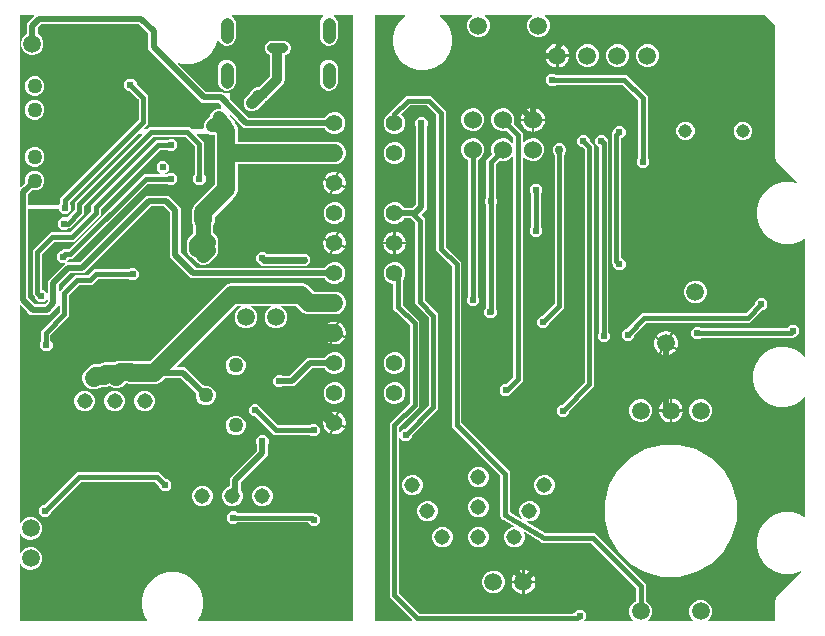
<source format=gbr>
G04 EAGLE Gerber RS-274X export*
G75*
%MOMM*%
%FSLAX34Y34*%
%LPD*%
%INBottom Copper*%
%IPPOS*%
%AMOC8*
5,1,8,0,0,1.08239X$1,22.5*%
G01*
%ADD10C,1.508000*%
%ADD11C,0.708000*%
%ADD12C,1.258000*%
%ADD13C,1.408000*%
%ADD14C,1.108000*%
%ADD15C,1.308000*%
%ADD16C,1.138000*%
%ADD17C,1.524000*%
%ADD18C,0.756400*%
%ADD19C,0.508000*%
%ADD20C,0.609600*%
%ADD21C,0.406400*%
%ADD22C,0.606400*%
%ADD23C,1.524000*%
%ADD24C,1.270000*%
%ADD25C,0.609600*%
%ADD26C,1.016000*%
%ADD27C,0.812800*%

G36*
X342194Y10288D02*
X342194Y10288D01*
X342197Y10288D01*
X342291Y10308D01*
X342388Y10327D01*
X342390Y10329D01*
X342393Y10329D01*
X342473Y10385D01*
X342554Y10440D01*
X342555Y10442D01*
X342557Y10444D01*
X342611Y10527D01*
X342663Y10608D01*
X342663Y10611D01*
X342665Y10613D01*
X342681Y10709D01*
X342699Y10805D01*
X342698Y10808D01*
X342698Y10810D01*
X342676Y10904D01*
X342655Y11001D01*
X342653Y11003D01*
X342653Y11006D01*
X342550Y11154D01*
X326117Y27586D01*
X323577Y30126D01*
X323577Y177713D01*
X340447Y194583D01*
X340451Y194589D01*
X340457Y194594D01*
X340506Y194672D01*
X340558Y194750D01*
X340559Y194757D01*
X340563Y194764D01*
X340595Y194941D01*
X340595Y260481D01*
X340594Y260489D01*
X340595Y260496D01*
X340574Y260586D01*
X340556Y260677D01*
X340551Y260684D01*
X340549Y260691D01*
X340447Y260839D01*
X329165Y272121D01*
X326625Y274661D01*
X326625Y295202D01*
X326624Y295207D01*
X326625Y295212D01*
X326604Y295305D01*
X326586Y295399D01*
X326583Y295403D01*
X326582Y295408D01*
X326526Y295486D01*
X326473Y295564D01*
X326469Y295567D01*
X326466Y295571D01*
X326384Y295622D01*
X326305Y295674D01*
X326300Y295674D01*
X326295Y295677D01*
X326118Y295709D01*
X325852Y295709D01*
X322511Y297093D01*
X319953Y299651D01*
X318569Y302992D01*
X318569Y306608D01*
X319953Y309949D01*
X322511Y312507D01*
X322852Y312648D01*
X324077Y313156D01*
X325301Y313663D01*
X325302Y313663D01*
X325852Y313891D01*
X329468Y313891D01*
X332809Y312507D01*
X335367Y309949D01*
X336751Y306608D01*
X336751Y302992D01*
X335367Y299651D01*
X334939Y299223D01*
X334935Y299217D01*
X334929Y299212D01*
X334880Y299133D01*
X334828Y299056D01*
X334827Y299048D01*
X334823Y299042D01*
X334791Y298864D01*
X334791Y278253D01*
X334792Y278245D01*
X334791Y278238D01*
X334812Y278148D01*
X334830Y278057D01*
X334835Y278050D01*
X334837Y278043D01*
X334939Y277895D01*
X346221Y266613D01*
X348761Y264073D01*
X348761Y191349D01*
X331891Y174479D01*
X331887Y174473D01*
X331881Y174468D01*
X331832Y174390D01*
X331780Y174312D01*
X331779Y174305D01*
X331775Y174298D01*
X331743Y174121D01*
X331743Y170401D01*
X331743Y170399D01*
X331743Y170396D01*
X331763Y170301D01*
X331782Y170205D01*
X331784Y170203D01*
X331784Y170200D01*
X331840Y170119D01*
X331895Y170039D01*
X331897Y170038D01*
X331899Y170035D01*
X331982Y169982D01*
X332063Y169930D01*
X332066Y169929D01*
X332068Y169928D01*
X332164Y169912D01*
X332260Y169894D01*
X332263Y169895D01*
X332265Y169894D01*
X332359Y169916D01*
X332456Y169938D01*
X332458Y169939D01*
X332461Y169940D01*
X332609Y170043D01*
X335226Y172660D01*
X336431Y172660D01*
X336438Y172662D01*
X336446Y172661D01*
X336536Y172682D01*
X336627Y172700D01*
X336634Y172705D01*
X336641Y172706D01*
X336789Y172809D01*
X356449Y192469D01*
X356453Y192475D01*
X356459Y192480D01*
X356508Y192558D01*
X356560Y192635D01*
X356561Y192643D01*
X356565Y192650D01*
X356597Y192827D01*
X356597Y266831D01*
X356596Y266839D01*
X356597Y266846D01*
X356576Y266936D01*
X356558Y267027D01*
X356553Y267034D01*
X356551Y267041D01*
X356449Y267189D01*
X345167Y278471D01*
X345167Y347349D01*
X345166Y347357D01*
X345167Y347364D01*
X345146Y347454D01*
X345128Y347545D01*
X345123Y347552D01*
X345121Y347559D01*
X345019Y347707D01*
X341865Y350861D01*
X341859Y350865D01*
X341854Y350871D01*
X341776Y350920D01*
X341698Y350972D01*
X341691Y350973D01*
X341684Y350977D01*
X341507Y351009D01*
X335937Y351009D01*
X335931Y351008D01*
X335924Y351009D01*
X335833Y350988D01*
X335741Y350970D01*
X335735Y350966D01*
X335729Y350965D01*
X335652Y350910D01*
X335575Y350857D01*
X335571Y350852D01*
X335566Y350848D01*
X335468Y350696D01*
X335367Y350451D01*
X332809Y347893D01*
X332028Y347569D01*
X332027Y347569D01*
X330803Y347062D01*
X329578Y346555D01*
X329468Y346509D01*
X325852Y346509D01*
X322511Y347893D01*
X319953Y350451D01*
X318569Y353792D01*
X318569Y357408D01*
X319953Y360749D01*
X322511Y363307D01*
X322671Y363373D01*
X323896Y363881D01*
X325120Y364388D01*
X325121Y364388D01*
X325852Y364691D01*
X329468Y364691D01*
X332809Y363307D01*
X335367Y360749D01*
X335468Y360504D01*
X335472Y360498D01*
X335474Y360492D01*
X335528Y360416D01*
X335580Y360337D01*
X335586Y360334D01*
X335590Y360329D01*
X335669Y360279D01*
X335748Y360227D01*
X335754Y360226D01*
X335760Y360223D01*
X335937Y360191D01*
X343328Y360191D01*
X343336Y360192D01*
X343344Y360191D01*
X343434Y360212D01*
X343525Y360230D01*
X343531Y360235D01*
X343539Y360237D01*
X343687Y360339D01*
X345781Y362433D01*
X345785Y362440D01*
X345791Y362444D01*
X345840Y362523D01*
X345892Y362600D01*
X345893Y362608D01*
X345897Y362614D01*
X345929Y362792D01*
X345929Y428993D01*
X345928Y429000D01*
X345929Y429008D01*
X345908Y429098D01*
X345890Y429189D01*
X345885Y429196D01*
X345883Y429203D01*
X345781Y429351D01*
X345437Y429695D01*
X345437Y433905D01*
X348415Y436883D01*
X352625Y436883D01*
X355603Y433905D01*
X355603Y429695D01*
X355259Y429351D01*
X355255Y429345D01*
X355249Y429340D01*
X355200Y429261D01*
X355148Y429184D01*
X355147Y429177D01*
X355143Y429170D01*
X355111Y428993D01*
X355111Y358778D01*
X350662Y354329D01*
X350659Y354325D01*
X350655Y354322D01*
X350603Y354242D01*
X350551Y354163D01*
X350550Y354157D01*
X350547Y354153D01*
X350531Y354059D01*
X350513Y353966D01*
X350514Y353960D01*
X350513Y353955D01*
X350535Y353863D01*
X350555Y353770D01*
X350558Y353765D01*
X350559Y353760D01*
X350662Y353612D01*
X353333Y350941D01*
X353333Y282063D01*
X353334Y282055D01*
X353333Y282048D01*
X353354Y281958D01*
X353372Y281867D01*
X353377Y281860D01*
X353379Y281853D01*
X353481Y281705D01*
X364763Y270423D01*
X364763Y189235D01*
X342563Y167035D01*
X342559Y167029D01*
X342552Y167024D01*
X342503Y166945D01*
X342452Y166868D01*
X342451Y166861D01*
X342447Y166854D01*
X342415Y166677D01*
X342415Y165472D01*
X339437Y162495D01*
X335226Y162495D01*
X332609Y165113D01*
X332606Y165114D01*
X332605Y165116D01*
X332524Y165169D01*
X332442Y165224D01*
X332439Y165224D01*
X332437Y165226D01*
X332341Y165243D01*
X332245Y165261D01*
X332242Y165261D01*
X332240Y165261D01*
X332143Y165240D01*
X332049Y165220D01*
X332047Y165218D01*
X332044Y165218D01*
X331964Y165161D01*
X331884Y165105D01*
X331883Y165103D01*
X331881Y165102D01*
X331829Y165019D01*
X331777Y164936D01*
X331776Y164934D01*
X331775Y164931D01*
X331743Y164754D01*
X331743Y33719D01*
X331744Y33711D01*
X331743Y33703D01*
X331764Y33613D01*
X331782Y33522D01*
X331787Y33516D01*
X331789Y33508D01*
X331891Y33360D01*
X348602Y16649D01*
X348609Y16645D01*
X348613Y16639D01*
X348692Y16590D01*
X348769Y16538D01*
X348777Y16537D01*
X348783Y16533D01*
X348961Y16501D01*
X479031Y16501D01*
X479038Y16502D01*
X479046Y16501D01*
X479136Y16522D01*
X479227Y16540D01*
X479234Y16545D01*
X479241Y16547D01*
X479389Y16649D01*
X482273Y19533D01*
X486483Y19533D01*
X489461Y16555D01*
X489461Y12345D01*
X488270Y11154D01*
X488268Y11151D01*
X488266Y11150D01*
X488214Y11070D01*
X488159Y10987D01*
X488158Y10984D01*
X488157Y10982D01*
X488140Y10886D01*
X488121Y10790D01*
X488122Y10787D01*
X488121Y10785D01*
X488143Y10688D01*
X488163Y10594D01*
X488164Y10592D01*
X488165Y10589D01*
X488221Y10509D01*
X488277Y10429D01*
X488279Y10428D01*
X488281Y10426D01*
X488365Y10373D01*
X488446Y10322D01*
X488449Y10321D01*
X488451Y10320D01*
X488628Y10288D01*
X529496Y10288D01*
X529499Y10288D01*
X529501Y10288D01*
X529596Y10308D01*
X529693Y10327D01*
X529695Y10329D01*
X529698Y10329D01*
X529778Y10385D01*
X529859Y10440D01*
X529860Y10442D01*
X529862Y10444D01*
X529915Y10527D01*
X529968Y10608D01*
X529968Y10611D01*
X529970Y10613D01*
X529986Y10709D01*
X530003Y10805D01*
X530003Y10808D01*
X530003Y10810D01*
X529981Y10905D01*
X529960Y11001D01*
X529958Y11003D01*
X529958Y11006D01*
X529855Y11154D01*
X528063Y12945D01*
X526603Y16470D01*
X526603Y20286D01*
X528063Y23811D01*
X530761Y26509D01*
X530884Y26559D01*
X531798Y26938D01*
X531804Y26942D01*
X531810Y26943D01*
X531887Y26998D01*
X531965Y27050D01*
X531968Y27055D01*
X531973Y27059D01*
X532023Y27139D01*
X532075Y27217D01*
X532076Y27224D01*
X532079Y27229D01*
X532111Y27407D01*
X532111Y37523D01*
X532110Y37531D01*
X532111Y37539D01*
X532090Y37629D01*
X532072Y37720D01*
X532067Y37726D01*
X532065Y37734D01*
X531963Y37882D01*
X493812Y76033D01*
X493805Y76037D01*
X493801Y76043D01*
X493722Y76092D01*
X493645Y76144D01*
X493637Y76145D01*
X493631Y76149D01*
X493453Y76181D01*
X454447Y76181D01*
X454396Y76171D01*
X454327Y76167D01*
X453218Y75898D01*
X452874Y76107D01*
X452828Y76124D01*
X452787Y76149D01*
X452729Y76160D01*
X452685Y76176D01*
X452651Y76174D01*
X452610Y76181D01*
X452207Y76181D01*
X451399Y76989D01*
X451356Y77017D01*
X451305Y77063D01*
X437834Y85272D01*
X437795Y85286D01*
X437759Y85309D01*
X437701Y85320D01*
X437646Y85340D01*
X437604Y85338D01*
X437562Y85346D01*
X437504Y85333D01*
X437445Y85330D01*
X437408Y85312D01*
X437366Y85303D01*
X437318Y85269D01*
X437265Y85244D01*
X437237Y85212D01*
X437202Y85188D01*
X437171Y85138D01*
X437132Y85094D01*
X437118Y85054D01*
X437096Y85018D01*
X437086Y84960D01*
X437067Y84904D01*
X437070Y84862D01*
X437063Y84821D01*
X437077Y84755D01*
X437081Y84704D01*
X437094Y84678D01*
X437101Y84645D01*
X437851Y82836D01*
X437851Y79418D01*
X436543Y76261D01*
X434126Y73844D01*
X433668Y73654D01*
X432444Y73147D01*
X431219Y72640D01*
X430969Y72536D01*
X427551Y72536D01*
X424394Y73844D01*
X421977Y76261D01*
X420669Y79418D01*
X420669Y82836D01*
X421977Y85993D01*
X424394Y88410D01*
X424476Y88444D01*
X425700Y88951D01*
X425701Y88951D01*
X426925Y89458D01*
X427551Y89718D01*
X428731Y89718D01*
X428793Y89730D01*
X428856Y89733D01*
X428890Y89750D01*
X428928Y89757D01*
X428980Y89793D01*
X429037Y89820D01*
X429062Y89848D01*
X429094Y89870D01*
X429128Y89923D01*
X429170Y89970D01*
X429182Y90006D01*
X429203Y90038D01*
X429214Y90100D01*
X429234Y90160D01*
X429232Y90198D01*
X429238Y90235D01*
X429225Y90297D01*
X429220Y90360D01*
X429203Y90394D01*
X429195Y90431D01*
X429158Y90482D01*
X429130Y90538D01*
X429099Y90566D01*
X429079Y90594D01*
X429039Y90619D01*
X428995Y90658D01*
X420362Y95919D01*
X420316Y95936D01*
X420275Y95961D01*
X420217Y95972D01*
X420173Y95988D01*
X420139Y95986D01*
X420098Y95993D01*
X419695Y95993D01*
X418887Y96801D01*
X418844Y96829D01*
X418793Y96875D01*
X417817Y97470D01*
X417722Y97861D01*
X417702Y97905D01*
X417691Y97952D01*
X417657Y98001D01*
X417637Y98043D01*
X417612Y98066D01*
X417588Y98100D01*
X417303Y98385D01*
X417303Y99527D01*
X417294Y99573D01*
X417294Y99574D01*
X417293Y99580D01*
X417289Y99647D01*
X417020Y100756D01*
X417229Y101100D01*
X417246Y101146D01*
X417271Y101187D01*
X417282Y101245D01*
X417298Y101289D01*
X417296Y101323D01*
X417303Y101364D01*
X417303Y132973D01*
X417302Y132981D01*
X417303Y132988D01*
X417282Y133078D01*
X417264Y133169D01*
X417259Y133176D01*
X417257Y133183D01*
X417155Y133331D01*
X376155Y174331D01*
X376155Y310265D01*
X376154Y310273D01*
X376155Y310280D01*
X376134Y310370D01*
X376116Y310461D01*
X376111Y310468D01*
X376109Y310475D01*
X376007Y310623D01*
X363201Y323429D01*
X363201Y438535D01*
X363200Y438543D01*
X363201Y438550D01*
X363180Y438640D01*
X363162Y438731D01*
X363157Y438738D01*
X363155Y438745D01*
X363053Y438893D01*
X355327Y446619D01*
X355321Y446623D01*
X355316Y446629D01*
X355238Y446678D01*
X355160Y446730D01*
X355153Y446731D01*
X355146Y446735D01*
X354969Y446767D01*
X340991Y446767D01*
X340983Y446766D01*
X340976Y446767D01*
X340886Y446746D01*
X340795Y446728D01*
X340788Y446723D01*
X340781Y446721D01*
X340633Y446619D01*
X333524Y439510D01*
X333521Y439505D01*
X333516Y439502D01*
X333465Y439422D01*
X333413Y439343D01*
X333412Y439338D01*
X333409Y439333D01*
X333393Y439240D01*
X333375Y439146D01*
X333376Y439141D01*
X333375Y439136D01*
X333397Y439042D01*
X333417Y438950D01*
X333420Y438946D01*
X333421Y438940D01*
X333524Y438792D01*
X335367Y436949D01*
X336751Y433608D01*
X336751Y429992D01*
X335367Y426651D01*
X332809Y424093D01*
X331756Y423657D01*
X330531Y423150D01*
X329468Y422709D01*
X325852Y422709D01*
X322511Y424093D01*
X319953Y426651D01*
X318569Y429992D01*
X318569Y433608D01*
X319953Y436949D01*
X322511Y439507D01*
X323264Y439819D01*
X323270Y439823D01*
X323276Y439824D01*
X323353Y439878D01*
X323431Y439931D01*
X323434Y439936D01*
X323439Y439940D01*
X323489Y440020D01*
X323541Y440098D01*
X323542Y440105D01*
X323545Y440110D01*
X323577Y440288D01*
X323577Y441111D01*
X337399Y454933D01*
X358561Y454933D01*
X371367Y442127D01*
X371367Y327021D01*
X371368Y327013D01*
X371367Y327006D01*
X371388Y326916D01*
X371406Y326825D01*
X371411Y326818D01*
X371413Y326811D01*
X371515Y326663D01*
X384321Y313857D01*
X384321Y177923D01*
X384322Y177915D01*
X384321Y177908D01*
X384342Y177818D01*
X384360Y177727D01*
X384365Y177720D01*
X384367Y177713D01*
X384469Y177565D01*
X425469Y136565D01*
X425469Y102654D01*
X425482Y102587D01*
X425487Y102519D01*
X425502Y102490D01*
X425508Y102458D01*
X425547Y102401D01*
X425577Y102340D01*
X425604Y102317D01*
X425621Y102292D01*
X425663Y102265D01*
X425712Y102221D01*
X434896Y96624D01*
X434934Y96610D01*
X434968Y96588D01*
X435028Y96577D01*
X435084Y96556D01*
X435125Y96558D01*
X435165Y96550D01*
X435224Y96563D01*
X435285Y96566D01*
X435321Y96583D01*
X435361Y96592D01*
X435411Y96626D01*
X435465Y96653D01*
X435492Y96683D01*
X435526Y96706D01*
X435558Y96757D01*
X435598Y96802D01*
X435612Y96841D01*
X435633Y96875D01*
X435644Y96935D01*
X435663Y96992D01*
X435660Y97033D01*
X435667Y97073D01*
X435653Y97132D01*
X435649Y97192D01*
X435631Y97228D01*
X435621Y97268D01*
X435582Y97325D01*
X435559Y97371D01*
X435536Y97391D01*
X435519Y97416D01*
X434677Y98258D01*
X433369Y101415D01*
X433369Y104833D01*
X434677Y107990D01*
X437094Y110407D01*
X437953Y110763D01*
X439178Y111270D01*
X440251Y111715D01*
X443669Y111715D01*
X446826Y110407D01*
X449243Y107990D01*
X450551Y104833D01*
X450551Y101415D01*
X449243Y98258D01*
X446826Y95841D01*
X445921Y95466D01*
X444696Y94959D01*
X443669Y94533D01*
X440217Y94533D01*
X440177Y94548D01*
X440138Y94546D01*
X440099Y94553D01*
X440039Y94541D01*
X439977Y94538D01*
X439942Y94521D01*
X439903Y94513D01*
X439852Y94478D01*
X439796Y94451D01*
X439770Y94422D01*
X439738Y94399D01*
X439704Y94347D01*
X439663Y94301D01*
X439651Y94264D01*
X439629Y94231D01*
X439619Y94170D01*
X439599Y94111D01*
X439601Y94072D01*
X439595Y94033D01*
X439608Y93973D01*
X439613Y93912D01*
X439630Y93876D01*
X439639Y93838D01*
X439675Y93788D01*
X439703Y93733D01*
X439735Y93704D01*
X439756Y93675D01*
X439799Y93647D01*
X439838Y93613D01*
X454922Y84421D01*
X454968Y84404D01*
X455009Y84379D01*
X455067Y84368D01*
X455111Y84352D01*
X455145Y84354D01*
X455186Y84347D01*
X497046Y84347D01*
X540277Y41116D01*
X540277Y27407D01*
X540278Y27400D01*
X540277Y27394D01*
X540298Y27302D01*
X540316Y27210D01*
X540320Y27205D01*
X540321Y27198D01*
X540376Y27122D01*
X540429Y27044D01*
X540434Y27041D01*
X540438Y27036D01*
X540590Y26938D01*
X541627Y26509D01*
X544325Y23811D01*
X545785Y20286D01*
X545785Y16470D01*
X544325Y12945D01*
X542533Y11154D01*
X542532Y11151D01*
X542529Y11150D01*
X542477Y11069D01*
X542422Y10987D01*
X542422Y10984D01*
X542420Y10982D01*
X542403Y10886D01*
X542384Y10790D01*
X542385Y10787D01*
X542385Y10785D01*
X542406Y10688D01*
X542426Y10594D01*
X542428Y10592D01*
X542428Y10589D01*
X542485Y10509D01*
X542540Y10429D01*
X542543Y10428D01*
X542544Y10426D01*
X542627Y10374D01*
X542710Y10322D01*
X542712Y10321D01*
X542714Y10320D01*
X542892Y10288D01*
X580296Y10288D01*
X580299Y10288D01*
X580301Y10288D01*
X580396Y10308D01*
X580493Y10327D01*
X580495Y10329D01*
X580498Y10329D01*
X580578Y10385D01*
X580659Y10440D01*
X580660Y10442D01*
X580662Y10444D01*
X580715Y10527D01*
X580768Y10608D01*
X580768Y10611D01*
X580770Y10613D01*
X580786Y10709D01*
X580803Y10805D01*
X580803Y10808D01*
X580803Y10810D01*
X580781Y10905D01*
X580760Y11001D01*
X580758Y11003D01*
X580758Y11006D01*
X580655Y11154D01*
X578863Y12945D01*
X577403Y16470D01*
X577403Y20286D01*
X578863Y23811D01*
X581561Y26509D01*
X581684Y26559D01*
X582908Y27067D01*
X584133Y27574D01*
X585086Y27969D01*
X588902Y27969D01*
X592427Y26509D01*
X595125Y23811D01*
X596585Y20286D01*
X596585Y16470D01*
X595125Y12945D01*
X593333Y11154D01*
X593332Y11151D01*
X593329Y11150D01*
X593277Y11069D01*
X593222Y10987D01*
X593222Y10984D01*
X593220Y10982D01*
X593203Y10886D01*
X593184Y10790D01*
X593185Y10787D01*
X593185Y10785D01*
X593206Y10688D01*
X593226Y10594D01*
X593228Y10592D01*
X593228Y10589D01*
X593285Y10509D01*
X593340Y10429D01*
X593343Y10428D01*
X593344Y10426D01*
X593427Y10374D01*
X593510Y10322D01*
X593512Y10321D01*
X593514Y10320D01*
X593692Y10288D01*
X649605Y10288D01*
X649610Y10289D01*
X649615Y10288D01*
X649708Y10309D01*
X649802Y10327D01*
X649806Y10330D01*
X649811Y10331D01*
X649889Y10387D01*
X649967Y10440D01*
X649970Y10444D01*
X649974Y10447D01*
X650025Y10529D01*
X650077Y10608D01*
X650077Y10613D01*
X650080Y10618D01*
X650112Y10795D01*
X650112Y27446D01*
X651678Y31227D01*
X654644Y34193D01*
X671974Y51523D01*
X671993Y51552D01*
X672019Y51575D01*
X672048Y51635D01*
X672085Y51690D01*
X672091Y51724D01*
X672106Y51755D01*
X672110Y51822D01*
X672122Y51887D01*
X672115Y51921D01*
X672117Y51955D01*
X672095Y52018D01*
X672081Y52083D01*
X672061Y52111D01*
X672049Y52144D01*
X672004Y52193D01*
X671967Y52247D01*
X671937Y52266D01*
X671914Y52292D01*
X671853Y52319D01*
X671797Y52355D01*
X671763Y52361D01*
X671731Y52375D01*
X671665Y52377D01*
X671600Y52389D01*
X671566Y52381D01*
X671531Y52382D01*
X671458Y52355D01*
X671405Y52343D01*
X671384Y52329D01*
X671362Y52321D01*
X670498Y51822D01*
X663844Y50039D01*
X656956Y50039D01*
X650302Y51822D01*
X644337Y55266D01*
X639466Y60137D01*
X636022Y66102D01*
X634239Y72756D01*
X634239Y79644D01*
X636022Y86298D01*
X639466Y92263D01*
X644337Y97134D01*
X650302Y100578D01*
X656956Y102361D01*
X663844Y102361D01*
X670498Y100578D01*
X674751Y98122D01*
X674787Y98110D01*
X674818Y98090D01*
X674881Y98078D01*
X674941Y98058D01*
X674979Y98061D01*
X675015Y98054D01*
X675078Y98068D01*
X675141Y98073D01*
X675174Y98090D01*
X675211Y98098D01*
X675263Y98135D01*
X675320Y98164D01*
X675344Y98192D01*
X675374Y98214D01*
X675408Y98268D01*
X675449Y98317D01*
X675461Y98352D01*
X675480Y98384D01*
X675493Y98457D01*
X675509Y98508D01*
X675507Y98533D01*
X675512Y98561D01*
X675512Y199273D01*
X675512Y199276D01*
X675512Y199278D01*
X675492Y199373D01*
X675473Y199470D01*
X675471Y199472D01*
X675471Y199474D01*
X675415Y199555D01*
X675360Y199635D01*
X675358Y199637D01*
X675356Y199639D01*
X675273Y199692D01*
X675192Y199745D01*
X675189Y199745D01*
X675187Y199746D01*
X675091Y199763D01*
X674995Y199780D01*
X674992Y199780D01*
X674990Y199780D01*
X674896Y199758D01*
X674799Y199737D01*
X674797Y199735D01*
X674794Y199734D01*
X674646Y199632D01*
X671531Y196516D01*
X665794Y193204D01*
X659394Y191489D01*
X652770Y191489D01*
X646370Y193204D01*
X640633Y196516D01*
X635948Y201201D01*
X632636Y206938D01*
X630921Y213338D01*
X630921Y219962D01*
X632636Y226362D01*
X635948Y232099D01*
X640633Y236784D01*
X646370Y240096D01*
X652770Y241811D01*
X659394Y241811D01*
X665794Y240096D01*
X671531Y236784D01*
X674646Y233668D01*
X674649Y233667D01*
X674650Y233665D01*
X674731Y233612D01*
X674813Y233557D01*
X674816Y233557D01*
X674818Y233555D01*
X674914Y233538D01*
X675010Y233520D01*
X675013Y233520D01*
X675015Y233520D01*
X675112Y233541D01*
X675206Y233561D01*
X675208Y233563D01*
X675211Y233563D01*
X675291Y233620D01*
X675371Y233676D01*
X675372Y233678D01*
X675374Y233679D01*
X675426Y233762D01*
X675478Y233845D01*
X675479Y233847D01*
X675480Y233850D01*
X675512Y234027D01*
X675512Y333239D01*
X675505Y333275D01*
X675507Y333313D01*
X675485Y333373D01*
X675473Y333435D01*
X675452Y333466D01*
X675439Y333501D01*
X675396Y333548D01*
X675360Y333601D01*
X675329Y333621D01*
X675303Y333649D01*
X675245Y333676D01*
X675192Y333710D01*
X675155Y333717D01*
X675121Y333732D01*
X675058Y333735D01*
X674995Y333746D01*
X674958Y333738D01*
X674921Y333739D01*
X674851Y333714D01*
X674799Y333702D01*
X674779Y333688D01*
X674751Y333678D01*
X670498Y331222D01*
X663844Y329439D01*
X656956Y329439D01*
X650302Y331222D01*
X644337Y334666D01*
X639466Y339537D01*
X636022Y345502D01*
X634239Y352156D01*
X634239Y359044D01*
X636022Y365698D01*
X639466Y371663D01*
X644337Y376534D01*
X650302Y379978D01*
X656956Y381761D01*
X663844Y381761D01*
X667625Y380748D01*
X667693Y380743D01*
X667761Y380730D01*
X667793Y380737D01*
X667825Y380735D01*
X667890Y380758D01*
X667957Y380772D01*
X667984Y380790D01*
X668014Y380801D01*
X668065Y380847D01*
X668122Y380886D01*
X668139Y380914D01*
X668163Y380935D01*
X668192Y380997D01*
X668229Y381056D01*
X668235Y381087D01*
X668248Y381116D01*
X668251Y381185D01*
X668263Y381253D01*
X668256Y381284D01*
X668257Y381317D01*
X668233Y381381D01*
X668217Y381448D01*
X668197Y381477D01*
X668187Y381505D01*
X668153Y381541D01*
X668115Y381596D01*
X651678Y398033D01*
X650112Y401814D01*
X650112Y513689D01*
X650111Y513696D01*
X650112Y513704D01*
X650091Y513794D01*
X650073Y513885D01*
X650068Y513892D01*
X650066Y513899D01*
X649964Y514047D01*
X641047Y522964D01*
X641041Y522968D01*
X641036Y522974D01*
X640957Y523023D01*
X640880Y523075D01*
X640873Y523076D01*
X640866Y523080D01*
X640689Y523112D01*
X455606Y523112D01*
X455603Y523112D01*
X455601Y523112D01*
X455506Y523092D01*
X455409Y523073D01*
X455407Y523071D01*
X455404Y523071D01*
X455324Y523015D01*
X455243Y522960D01*
X455242Y522958D01*
X455240Y522956D01*
X455187Y522873D01*
X455134Y522792D01*
X455134Y522789D01*
X455132Y522787D01*
X455116Y522691D01*
X455099Y522595D01*
X455099Y522592D01*
X455099Y522590D01*
X455121Y522496D01*
X455142Y522399D01*
X455144Y522397D01*
X455144Y522394D01*
X455247Y522246D01*
X457711Y519783D01*
X459171Y516258D01*
X459171Y512442D01*
X457711Y508917D01*
X455013Y506219D01*
X454076Y505831D01*
X452852Y505324D01*
X452851Y505324D01*
X451627Y504817D01*
X451488Y504759D01*
X447672Y504759D01*
X444147Y506219D01*
X441449Y508917D01*
X439989Y512442D01*
X439989Y516258D01*
X441449Y519783D01*
X443913Y522246D01*
X443914Y522249D01*
X443917Y522250D01*
X443969Y522331D01*
X444024Y522413D01*
X444024Y522416D01*
X444026Y522418D01*
X444043Y522512D01*
X444062Y522610D01*
X444061Y522613D01*
X444061Y522615D01*
X444040Y522712D01*
X444020Y522806D01*
X444018Y522808D01*
X444018Y522811D01*
X443961Y522891D01*
X443906Y522971D01*
X443903Y522972D01*
X443902Y522974D01*
X443819Y523026D01*
X443736Y523078D01*
X443734Y523079D01*
X443732Y523080D01*
X443554Y523112D01*
X404806Y523112D01*
X404803Y523112D01*
X404801Y523112D01*
X404706Y523092D01*
X404609Y523073D01*
X404607Y523071D01*
X404604Y523071D01*
X404524Y523015D01*
X404443Y522960D01*
X404442Y522958D01*
X404440Y522956D01*
X404387Y522873D01*
X404334Y522792D01*
X404334Y522789D01*
X404332Y522787D01*
X404316Y522691D01*
X404299Y522595D01*
X404299Y522592D01*
X404299Y522590D01*
X404321Y522496D01*
X404342Y522399D01*
X404344Y522397D01*
X404344Y522394D01*
X404447Y522246D01*
X406911Y519783D01*
X408371Y516258D01*
X408371Y512442D01*
X406911Y508917D01*
X404213Y506219D01*
X403276Y505831D01*
X402052Y505324D01*
X402051Y505324D01*
X400827Y504817D01*
X400688Y504759D01*
X396872Y504759D01*
X393347Y506219D01*
X390649Y508917D01*
X389189Y512442D01*
X389189Y516258D01*
X390649Y519783D01*
X393113Y522246D01*
X393114Y522249D01*
X393117Y522250D01*
X393169Y522331D01*
X393224Y522413D01*
X393224Y522416D01*
X393226Y522418D01*
X393243Y522512D01*
X393262Y522610D01*
X393261Y522613D01*
X393261Y522615D01*
X393240Y522712D01*
X393220Y522806D01*
X393218Y522808D01*
X393218Y522811D01*
X393161Y522891D01*
X393106Y522971D01*
X393103Y522972D01*
X393102Y522974D01*
X393019Y523026D01*
X392936Y523078D01*
X392934Y523079D01*
X392932Y523080D01*
X392754Y523112D01*
X366323Y523112D01*
X366255Y523099D01*
X366187Y523094D01*
X366158Y523079D01*
X366126Y523073D01*
X366069Y523034D01*
X366008Y523003D01*
X365987Y522978D01*
X365961Y522960D01*
X365923Y522902D01*
X365878Y522850D01*
X365869Y522819D01*
X365851Y522792D01*
X365839Y522724D01*
X365818Y522658D01*
X365821Y522626D01*
X365816Y522595D01*
X365831Y522527D01*
X365837Y522459D01*
X365852Y522431D01*
X365859Y522399D01*
X365899Y522343D01*
X365932Y522282D01*
X365958Y522260D01*
X365975Y522236D01*
X366018Y522209D01*
X366069Y522166D01*
X366731Y521784D01*
X371416Y517099D01*
X374728Y511362D01*
X376443Y504962D01*
X376443Y498338D01*
X374728Y491938D01*
X371416Y486201D01*
X366731Y481516D01*
X360994Y478204D01*
X354594Y476489D01*
X347970Y476489D01*
X341570Y478204D01*
X335833Y481516D01*
X331148Y486201D01*
X327836Y491938D01*
X326121Y498338D01*
X326121Y504962D01*
X327836Y511362D01*
X331148Y517099D01*
X335833Y521784D01*
X336495Y522166D01*
X336546Y522211D01*
X336603Y522250D01*
X336621Y522277D01*
X336645Y522298D01*
X336675Y522360D01*
X336713Y522418D01*
X336718Y522450D01*
X336732Y522479D01*
X336736Y522548D01*
X336748Y522615D01*
X336741Y522647D01*
X336743Y522679D01*
X336720Y522744D01*
X336705Y522811D01*
X336686Y522837D01*
X336675Y522868D01*
X336629Y522918D01*
X336589Y522974D01*
X336561Y522991D01*
X336540Y523015D01*
X336477Y523044D01*
X336418Y523080D01*
X336384Y523086D01*
X336357Y523099D01*
X336307Y523100D01*
X336241Y523112D01*
X311658Y523112D01*
X311653Y523111D01*
X311648Y523112D01*
X311555Y523091D01*
X311462Y523073D01*
X311457Y523070D01*
X311452Y523069D01*
X311374Y523013D01*
X311296Y522960D01*
X311293Y522956D01*
X311289Y522953D01*
X311238Y522871D01*
X311186Y522792D01*
X311186Y522787D01*
X311183Y522782D01*
X311151Y522605D01*
X311151Y10795D01*
X311152Y10790D01*
X311151Y10785D01*
X311172Y10692D01*
X311190Y10598D01*
X311193Y10594D01*
X311194Y10589D01*
X311250Y10511D01*
X311303Y10433D01*
X311307Y10430D01*
X311310Y10426D01*
X311392Y10375D01*
X311471Y10323D01*
X311476Y10323D01*
X311481Y10320D01*
X311658Y10288D01*
X342191Y10288D01*
X342194Y10288D01*
G37*
G36*
X117375Y10295D02*
X117375Y10295D01*
X117413Y10293D01*
X117473Y10315D01*
X117535Y10327D01*
X117566Y10348D01*
X117601Y10361D01*
X117648Y10404D01*
X117701Y10440D01*
X117721Y10471D01*
X117749Y10497D01*
X117776Y10555D01*
X117810Y10608D01*
X117817Y10645D01*
X117832Y10679D01*
X117835Y10742D01*
X117846Y10805D01*
X117838Y10842D01*
X117839Y10879D01*
X117814Y10949D01*
X117802Y11001D01*
X117788Y11021D01*
X117778Y11049D01*
X115322Y15302D01*
X113539Y21956D01*
X113539Y28844D01*
X115322Y35498D01*
X118766Y41463D01*
X123637Y46334D01*
X129602Y49778D01*
X136256Y51561D01*
X143144Y51561D01*
X149798Y49778D01*
X155763Y46334D01*
X160634Y41463D01*
X164078Y35498D01*
X165861Y28844D01*
X165861Y21956D01*
X164078Y15302D01*
X161622Y11049D01*
X161610Y11013D01*
X161590Y10982D01*
X161578Y10919D01*
X161558Y10859D01*
X161561Y10821D01*
X161554Y10785D01*
X161568Y10722D01*
X161573Y10659D01*
X161590Y10626D01*
X161598Y10589D01*
X161635Y10537D01*
X161664Y10480D01*
X161692Y10456D01*
X161714Y10426D01*
X161768Y10392D01*
X161817Y10351D01*
X161852Y10339D01*
X161884Y10320D01*
X161957Y10307D01*
X162008Y10291D01*
X162033Y10293D01*
X162061Y10288D01*
X292100Y10288D01*
X292105Y10289D01*
X292110Y10288D01*
X292203Y10309D01*
X292297Y10327D01*
X292301Y10330D01*
X292306Y10331D01*
X292384Y10387D01*
X292462Y10440D01*
X292465Y10444D01*
X292469Y10447D01*
X292520Y10529D01*
X292572Y10608D01*
X292572Y10613D01*
X292575Y10618D01*
X292607Y10795D01*
X292607Y522605D01*
X292606Y522610D01*
X292607Y522615D01*
X292586Y522708D01*
X292568Y522802D01*
X292565Y522806D01*
X292564Y522811D01*
X292508Y522889D01*
X292455Y522967D01*
X292451Y522970D01*
X292448Y522974D01*
X292366Y523025D01*
X292287Y523077D01*
X292282Y523077D01*
X292277Y523080D01*
X292100Y523112D01*
X276689Y523112D01*
X276687Y523112D01*
X276684Y523112D01*
X276589Y523092D01*
X276493Y523073D01*
X276491Y523071D01*
X276488Y523071D01*
X276407Y523015D01*
X276327Y522960D01*
X276326Y522958D01*
X276323Y522956D01*
X276270Y522873D01*
X276218Y522792D01*
X276217Y522789D01*
X276216Y522787D01*
X276199Y522691D01*
X276182Y522595D01*
X276183Y522592D01*
X276182Y522590D01*
X276204Y522495D01*
X276226Y522399D01*
X276227Y522397D01*
X276228Y522394D01*
X276331Y522246D01*
X278333Y520244D01*
X279489Y517454D01*
X279489Y503354D01*
X278333Y500564D01*
X276198Y498429D01*
X275700Y498223D01*
X274475Y497715D01*
X273408Y497273D01*
X270388Y497273D01*
X267598Y498429D01*
X265463Y500564D01*
X264307Y503354D01*
X264307Y517454D01*
X265463Y520244D01*
X267465Y522246D01*
X267467Y522249D01*
X267469Y522250D01*
X267522Y522331D01*
X267576Y522413D01*
X267577Y522416D01*
X267578Y522418D01*
X267596Y522514D01*
X267614Y522610D01*
X267613Y522613D01*
X267614Y522615D01*
X267592Y522712D01*
X267572Y522806D01*
X267571Y522808D01*
X267570Y522811D01*
X267514Y522891D01*
X267458Y522971D01*
X267456Y522972D01*
X267454Y522974D01*
X267372Y523026D01*
X267289Y523078D01*
X267286Y523079D01*
X267284Y523080D01*
X267107Y523112D01*
X190289Y523112D01*
X190287Y523112D01*
X190284Y523112D01*
X190189Y523092D01*
X190093Y523073D01*
X190091Y523071D01*
X190088Y523071D01*
X190007Y523015D01*
X189927Y522960D01*
X189926Y522958D01*
X189923Y522956D01*
X189870Y522873D01*
X189818Y522792D01*
X189817Y522789D01*
X189816Y522787D01*
X189799Y522691D01*
X189782Y522595D01*
X189783Y522592D01*
X189782Y522590D01*
X189804Y522495D01*
X189826Y522399D01*
X189827Y522397D01*
X189828Y522394D01*
X189931Y522246D01*
X191933Y520244D01*
X193089Y517454D01*
X193089Y503354D01*
X191933Y500564D01*
X189798Y498429D01*
X189300Y498223D01*
X188075Y497715D01*
X187008Y497273D01*
X183988Y497273D01*
X181198Y498429D01*
X179063Y500564D01*
X178680Y501488D01*
X178660Y501518D01*
X178648Y501552D01*
X178605Y501600D01*
X178569Y501654D01*
X178538Y501674D01*
X178514Y501701D01*
X178455Y501728D01*
X178401Y501764D01*
X178366Y501771D01*
X178333Y501786D01*
X178268Y501789D01*
X178204Y501801D01*
X178169Y501793D01*
X178133Y501795D01*
X178072Y501772D01*
X178008Y501758D01*
X177979Y501737D01*
X177945Y501725D01*
X177897Y501680D01*
X177844Y501643D01*
X177825Y501612D01*
X177799Y501588D01*
X177766Y501519D01*
X177737Y501473D01*
X177734Y501450D01*
X177722Y501425D01*
X176778Y497902D01*
X173334Y491937D01*
X168463Y487066D01*
X162498Y483622D01*
X155844Y481839D01*
X148956Y481839D01*
X144650Y482993D01*
X144581Y482997D01*
X144513Y483010D01*
X144482Y483004D01*
X144450Y483006D01*
X144385Y482983D01*
X144317Y482969D01*
X144291Y482950D01*
X144260Y482940D01*
X144209Y482894D01*
X144153Y482854D01*
X144135Y482827D01*
X144111Y482806D01*
X144082Y482743D01*
X144045Y482685D01*
X144040Y482653D01*
X144026Y482624D01*
X144023Y482556D01*
X144012Y482488D01*
X144019Y482456D01*
X144018Y482424D01*
X144041Y482360D01*
X144057Y482292D01*
X144077Y482264D01*
X144087Y482236D01*
X144122Y482199D01*
X144160Y482144D01*
X168173Y458131D01*
X168180Y458127D01*
X168184Y458121D01*
X168263Y458072D01*
X168340Y458020D01*
X168348Y458019D01*
X168354Y458015D01*
X168532Y457983D01*
X182496Y457983D01*
X183233Y457246D01*
X183233Y457245D01*
X183234Y457244D01*
X183314Y457192D01*
X183400Y457135D01*
X183401Y457135D01*
X183401Y457134D01*
X183578Y457097D01*
X188493Y456966D01*
X188404Y452295D01*
X188406Y452282D01*
X188404Y452269D01*
X188424Y452184D01*
X188439Y452097D01*
X188446Y452087D01*
X188449Y452074D01*
X188535Y451952D01*
X188549Y451929D01*
X188551Y451928D01*
X188552Y451926D01*
X203939Y436539D01*
X203946Y436535D01*
X203950Y436529D01*
X204029Y436480D01*
X204106Y436428D01*
X204114Y436427D01*
X204120Y436423D01*
X204298Y436391D01*
X268583Y436391D01*
X268589Y436392D01*
X268596Y436391D01*
X268687Y436412D01*
X268779Y436430D01*
X268785Y436434D01*
X268791Y436435D01*
X268868Y436490D01*
X268945Y436543D01*
X268949Y436548D01*
X268954Y436552D01*
X269052Y436704D01*
X269153Y436949D01*
X271711Y439507D01*
X272824Y439968D01*
X274049Y440475D01*
X275052Y440891D01*
X278668Y440891D01*
X282009Y439507D01*
X284567Y436949D01*
X285951Y433608D01*
X285951Y429992D01*
X284567Y426651D01*
X282009Y424093D01*
X280956Y423657D01*
X279731Y423150D01*
X278668Y422709D01*
X275052Y422709D01*
X271711Y424093D01*
X269153Y426651D01*
X269052Y426896D01*
X269048Y426902D01*
X269046Y426908D01*
X268992Y426984D01*
X268940Y427063D01*
X268934Y427066D01*
X268930Y427071D01*
X268851Y427121D01*
X268772Y427173D01*
X268766Y427174D01*
X268760Y427177D01*
X268583Y427209D01*
X200284Y427209D01*
X197447Y430047D01*
X188997Y438496D01*
X188914Y438552D01*
X188835Y438605D01*
X188832Y438606D01*
X188830Y438607D01*
X188734Y438626D01*
X188638Y438645D01*
X188636Y438644D01*
X188634Y438645D01*
X188538Y438624D01*
X188442Y438605D01*
X188440Y438604D01*
X188437Y438603D01*
X188356Y438547D01*
X188276Y438492D01*
X188275Y438490D01*
X188273Y438489D01*
X188221Y438407D01*
X188167Y438324D01*
X188166Y438322D01*
X188165Y438320D01*
X188161Y438293D01*
X188132Y438147D01*
X188126Y437874D01*
X188129Y437861D01*
X188126Y437849D01*
X188146Y437763D01*
X188162Y437677D01*
X188169Y437666D01*
X188172Y437654D01*
X188257Y437531D01*
X188272Y437509D01*
X188273Y437508D01*
X188275Y437506D01*
X189388Y436392D01*
X191465Y434315D01*
X192299Y432302D01*
X192304Y432294D01*
X192306Y432285D01*
X192409Y432137D01*
X193618Y430928D01*
X195091Y427374D01*
X195091Y416578D01*
X195092Y416573D01*
X195091Y416568D01*
X195112Y416475D01*
X195130Y416381D01*
X195133Y416377D01*
X195134Y416372D01*
X195190Y416294D01*
X195243Y416216D01*
X195247Y416213D01*
X195250Y416209D01*
X195332Y416158D01*
X195411Y416106D01*
X195416Y416106D01*
X195421Y416103D01*
X195598Y416071D01*
X278784Y416071D01*
X282338Y414598D01*
X285058Y411878D01*
X286531Y408324D01*
X286531Y404476D01*
X285058Y400922D01*
X282338Y398202D01*
X281338Y397787D01*
X281337Y397787D01*
X280113Y397280D01*
X278888Y396773D01*
X278784Y396729D01*
X195598Y396729D01*
X195593Y396728D01*
X195588Y396729D01*
X195495Y396708D01*
X195401Y396690D01*
X195397Y396687D01*
X195392Y396686D01*
X195314Y396630D01*
X195236Y396577D01*
X195233Y396573D01*
X195229Y396570D01*
X195178Y396488D01*
X195126Y396409D01*
X195126Y396404D01*
X195123Y396399D01*
X195091Y396222D01*
X195091Y373996D01*
X193618Y370442D01*
X190827Y367650D01*
X175681Y352505D01*
X175677Y352498D01*
X175671Y352494D01*
X175622Y352415D01*
X175570Y352338D01*
X175569Y352330D01*
X175565Y352323D01*
X175533Y352146D01*
X175533Y347580D01*
X174301Y344608D01*
X174300Y344599D01*
X174295Y344591D01*
X174263Y344413D01*
X174263Y338970D01*
X174264Y338962D01*
X174263Y338954D01*
X174284Y338864D01*
X174302Y338773D01*
X174307Y338767D01*
X174309Y338759D01*
X174411Y338611D01*
X177302Y335721D01*
X178581Y332633D01*
X178581Y329291D01*
X177986Y327854D01*
X177984Y327846D01*
X177980Y327840D01*
X177965Y327748D01*
X177947Y327657D01*
X177949Y327650D01*
X177947Y327642D01*
X177986Y327466D01*
X178581Y326029D01*
X178581Y322687D01*
X177302Y319599D01*
X170621Y312918D01*
X169778Y312569D01*
X168553Y312062D01*
X167533Y311639D01*
X164191Y311639D01*
X161103Y312918D01*
X158740Y315281D01*
X158183Y316627D01*
X158178Y316634D01*
X158177Y316642D01*
X158122Y316717D01*
X158071Y316794D01*
X158064Y316798D01*
X158060Y316804D01*
X157908Y316902D01*
X155261Y317998D01*
X152898Y320361D01*
X151619Y323449D01*
X151619Y326791D01*
X151741Y327085D01*
X151743Y327093D01*
X151747Y327099D01*
X151762Y327191D01*
X151780Y327282D01*
X151778Y327289D01*
X151779Y327297D01*
X151741Y327473D01*
X151619Y327767D01*
X151619Y331109D01*
X152898Y334197D01*
X157313Y338611D01*
X157317Y338618D01*
X157323Y338622D01*
X157372Y338701D01*
X157424Y338778D01*
X157425Y338786D01*
X157429Y338793D01*
X157461Y338970D01*
X157461Y344413D01*
X157459Y344422D01*
X157461Y344431D01*
X157423Y344608D01*
X156191Y347580D01*
X156191Y358286D01*
X157664Y361840D01*
X160455Y364632D01*
X175601Y379777D01*
X175605Y379784D01*
X175611Y379788D01*
X175660Y379867D01*
X175712Y379944D01*
X175713Y379952D01*
X175717Y379959D01*
X175749Y380136D01*
X175749Y421234D01*
X175748Y421242D01*
X175749Y421250D01*
X175728Y421339D01*
X175710Y421431D01*
X175705Y421437D01*
X175703Y421445D01*
X175601Y421593D01*
X175467Y421727D01*
X175460Y421731D01*
X175456Y421737D01*
X175377Y421786D01*
X175300Y421838D01*
X175292Y421839D01*
X175285Y421843D01*
X175108Y421875D01*
X171810Y421875D01*
X169407Y422871D01*
X169398Y422872D01*
X169390Y422877D01*
X169212Y422909D01*
X160669Y422909D01*
X160667Y422909D01*
X160664Y422909D01*
X160569Y422889D01*
X160473Y422870D01*
X160471Y422868D01*
X160468Y422868D01*
X160387Y422812D01*
X160307Y422757D01*
X160305Y422755D01*
X160303Y422753D01*
X160250Y422670D01*
X160198Y422589D01*
X160197Y422586D01*
X160196Y422584D01*
X160179Y422488D01*
X160162Y422392D01*
X160163Y422389D01*
X160162Y422387D01*
X160184Y422293D01*
X160206Y422196D01*
X160207Y422194D01*
X160208Y422191D01*
X160311Y422043D01*
X166643Y415711D01*
X166643Y388148D01*
X166644Y388140D01*
X166643Y388133D01*
X166664Y388043D01*
X166682Y387952D01*
X166687Y387945D01*
X166689Y387937D01*
X166791Y387789D01*
X167659Y386922D01*
X167659Y382698D01*
X164672Y379711D01*
X160448Y379711D01*
X157461Y382698D01*
X157461Y386922D01*
X158329Y387789D01*
X158333Y387796D01*
X158339Y387801D01*
X158388Y387879D01*
X158440Y387956D01*
X158441Y387964D01*
X158445Y387971D01*
X158477Y388148D01*
X158477Y412119D01*
X158476Y412127D01*
X158477Y412134D01*
X158456Y412224D01*
X158438Y412315D01*
X158433Y412322D01*
X158431Y412329D01*
X158329Y412477D01*
X150857Y419949D01*
X150851Y419953D01*
X150846Y419959D01*
X150768Y420008D01*
X150690Y420060D01*
X150683Y420061D01*
X150676Y420065D01*
X150499Y420097D01*
X123821Y420097D01*
X123813Y420096D01*
X123806Y420097D01*
X123716Y420076D01*
X123625Y420058D01*
X123618Y420053D01*
X123611Y420051D01*
X123463Y419949D01*
X65191Y361677D01*
X65187Y361671D01*
X65181Y361666D01*
X65132Y361588D01*
X65080Y361510D01*
X65079Y361503D01*
X65075Y361496D01*
X65043Y361319D01*
X65043Y354671D01*
X52999Y342627D01*
X51598Y342627D01*
X51590Y342626D01*
X51583Y342627D01*
X51493Y342606D01*
X51402Y342588D01*
X51395Y342583D01*
X51387Y342581D01*
X51239Y342479D01*
X50372Y341611D01*
X46148Y341611D01*
X43161Y344598D01*
X43161Y348822D01*
X46148Y351809D01*
X50423Y351809D01*
X50431Y351810D01*
X50438Y351809D01*
X50528Y351830D01*
X50619Y351848D01*
X50626Y351853D01*
X50633Y351855D01*
X50781Y351957D01*
X56729Y357905D01*
X56729Y357906D01*
X56730Y357906D01*
X56734Y357912D01*
X56739Y357916D01*
X56788Y357994D01*
X56840Y358072D01*
X56841Y358079D01*
X56845Y358086D01*
X56877Y358263D01*
X56877Y364911D01*
X114009Y422043D01*
X114011Y422046D01*
X114013Y422047D01*
X114066Y422128D01*
X114120Y422210D01*
X114121Y422213D01*
X114122Y422215D01*
X114140Y422311D01*
X114158Y422407D01*
X114157Y422410D01*
X114158Y422412D01*
X114136Y422509D01*
X114116Y422603D01*
X114115Y422605D01*
X114114Y422608D01*
X114058Y422688D01*
X114002Y422768D01*
X114000Y422769D01*
X113998Y422771D01*
X113916Y422823D01*
X113833Y422875D01*
X113830Y422876D01*
X113828Y422877D01*
X113651Y422909D01*
X111139Y422909D01*
X111131Y422908D01*
X111124Y422909D01*
X111034Y422888D01*
X110943Y422870D01*
X110936Y422865D01*
X110929Y422863D01*
X110781Y422761D01*
X52999Y364979D01*
X52995Y364973D01*
X52989Y364968D01*
X52940Y364890D01*
X52888Y364812D01*
X52887Y364805D01*
X52883Y364798D01*
X52851Y364621D01*
X52851Y363510D01*
X52852Y363502D01*
X52851Y363495D01*
X52872Y363405D01*
X52890Y363314D01*
X52895Y363307D01*
X52897Y363299D01*
X52999Y363151D01*
X53867Y362284D01*
X53867Y358060D01*
X50880Y355073D01*
X46656Y355073D01*
X43669Y358060D01*
X43669Y358743D01*
X43668Y358748D01*
X43669Y358754D01*
X43648Y358847D01*
X43630Y358940D01*
X43627Y358944D01*
X43626Y358949D01*
X43570Y359027D01*
X43517Y359106D01*
X43513Y359108D01*
X43510Y359113D01*
X43428Y359163D01*
X43349Y359215D01*
X43344Y359216D01*
X43339Y359219D01*
X43162Y359251D01*
X18052Y359251D01*
X18047Y359249D01*
X18042Y359250D01*
X17949Y359230D01*
X17855Y359211D01*
X17851Y359208D01*
X17846Y359207D01*
X17768Y359152D01*
X17690Y359098D01*
X17687Y359094D01*
X17683Y359091D01*
X17632Y359009D01*
X17580Y358930D01*
X17580Y358925D01*
X17577Y358921D01*
X17545Y358743D01*
X17545Y284306D01*
X17546Y284298D01*
X17545Y284290D01*
X17566Y284200D01*
X17584Y284109D01*
X17589Y284103D01*
X17591Y284095D01*
X17693Y283947D01*
X23089Y278551D01*
X23096Y278547D01*
X23100Y278541D01*
X23179Y278492D01*
X23256Y278440D01*
X23264Y278439D01*
X23270Y278435D01*
X23448Y278403D01*
X31162Y278403D01*
X31170Y278404D01*
X31178Y278403D01*
X31268Y278424D01*
X31359Y278442D01*
X31365Y278447D01*
X31373Y278449D01*
X31521Y278551D01*
X33869Y280899D01*
X33873Y280906D01*
X33879Y280910D01*
X33928Y280989D01*
X33980Y281066D01*
X33981Y281074D01*
X33985Y281080D01*
X34017Y281258D01*
X34017Y281868D01*
X34017Y281871D01*
X34017Y281873D01*
X33997Y281968D01*
X33978Y282064D01*
X33976Y282067D01*
X33976Y282069D01*
X33920Y282150D01*
X33865Y282230D01*
X33863Y282232D01*
X33861Y282234D01*
X33778Y282287D01*
X33697Y282340D01*
X33694Y282340D01*
X33692Y282341D01*
X33596Y282358D01*
X33500Y282375D01*
X33497Y282375D01*
X33495Y282375D01*
X33401Y282353D01*
X33304Y282332D01*
X33302Y282330D01*
X33299Y282329D01*
X33151Y282227D01*
X30814Y279889D01*
X26590Y279889D01*
X23603Y282876D01*
X23603Y284103D01*
X23602Y284111D01*
X23603Y284118D01*
X23582Y284208D01*
X23564Y284299D01*
X23559Y284306D01*
X23557Y284313D01*
X23455Y284461D01*
X21317Y286599D01*
X21317Y324271D01*
X23857Y326811D01*
X36409Y339363D01*
X52455Y339363D01*
X52463Y339364D01*
X52470Y339363D01*
X52560Y339384D01*
X52651Y339402D01*
X52658Y339407D01*
X52665Y339409D01*
X52813Y339511D01*
X70699Y357397D01*
X70700Y357398D01*
X70701Y357399D01*
X70704Y357404D01*
X70709Y357408D01*
X70758Y357486D01*
X70810Y357564D01*
X70811Y357571D01*
X70815Y357578D01*
X70847Y357755D01*
X70847Y362625D01*
X73387Y365165D01*
X123023Y414801D01*
X125563Y417341D01*
X135115Y417341D01*
X135122Y417342D01*
X135130Y417341D01*
X135220Y417362D01*
X135311Y417380D01*
X135318Y417385D01*
X135325Y417387D01*
X135473Y417489D01*
X136325Y418341D01*
X140535Y418341D01*
X143513Y415363D01*
X143513Y411153D01*
X140535Y408175D01*
X136325Y408175D01*
X135473Y409027D01*
X135467Y409031D01*
X135462Y409037D01*
X135384Y409086D01*
X135306Y409138D01*
X135299Y409139D01*
X135292Y409143D01*
X135115Y409175D01*
X129155Y409175D01*
X129147Y409174D01*
X129140Y409175D01*
X129050Y409154D01*
X128959Y409136D01*
X128952Y409131D01*
X128945Y409129D01*
X128797Y409027D01*
X79161Y359391D01*
X79157Y359385D01*
X79151Y359380D01*
X79102Y359302D01*
X79050Y359225D01*
X79049Y359217D01*
X79045Y359210D01*
X79013Y359033D01*
X79013Y354163D01*
X56047Y331197D01*
X40001Y331197D01*
X39993Y331196D01*
X39986Y331197D01*
X39896Y331176D01*
X39805Y331158D01*
X39798Y331153D01*
X39791Y331151D01*
X39643Y331049D01*
X29631Y321037D01*
X29627Y321031D01*
X29621Y321026D01*
X29572Y320948D01*
X29520Y320871D01*
X29519Y320863D01*
X29515Y320856D01*
X29483Y320679D01*
X29483Y290594D01*
X29484Y290589D01*
X29483Y290584D01*
X29504Y290491D01*
X29522Y290397D01*
X29525Y290393D01*
X29526Y290388D01*
X29582Y290310D01*
X29635Y290232D01*
X29639Y290229D01*
X29642Y290225D01*
X29724Y290174D01*
X29803Y290122D01*
X29808Y290122D01*
X29813Y290119D01*
X29990Y290087D01*
X30814Y290087D01*
X33151Y287749D01*
X33154Y287748D01*
X33155Y287746D01*
X33236Y287693D01*
X33318Y287638D01*
X33321Y287638D01*
X33323Y287636D01*
X33419Y287619D01*
X33515Y287601D01*
X33518Y287601D01*
X33520Y287601D01*
X33617Y287622D01*
X33711Y287642D01*
X33713Y287644D01*
X33716Y287644D01*
X33796Y287701D01*
X33876Y287757D01*
X33877Y287759D01*
X33879Y287760D01*
X33931Y287843D01*
X33983Y287926D01*
X33984Y287928D01*
X33985Y287931D01*
X34017Y288108D01*
X34017Y298066D01*
X48503Y312551D01*
X48505Y312554D01*
X48507Y312555D01*
X48559Y312636D01*
X48614Y312718D01*
X48615Y312721D01*
X48616Y312723D01*
X48633Y312819D01*
X48652Y312915D01*
X48651Y312918D01*
X48652Y312920D01*
X48630Y313017D01*
X48610Y313111D01*
X48609Y313113D01*
X48608Y313116D01*
X48551Y313196D01*
X48496Y313276D01*
X48493Y313277D01*
X48492Y313279D01*
X48409Y313331D01*
X48327Y313383D01*
X48324Y313384D01*
X48322Y313385D01*
X48144Y313417D01*
X44624Y313417D01*
X41637Y316404D01*
X41637Y320628D01*
X44624Y323615D01*
X45851Y323615D01*
X45859Y323616D01*
X45866Y323615D01*
X45956Y323636D01*
X46047Y323654D01*
X46054Y323659D01*
X46061Y323661D01*
X46209Y323763D01*
X47331Y324885D01*
X51439Y324885D01*
X51447Y324886D01*
X51454Y324885D01*
X51544Y324906D01*
X51635Y324924D01*
X51642Y324929D01*
X51649Y324931D01*
X51797Y325033D01*
X115403Y388639D01*
X128960Y388639D01*
X128963Y388639D01*
X128965Y388639D01*
X129060Y388659D01*
X129156Y388678D01*
X129159Y388680D01*
X129161Y388680D01*
X129242Y388736D01*
X129322Y388791D01*
X129324Y388793D01*
X129326Y388795D01*
X129379Y388878D01*
X129432Y388959D01*
X129432Y388962D01*
X129433Y388964D01*
X129450Y389060D01*
X129467Y389156D01*
X129467Y389159D01*
X129467Y389161D01*
X129445Y389255D01*
X129424Y389352D01*
X129422Y389354D01*
X129421Y389357D01*
X129319Y389505D01*
X126473Y392350D01*
X126473Y396574D01*
X129460Y399561D01*
X133684Y399561D01*
X136671Y396574D01*
X136671Y392350D01*
X133825Y389505D01*
X133824Y389502D01*
X133822Y389501D01*
X133769Y389420D01*
X133714Y389338D01*
X133714Y389335D01*
X133712Y389333D01*
X133695Y389237D01*
X133677Y389141D01*
X133677Y389138D01*
X133677Y389136D01*
X133698Y389039D01*
X133718Y388945D01*
X133720Y388943D01*
X133720Y388940D01*
X133777Y388860D01*
X133833Y388780D01*
X133835Y388779D01*
X133836Y388777D01*
X133919Y388725D01*
X134002Y388673D01*
X134004Y388672D01*
X134007Y388671D01*
X134184Y388639D01*
X135092Y388639D01*
X135100Y388640D01*
X135107Y388639D01*
X135197Y388660D01*
X135288Y388678D01*
X135295Y388683D01*
X135303Y388685D01*
X135451Y388787D01*
X136318Y389655D01*
X140542Y389655D01*
X143529Y386668D01*
X143529Y382444D01*
X140542Y379457D01*
X136318Y379457D01*
X135451Y380325D01*
X135444Y380329D01*
X135439Y380335D01*
X135361Y380384D01*
X135284Y380436D01*
X135276Y380437D01*
X135269Y380441D01*
X135092Y380473D01*
X118995Y380473D01*
X118987Y380472D01*
X118980Y380473D01*
X118890Y380452D01*
X118799Y380434D01*
X118792Y380429D01*
X118785Y380427D01*
X118637Y380325D01*
X55031Y316719D01*
X52342Y316719D01*
X52337Y316718D01*
X52332Y316719D01*
X52239Y316698D01*
X52145Y316680D01*
X52141Y316677D01*
X52136Y316676D01*
X52058Y316620D01*
X51980Y316567D01*
X51977Y316563D01*
X51973Y316560D01*
X51943Y316513D01*
X50005Y314575D01*
X50004Y314572D01*
X50002Y314571D01*
X49949Y314490D01*
X49894Y314408D01*
X49894Y314405D01*
X49892Y314403D01*
X49875Y314307D01*
X49857Y314211D01*
X49857Y314208D01*
X49857Y314206D01*
X49878Y314109D01*
X49898Y314015D01*
X49900Y314013D01*
X49900Y314010D01*
X49958Y313929D01*
X50013Y313850D01*
X50015Y313849D01*
X50016Y313847D01*
X50099Y313795D01*
X50182Y313743D01*
X50184Y313742D01*
X50187Y313741D01*
X50364Y313709D01*
X60880Y313709D01*
X60888Y313710D01*
X60896Y313709D01*
X60986Y313730D01*
X61077Y313748D01*
X61083Y313753D01*
X61091Y313755D01*
X61239Y313857D01*
X117732Y370351D01*
X136522Y370351D01*
X146831Y360042D01*
X146831Y322152D01*
X146832Y322144D01*
X146831Y322136D01*
X146852Y322046D01*
X146870Y321955D01*
X146875Y321949D01*
X146877Y321941D01*
X146979Y321793D01*
X159233Y309539D01*
X159240Y309535D01*
X159244Y309529D01*
X159323Y309480D01*
X159400Y309428D01*
X159408Y309427D01*
X159414Y309423D01*
X159592Y309391D01*
X268583Y309391D01*
X268589Y309392D01*
X268596Y309391D01*
X268687Y309412D01*
X268779Y309430D01*
X268785Y309434D01*
X268791Y309435D01*
X268868Y309490D01*
X268945Y309543D01*
X268949Y309548D01*
X268954Y309552D01*
X269052Y309704D01*
X269153Y309949D01*
X271711Y312507D01*
X272052Y312648D01*
X273277Y313156D01*
X274501Y313663D01*
X274502Y313663D01*
X275052Y313891D01*
X278668Y313891D01*
X282009Y312507D01*
X284567Y309949D01*
X285951Y306608D01*
X285951Y302992D01*
X284567Y299651D01*
X282009Y297093D01*
X281409Y296844D01*
X280184Y296337D01*
X278960Y295830D01*
X278959Y295830D01*
X278668Y295709D01*
X275052Y295709D01*
X271711Y297093D01*
X269153Y299651D01*
X269052Y299896D01*
X269048Y299902D01*
X269046Y299908D01*
X268992Y299984D01*
X268940Y300063D01*
X268934Y300066D01*
X268930Y300071D01*
X268851Y300121D01*
X268772Y300173D01*
X268766Y300174D01*
X268760Y300177D01*
X268583Y300209D01*
X155578Y300209D01*
X137649Y318138D01*
X137649Y356028D01*
X137648Y356036D01*
X137649Y356044D01*
X137628Y356134D01*
X137610Y356225D01*
X137605Y356231D01*
X137603Y356239D01*
X137501Y356387D01*
X132867Y361021D01*
X132860Y361025D01*
X132856Y361031D01*
X132777Y361080D01*
X132700Y361132D01*
X132692Y361133D01*
X132686Y361137D01*
X132508Y361169D01*
X121746Y361169D01*
X121738Y361168D01*
X121730Y361169D01*
X121640Y361148D01*
X121549Y361130D01*
X121543Y361125D01*
X121535Y361123D01*
X121387Y361021D01*
X64894Y304527D01*
X53674Y304527D01*
X53666Y304526D01*
X53658Y304527D01*
X53568Y304506D01*
X53477Y304488D01*
X53471Y304483D01*
X53463Y304481D01*
X53315Y304379D01*
X43347Y294411D01*
X43343Y294404D01*
X43337Y294400D01*
X43288Y294321D01*
X43236Y294244D01*
X43235Y294236D01*
X43231Y294230D01*
X43199Y294052D01*
X43199Y289973D01*
X43199Y289971D01*
X43199Y289968D01*
X43219Y289873D01*
X43238Y289777D01*
X43240Y289774D01*
X43240Y289772D01*
X43296Y289691D01*
X43351Y289611D01*
X43353Y289609D01*
X43355Y289607D01*
X43438Y289554D01*
X43519Y289502D01*
X43522Y289501D01*
X43524Y289500D01*
X43620Y289483D01*
X43716Y289466D01*
X43719Y289467D01*
X43721Y289466D01*
X43815Y289488D01*
X43912Y289510D01*
X43914Y289511D01*
X43917Y289512D01*
X44065Y289614D01*
X46717Y292267D01*
X57237Y302787D01*
X68203Y302787D01*
X68211Y302788D01*
X68218Y302787D01*
X68308Y302808D01*
X68399Y302826D01*
X68406Y302831D01*
X68413Y302833D01*
X68561Y302935D01*
X73493Y307867D01*
X102834Y307867D01*
X102842Y307868D01*
X102849Y307867D01*
X102939Y307888D01*
X103030Y307906D01*
X103037Y307911D01*
X103045Y307913D01*
X103193Y308015D01*
X104060Y308883D01*
X108284Y308883D01*
X111271Y305896D01*
X111271Y301672D01*
X108284Y298685D01*
X104060Y298685D01*
X103193Y299553D01*
X103186Y299557D01*
X103181Y299563D01*
X103103Y299612D01*
X103026Y299664D01*
X103018Y299665D01*
X103011Y299669D01*
X102834Y299701D01*
X77085Y299701D01*
X77077Y299700D01*
X77070Y299701D01*
X76980Y299680D01*
X76889Y299662D01*
X76882Y299657D01*
X76875Y299655D01*
X76727Y299553D01*
X71795Y294621D01*
X60829Y294621D01*
X60821Y294620D01*
X60814Y294621D01*
X60724Y294600D01*
X60633Y294582D01*
X60626Y294577D01*
X60619Y294575D01*
X60471Y294473D01*
X52491Y286493D01*
X52487Y286487D01*
X52481Y286482D01*
X52432Y286404D01*
X52380Y286326D01*
X52379Y286319D01*
X52375Y286312D01*
X52343Y286135D01*
X52343Y268565D01*
X36489Y252711D01*
X36485Y252705D01*
X36479Y252700D01*
X36430Y252622D01*
X36378Y252544D01*
X36377Y252537D01*
X36373Y252530D01*
X36341Y252353D01*
X36341Y247940D01*
X36342Y247932D01*
X36341Y247925D01*
X36362Y247835D01*
X36380Y247744D01*
X36385Y247737D01*
X36387Y247729D01*
X36489Y247581D01*
X38119Y245952D01*
X38119Y241728D01*
X35132Y238741D01*
X30908Y238741D01*
X27921Y241728D01*
X27921Y241982D01*
X27920Y241990D01*
X27921Y241998D01*
X27900Y242088D01*
X27882Y242179D01*
X27877Y242185D01*
X27875Y242193D01*
X27773Y242341D01*
X27667Y242446D01*
X27667Y246250D01*
X28027Y246609D01*
X28031Y246616D01*
X28037Y246620D01*
X28086Y246698D01*
X28138Y246776D01*
X28139Y246784D01*
X28143Y246790D01*
X28175Y246968D01*
X28175Y255945D01*
X44029Y271799D01*
X44033Y271805D01*
X44039Y271810D01*
X44088Y271888D01*
X44140Y271966D01*
X44141Y271973D01*
X44145Y271980D01*
X44177Y272157D01*
X44177Y276998D01*
X44177Y277001D01*
X44177Y277004D01*
X44157Y277098D01*
X44138Y277195D01*
X44136Y277197D01*
X44136Y277200D01*
X44080Y277280D01*
X44025Y277361D01*
X44023Y277362D01*
X44021Y277364D01*
X43938Y277418D01*
X43857Y277470D01*
X43854Y277470D01*
X43852Y277472D01*
X43756Y277488D01*
X43660Y277506D01*
X43657Y277505D01*
X43655Y277505D01*
X43561Y277484D01*
X43464Y277462D01*
X43462Y277460D01*
X43459Y277460D01*
X43311Y277357D01*
X40361Y274407D01*
X35176Y269221D01*
X19434Y269221D01*
X16597Y272059D01*
X11154Y277502D01*
X11151Y277504D01*
X11150Y277506D01*
X11069Y277558D01*
X10987Y277613D01*
X10984Y277614D01*
X10982Y277615D01*
X10886Y277632D01*
X10790Y277651D01*
X10787Y277650D01*
X10785Y277651D01*
X10688Y277629D01*
X10594Y277609D01*
X10592Y277608D01*
X10589Y277607D01*
X10509Y277550D01*
X10429Y277495D01*
X10428Y277492D01*
X10426Y277491D01*
X10374Y277408D01*
X10322Y277326D01*
X10321Y277323D01*
X10320Y277321D01*
X10288Y277143D01*
X10288Y93877D01*
X10288Y93876D01*
X10288Y93875D01*
X10308Y93779D01*
X10327Y93681D01*
X10328Y93680D01*
X10328Y93679D01*
X10385Y93597D01*
X10440Y93515D01*
X10441Y93514D01*
X10442Y93513D01*
X10527Y93458D01*
X10608Y93406D01*
X10609Y93406D01*
X10610Y93405D01*
X10709Y93388D01*
X10805Y93370D01*
X10807Y93371D01*
X10808Y93370D01*
X10905Y93392D01*
X11001Y93414D01*
X11002Y93415D01*
X11003Y93415D01*
X11083Y93472D01*
X11164Y93530D01*
X11165Y93531D01*
X11166Y93532D01*
X11264Y93683D01*
X11427Y94079D01*
X14125Y96777D01*
X14826Y97067D01*
X14827Y97067D01*
X16051Y97574D01*
X17276Y98082D01*
X17650Y98237D01*
X21466Y98237D01*
X24991Y96777D01*
X27689Y94079D01*
X29149Y90554D01*
X29149Y86738D01*
X27689Y83213D01*
X24991Y80515D01*
X24347Y80249D01*
X23122Y79741D01*
X21898Y79234D01*
X21897Y79234D01*
X21466Y79055D01*
X17650Y79055D01*
X14125Y80515D01*
X11427Y83213D01*
X11264Y83609D01*
X11263Y83610D01*
X11263Y83611D01*
X11207Y83693D01*
X11152Y83775D01*
X11151Y83776D01*
X11150Y83777D01*
X11068Y83830D01*
X10984Y83885D01*
X10983Y83885D01*
X10982Y83886D01*
X10885Y83903D01*
X10787Y83922D01*
X10786Y83921D01*
X10785Y83922D01*
X10685Y83900D01*
X10591Y83879D01*
X10590Y83878D01*
X10589Y83878D01*
X10507Y83820D01*
X10427Y83764D01*
X10427Y83763D01*
X10426Y83762D01*
X10373Y83678D01*
X10321Y83594D01*
X10320Y83593D01*
X10320Y83592D01*
X10288Y83415D01*
X10288Y68477D01*
X10288Y68476D01*
X10288Y68475D01*
X10308Y68379D01*
X10327Y68281D01*
X10328Y68280D01*
X10328Y68279D01*
X10385Y68197D01*
X10440Y68115D01*
X10441Y68114D01*
X10442Y68113D01*
X10527Y68058D01*
X10608Y68006D01*
X10609Y68006D01*
X10610Y68005D01*
X10709Y67988D01*
X10805Y67970D01*
X10807Y67971D01*
X10808Y67970D01*
X10905Y67992D01*
X11001Y68014D01*
X11002Y68015D01*
X11003Y68015D01*
X11083Y68072D01*
X11164Y68130D01*
X11165Y68131D01*
X11166Y68132D01*
X11264Y68283D01*
X11427Y68679D01*
X14125Y71377D01*
X14917Y71705D01*
X16142Y72212D01*
X17366Y72719D01*
X17650Y72837D01*
X21466Y72837D01*
X24991Y71377D01*
X27689Y68679D01*
X29149Y65154D01*
X29149Y61338D01*
X27689Y57813D01*
X24991Y55115D01*
X24437Y54886D01*
X23213Y54379D01*
X21988Y53872D01*
X21466Y53655D01*
X17650Y53655D01*
X14125Y55115D01*
X11427Y57813D01*
X11264Y58209D01*
X11263Y58210D01*
X11263Y58211D01*
X11207Y58293D01*
X11152Y58375D01*
X11151Y58376D01*
X11150Y58377D01*
X11068Y58430D01*
X10984Y58485D01*
X10983Y58485D01*
X10982Y58486D01*
X10885Y58503D01*
X10787Y58522D01*
X10786Y58521D01*
X10785Y58522D01*
X10685Y58500D01*
X10591Y58479D01*
X10590Y58478D01*
X10589Y58478D01*
X10507Y58420D01*
X10427Y58364D01*
X10427Y58363D01*
X10426Y58362D01*
X10373Y58278D01*
X10321Y58194D01*
X10320Y58193D01*
X10320Y58192D01*
X10288Y58015D01*
X10288Y10795D01*
X10289Y10790D01*
X10288Y10785D01*
X10309Y10692D01*
X10327Y10598D01*
X10330Y10594D01*
X10331Y10589D01*
X10387Y10511D01*
X10440Y10433D01*
X10444Y10430D01*
X10447Y10426D01*
X10529Y10375D01*
X10608Y10323D01*
X10613Y10323D01*
X10618Y10320D01*
X10795Y10288D01*
X117339Y10288D01*
X117375Y10295D01*
G37*
G36*
X42746Y362095D02*
X42746Y362095D01*
X42821Y362108D01*
X42831Y362115D01*
X42841Y362117D01*
X42870Y362141D01*
X42941Y362189D01*
X44574Y363822D01*
X44614Y363887D01*
X44658Y363949D01*
X44660Y363961D01*
X44665Y363969D01*
X44669Y364006D01*
X44685Y364091D01*
X44685Y368213D01*
X110868Y434396D01*
X110908Y434460D01*
X110952Y434522D01*
X110954Y434534D01*
X110959Y434543D01*
X110963Y434580D01*
X110979Y434665D01*
X110979Y451541D01*
X110962Y451615D01*
X110949Y451690D01*
X110942Y451700D01*
X110940Y451710D01*
X110916Y451739D01*
X110868Y451810D01*
X103576Y459102D01*
X103512Y459142D01*
X103450Y459186D01*
X103438Y459188D01*
X103429Y459193D01*
X103392Y459197D01*
X103307Y459213D01*
X102028Y459213D01*
X99041Y462200D01*
X99041Y466424D01*
X102028Y469411D01*
X106252Y469411D01*
X109239Y466424D01*
X109239Y465145D01*
X109256Y465071D01*
X109269Y464996D01*
X109276Y464986D01*
X109278Y464976D01*
X109302Y464947D01*
X109350Y464876D01*
X119145Y455081D01*
X119145Y431125D01*
X115771Y427751D01*
X115757Y427729D01*
X115737Y427713D01*
X115712Y427656D01*
X115679Y427604D01*
X115677Y427578D01*
X115666Y427554D01*
X115669Y427493D01*
X115663Y427431D01*
X115672Y427407D01*
X115673Y427381D01*
X115702Y427327D01*
X115724Y427269D01*
X115743Y427252D01*
X115756Y427229D01*
X115806Y427194D01*
X115852Y427152D01*
X115876Y427144D01*
X115897Y427129D01*
X115982Y427113D01*
X116018Y427102D01*
X116028Y427104D01*
X116040Y427102D01*
X118910Y427102D01*
X118984Y427119D01*
X119059Y427132D01*
X119069Y427139D01*
X119079Y427141D01*
X119108Y427165D01*
X119179Y427213D01*
X120229Y428263D01*
X154091Y428263D01*
X155141Y427213D01*
X155205Y427173D01*
X155267Y427129D01*
X155279Y427127D01*
X155288Y427122D01*
X155325Y427118D01*
X155410Y427102D01*
X165729Y427102D01*
X165767Y427111D01*
X165806Y427109D01*
X165850Y427130D01*
X165898Y427141D01*
X165928Y427166D01*
X165963Y427182D01*
X165994Y427220D01*
X166032Y427251D01*
X166048Y427287D01*
X166072Y427317D01*
X166083Y427365D01*
X166103Y427410D01*
X166101Y427448D01*
X166110Y427486D01*
X166098Y427545D01*
X166097Y427553D01*
X166097Y430424D01*
X167183Y433045D01*
X171574Y437436D01*
X171614Y437501D01*
X171658Y437563D01*
X171660Y437575D01*
X171665Y437584D01*
X171669Y437621D01*
X171685Y437705D01*
X171685Y438298D01*
X172771Y440919D01*
X174777Y442925D01*
X177398Y444011D01*
X180234Y444011D01*
X180448Y443922D01*
X180486Y443916D01*
X180522Y443900D01*
X180571Y443902D01*
X180619Y443894D01*
X180656Y443905D01*
X180695Y443907D01*
X180738Y443930D01*
X180785Y443945D01*
X180813Y443971D01*
X180847Y443989D01*
X180875Y444030D01*
X180911Y444064D01*
X180924Y444100D01*
X180947Y444131D01*
X180958Y444191D01*
X180971Y444226D01*
X180969Y444247D01*
X180974Y444273D01*
X180974Y446362D01*
X180957Y446436D01*
X180944Y446511D01*
X180937Y446521D01*
X180935Y446531D01*
X180911Y446560D01*
X180863Y446631D01*
X178804Y448690D01*
X178739Y448730D01*
X178677Y448774D01*
X178665Y448776D01*
X178657Y448781D01*
X178620Y448785D01*
X178535Y448801D01*
X164519Y448801D01*
X119109Y494211D01*
X119109Y507301D01*
X119092Y507375D01*
X119079Y507450D01*
X119072Y507460D01*
X119070Y507470D01*
X119046Y507498D01*
X118998Y507570D01*
X111240Y515328D01*
X111175Y515368D01*
X111113Y515412D01*
X111101Y515414D01*
X111093Y515419D01*
X111056Y515423D01*
X110971Y515439D01*
X28729Y515439D01*
X28655Y515422D01*
X28580Y515409D01*
X28570Y515402D01*
X28560Y515400D01*
X28532Y515376D01*
X28460Y515328D01*
X25542Y512410D01*
X25502Y512345D01*
X25458Y512283D01*
X25456Y512271D01*
X25451Y512263D01*
X25447Y512226D01*
X25431Y512141D01*
X25431Y507533D01*
X25445Y507472D01*
X25452Y507408D01*
X25465Y507388D01*
X25470Y507365D01*
X25511Y507316D01*
X25545Y507262D01*
X25567Y507247D01*
X25580Y507231D01*
X25615Y507216D01*
X25665Y507182D01*
X26273Y506931D01*
X28971Y504233D01*
X30431Y500708D01*
X30431Y496892D01*
X28971Y493367D01*
X26273Y490669D01*
X22748Y489209D01*
X18932Y489209D01*
X15407Y490669D01*
X12709Y493367D01*
X11249Y496892D01*
X11249Y500708D01*
X12709Y504233D01*
X15407Y506931D01*
X16015Y507182D01*
X16066Y507219D01*
X16122Y507250D01*
X16136Y507269D01*
X16155Y507283D01*
X16185Y507339D01*
X16222Y507391D01*
X16227Y507418D01*
X16237Y507436D01*
X16238Y507474D01*
X16249Y507533D01*
X16249Y516102D01*
X21968Y521820D01*
X22611Y522463D01*
X22624Y522485D01*
X22644Y522501D01*
X22670Y522558D01*
X22702Y522610D01*
X22705Y522636D01*
X22715Y522660D01*
X22713Y522721D01*
X22719Y522783D01*
X22710Y522807D01*
X22709Y522833D01*
X22679Y522887D01*
X22657Y522945D01*
X22638Y522962D01*
X22626Y522985D01*
X22576Y523020D01*
X22530Y523062D01*
X22505Y523070D01*
X22484Y523085D01*
X22400Y523101D01*
X22364Y523112D01*
X22354Y523110D01*
X22342Y523112D01*
X10668Y523112D01*
X10618Y523101D01*
X10567Y523099D01*
X10535Y523081D01*
X10499Y523073D01*
X10460Y523040D01*
X10415Y523016D01*
X10394Y522986D01*
X10366Y522963D01*
X10345Y522916D01*
X10315Y522874D01*
X10307Y522832D01*
X10295Y522804D01*
X10296Y522774D01*
X10288Y522732D01*
X10288Y377804D01*
X10294Y377779D01*
X10291Y377753D01*
X10313Y377695D01*
X10327Y377635D01*
X10344Y377615D01*
X10353Y377591D01*
X10398Y377549D01*
X10437Y377502D01*
X10461Y377491D01*
X10480Y377473D01*
X10539Y377456D01*
X10596Y377431D01*
X10621Y377432D01*
X10646Y377424D01*
X10707Y377435D01*
X10769Y377437D01*
X10791Y377450D01*
X10817Y377454D01*
X10888Y377502D01*
X10921Y377520D01*
X10927Y377528D01*
X10937Y377535D01*
X11164Y377762D01*
X14462Y381060D01*
X14502Y381125D01*
X14546Y381187D01*
X14548Y381199D01*
X14553Y381207D01*
X14557Y381244D01*
X14573Y381329D01*
X14573Y384679D01*
X15843Y387745D01*
X18189Y390091D01*
X21255Y391361D01*
X24573Y391361D01*
X27639Y390091D01*
X29985Y387745D01*
X31255Y384679D01*
X31255Y381361D01*
X29985Y378295D01*
X27639Y375949D01*
X24573Y374679D01*
X21223Y374679D01*
X21149Y374662D01*
X21074Y374649D01*
X21064Y374642D01*
X21054Y374640D01*
X21025Y374616D01*
X20954Y374568D01*
X17656Y371270D01*
X17616Y371205D01*
X17572Y371143D01*
X17570Y371131D01*
X17565Y371123D01*
X17561Y371086D01*
X17545Y371001D01*
X17545Y362458D01*
X17556Y362408D01*
X17558Y362357D01*
X17576Y362325D01*
X17584Y362289D01*
X17617Y362250D01*
X17641Y362205D01*
X17671Y362184D01*
X17694Y362156D01*
X17741Y362135D01*
X17783Y362105D01*
X17825Y362097D01*
X17853Y362085D01*
X17883Y362086D01*
X17925Y362078D01*
X42672Y362078D01*
X42746Y362095D01*
G37*
%LPC*%
G36*
X554237Y47497D02*
X554237Y47497D01*
X540025Y51305D01*
X527282Y58662D01*
X516878Y69066D01*
X509521Y81809D01*
X505713Y96021D01*
X505713Y110735D01*
X509521Y124947D01*
X516878Y137690D01*
X527282Y148094D01*
X540025Y155451D01*
X554237Y159259D01*
X568951Y159259D01*
X583163Y155451D01*
X595906Y148094D01*
X606310Y137690D01*
X613667Y124947D01*
X617475Y110735D01*
X617475Y96021D01*
X613667Y81809D01*
X606310Y69066D01*
X595906Y58662D01*
X583163Y51305D01*
X568951Y47497D01*
X554237Y47497D01*
G37*
%LPD*%
%LPC*%
G36*
X166235Y192827D02*
X166235Y192827D01*
X163169Y194097D01*
X160823Y196443D01*
X159553Y199509D01*
X159553Y202806D01*
X159552Y202814D01*
X159553Y202822D01*
X159532Y202912D01*
X159514Y203003D01*
X159509Y203009D01*
X159507Y203017D01*
X159405Y203165D01*
X146837Y215733D01*
X146830Y215737D01*
X146826Y215743D01*
X146747Y215792D01*
X146670Y215844D01*
X146662Y215845D01*
X146656Y215849D01*
X146478Y215881D01*
X133458Y215881D01*
X133450Y215880D01*
X133442Y215881D01*
X133353Y215860D01*
X133261Y215842D01*
X133255Y215837D01*
X133247Y215835D01*
X133099Y215733D01*
X129640Y212274D01*
X129302Y212134D01*
X128078Y211626D01*
X126853Y211119D01*
X126086Y210801D01*
X102724Y210801D01*
X101591Y211271D01*
X101582Y211272D01*
X101574Y211277D01*
X101397Y211309D01*
X100228Y211309D01*
X100220Y211308D01*
X100212Y211309D01*
X100123Y211288D01*
X100031Y211270D01*
X100025Y211265D01*
X100017Y211263D01*
X99869Y211161D01*
X97680Y208972D01*
X96742Y208583D01*
X95517Y208076D01*
X94293Y207568D01*
X94292Y207568D01*
X94126Y207499D01*
X90278Y207499D01*
X86724Y208972D01*
X86584Y209112D01*
X86578Y209116D01*
X86574Y209121D01*
X86495Y209171D01*
X86417Y209223D01*
X86410Y209224D01*
X86405Y209228D01*
X86312Y209243D01*
X86220Y209260D01*
X86213Y209259D01*
X86207Y209260D01*
X86031Y209222D01*
X85713Y209090D01*
X84488Y208583D01*
X83712Y208261D01*
X79146Y208261D01*
X79138Y208260D01*
X79130Y208261D01*
X79041Y208240D01*
X78949Y208222D01*
X78943Y208217D01*
X78935Y208215D01*
X78787Y208113D01*
X78376Y207702D01*
X78055Y207568D01*
X78054Y207568D01*
X76830Y207061D01*
X75605Y206554D01*
X74822Y206229D01*
X70974Y206229D01*
X67420Y207702D01*
X64700Y210422D01*
X63227Y213976D01*
X63227Y217824D01*
X64700Y221378D01*
X69452Y226130D01*
X70141Y226416D01*
X71365Y226923D01*
X71366Y226923D01*
X72590Y227430D01*
X73006Y227603D01*
X77572Y227603D01*
X77580Y227604D01*
X77588Y227603D01*
X77677Y227624D01*
X77769Y227642D01*
X77775Y227647D01*
X77783Y227649D01*
X77931Y227751D01*
X78088Y227908D01*
X78158Y227938D01*
X79383Y228445D01*
X80607Y228952D01*
X80608Y228952D01*
X81642Y229381D01*
X90921Y229381D01*
X90930Y229383D01*
X90939Y229381D01*
X91116Y229419D01*
X91118Y229420D01*
X91212Y229459D01*
X92437Y229967D01*
X93661Y230474D01*
X94088Y230651D01*
X106064Y230651D01*
X107197Y230181D01*
X107206Y230180D01*
X107214Y230175D01*
X107391Y230143D01*
X119946Y230143D01*
X119954Y230144D01*
X119962Y230143D01*
X120051Y230164D01*
X120143Y230182D01*
X120149Y230187D01*
X120157Y230189D01*
X120305Y230291D01*
X184724Y294710D01*
X185168Y294895D01*
X185169Y294895D01*
X186393Y295402D01*
X187618Y295909D01*
X188278Y296183D01*
X250082Y296183D01*
X253636Y294710D01*
X259127Y289219D01*
X259134Y289215D01*
X259138Y289209D01*
X259217Y289160D01*
X259294Y289108D01*
X259302Y289107D01*
X259309Y289103D01*
X259486Y289071D01*
X278784Y289071D01*
X282338Y287598D01*
X285058Y284878D01*
X286531Y281324D01*
X286531Y277476D01*
X285058Y273922D01*
X282338Y271202D01*
X281790Y270975D01*
X280566Y270467D01*
X279341Y269960D01*
X278784Y269729D01*
X253346Y269729D01*
X249792Y271202D01*
X244301Y276693D01*
X244294Y276697D01*
X244290Y276703D01*
X244211Y276752D01*
X244134Y276804D01*
X244126Y276805D01*
X244119Y276809D01*
X243942Y276841D01*
X232298Y276841D01*
X232297Y276841D01*
X232296Y276841D01*
X232200Y276822D01*
X232102Y276802D01*
X232101Y276801D01*
X232099Y276801D01*
X232019Y276745D01*
X231936Y276689D01*
X231935Y276688D01*
X231934Y276687D01*
X231879Y276602D01*
X231827Y276521D01*
X231827Y276520D01*
X231826Y276519D01*
X231809Y276420D01*
X231791Y276324D01*
X231791Y276322D01*
X231791Y276321D01*
X231813Y276225D01*
X231835Y276128D01*
X231836Y276127D01*
X231836Y276126D01*
X231894Y276045D01*
X231951Y275965D01*
X231952Y275964D01*
X231953Y275963D01*
X232104Y275865D01*
X232763Y275593D01*
X235461Y272895D01*
X236921Y269370D01*
X236921Y265554D01*
X235461Y262029D01*
X232763Y259331D01*
X232706Y259308D01*
X231482Y258801D01*
X231481Y258801D01*
X230257Y258293D01*
X229238Y257871D01*
X225422Y257871D01*
X221897Y259331D01*
X219199Y262029D01*
X217739Y265554D01*
X217739Y269370D01*
X219199Y272895D01*
X221897Y275593D01*
X222556Y275865D01*
X222557Y275866D01*
X222558Y275866D01*
X222640Y275922D01*
X222722Y275977D01*
X222723Y275978D01*
X222724Y275979D01*
X222777Y276060D01*
X222832Y276145D01*
X222832Y276146D01*
X222833Y276147D01*
X222851Y276244D01*
X222869Y276342D01*
X222869Y276343D01*
X222869Y276344D01*
X222847Y276444D01*
X222826Y276538D01*
X222825Y276539D01*
X222825Y276540D01*
X222767Y276622D01*
X222711Y276702D01*
X222710Y276702D01*
X222709Y276703D01*
X222624Y276756D01*
X222541Y276808D01*
X222540Y276809D01*
X222539Y276809D01*
X222362Y276841D01*
X206898Y276841D01*
X206897Y276841D01*
X206896Y276841D01*
X206800Y276822D01*
X206702Y276802D01*
X206701Y276801D01*
X206699Y276801D01*
X206619Y276745D01*
X206536Y276689D01*
X206535Y276688D01*
X206534Y276687D01*
X206479Y276602D01*
X206427Y276521D01*
X206427Y276520D01*
X206426Y276519D01*
X206409Y276420D01*
X206391Y276324D01*
X206391Y276322D01*
X206391Y276321D01*
X206413Y276225D01*
X206435Y276128D01*
X206436Y276127D01*
X206436Y276126D01*
X206494Y276045D01*
X206551Y275965D01*
X206552Y275964D01*
X206553Y275963D01*
X206704Y275865D01*
X207363Y275593D01*
X210061Y272895D01*
X211521Y269370D01*
X211521Y265554D01*
X210061Y262029D01*
X207363Y259331D01*
X207306Y259308D01*
X206082Y258801D01*
X206081Y258801D01*
X204857Y258293D01*
X203838Y257871D01*
X200022Y257871D01*
X196497Y259331D01*
X193799Y262029D01*
X192339Y265554D01*
X192339Y269370D01*
X193799Y272895D01*
X196497Y275593D01*
X197156Y275865D01*
X197157Y275866D01*
X197158Y275866D01*
X197240Y275922D01*
X197322Y275977D01*
X197323Y275978D01*
X197324Y275979D01*
X197377Y276060D01*
X197432Y276145D01*
X197432Y276146D01*
X197433Y276147D01*
X197451Y276244D01*
X197469Y276342D01*
X197469Y276343D01*
X197469Y276344D01*
X197447Y276444D01*
X197426Y276538D01*
X197425Y276539D01*
X197425Y276540D01*
X197367Y276622D01*
X197311Y276702D01*
X197310Y276702D01*
X197309Y276703D01*
X197224Y276756D01*
X197141Y276808D01*
X197140Y276809D01*
X197139Y276809D01*
X196962Y276841D01*
X194418Y276841D01*
X194410Y276840D01*
X194402Y276841D01*
X194313Y276820D01*
X194221Y276802D01*
X194215Y276797D01*
X194207Y276795D01*
X194059Y276693D01*
X143295Y225929D01*
X143294Y225926D01*
X143291Y225925D01*
X143239Y225844D01*
X143184Y225762D01*
X143184Y225759D01*
X143182Y225757D01*
X143165Y225661D01*
X143147Y225565D01*
X143147Y225562D01*
X143147Y225560D01*
X143168Y225463D01*
X143188Y225369D01*
X143190Y225367D01*
X143190Y225364D01*
X143247Y225284D01*
X143302Y225204D01*
X143305Y225203D01*
X143306Y225201D01*
X143389Y225149D01*
X143472Y225097D01*
X143474Y225096D01*
X143476Y225095D01*
X143654Y225063D01*
X150492Y225063D01*
X165897Y209657D01*
X165904Y209653D01*
X165908Y209647D01*
X165987Y209598D01*
X166064Y209546D01*
X166072Y209545D01*
X166078Y209541D01*
X166256Y209509D01*
X169553Y209509D01*
X172619Y208239D01*
X174965Y205893D01*
X176235Y202827D01*
X176235Y199509D01*
X174965Y196443D01*
X172619Y194097D01*
X172077Y193873D01*
X170852Y193365D01*
X169628Y192858D01*
X169553Y192827D01*
X166235Y192827D01*
G37*
%LPD*%
%LPC*%
G36*
X419789Y200403D02*
X419789Y200403D01*
X416811Y203381D01*
X416811Y207591D01*
X419789Y210569D01*
X421755Y210569D01*
X421763Y210570D01*
X421770Y210569D01*
X421860Y210590D01*
X421951Y210608D01*
X421958Y210613D01*
X421965Y210615D01*
X422113Y210717D01*
X427823Y216427D01*
X427827Y216433D01*
X427833Y216438D01*
X427882Y216516D01*
X427934Y216594D01*
X427935Y216601D01*
X427939Y216608D01*
X427971Y216785D01*
X427971Y402910D01*
X427971Y402913D01*
X427971Y402915D01*
X427951Y403010D01*
X427932Y403107D01*
X427930Y403109D01*
X427930Y403111D01*
X427874Y403192D01*
X427819Y403273D01*
X427817Y403274D01*
X427815Y403276D01*
X427732Y403329D01*
X427651Y403382D01*
X427648Y403382D01*
X427646Y403384D01*
X427550Y403400D01*
X427454Y403417D01*
X427451Y403417D01*
X427449Y403417D01*
X427354Y403395D01*
X427258Y403374D01*
X427256Y403372D01*
X427253Y403372D01*
X427105Y403269D01*
X424832Y400996D01*
X424434Y400831D01*
X423209Y400323D01*
X421985Y399816D01*
X421278Y399523D01*
X417430Y399523D01*
X416348Y399972D01*
X416342Y399973D01*
X416336Y399976D01*
X416244Y399992D01*
X416152Y400010D01*
X416145Y400009D01*
X416139Y400010D01*
X416048Y399989D01*
X415955Y399970D01*
X415950Y399966D01*
X415943Y399964D01*
X415795Y399862D01*
X413425Y397491D01*
X413421Y397485D01*
X413415Y397480D01*
X413366Y397402D01*
X413314Y397324D01*
X413313Y397317D01*
X413309Y397310D01*
X413277Y397133D01*
X413277Y369075D01*
X413278Y369068D01*
X413277Y369060D01*
X413298Y368970D01*
X413316Y368879D01*
X413321Y368872D01*
X413323Y368865D01*
X413425Y368717D01*
X414277Y367865D01*
X414277Y363655D01*
X413425Y362803D01*
X413421Y362797D01*
X413415Y362792D01*
X413366Y362713D01*
X413314Y362636D01*
X413313Y362629D01*
X413309Y362622D01*
X413277Y362445D01*
X413277Y274841D01*
X413278Y274834D01*
X413277Y274826D01*
X413298Y274736D01*
X413316Y274645D01*
X413321Y274638D01*
X413323Y274631D01*
X413425Y274483D01*
X414023Y273885D01*
X414023Y269675D01*
X411045Y266697D01*
X406835Y266697D01*
X403857Y269675D01*
X403857Y273885D01*
X404963Y274991D01*
X404967Y274997D01*
X404973Y275002D01*
X405022Y275081D01*
X405074Y275158D01*
X405075Y275165D01*
X405079Y275172D01*
X405111Y275349D01*
X405111Y362445D01*
X405110Y362452D01*
X405111Y362460D01*
X405090Y362550D01*
X405072Y362641D01*
X405067Y362648D01*
X405065Y362655D01*
X404963Y362803D01*
X404111Y363655D01*
X404111Y367865D01*
X404963Y368717D01*
X404967Y368723D01*
X404973Y368728D01*
X405022Y368807D01*
X405074Y368884D01*
X405075Y368891D01*
X405079Y368898D01*
X405111Y369075D01*
X405111Y400725D01*
X407651Y403265D01*
X410022Y405635D01*
X410025Y405641D01*
X410031Y405645D01*
X410080Y405724D01*
X410133Y405802D01*
X410134Y405809D01*
X410137Y405814D01*
X410153Y405907D01*
X410170Y405999D01*
X410169Y406006D01*
X410170Y406012D01*
X410132Y406188D01*
X409683Y407270D01*
X409683Y411118D01*
X411156Y414672D01*
X413876Y417392D01*
X414495Y417649D01*
X414496Y417649D01*
X415720Y418156D01*
X416945Y418664D01*
X417430Y418865D01*
X421278Y418865D01*
X424832Y417392D01*
X427105Y415119D01*
X427108Y415118D01*
X427109Y415115D01*
X427190Y415063D01*
X427272Y415008D01*
X427275Y415008D01*
X427277Y415006D01*
X427373Y414989D01*
X427469Y414971D01*
X427472Y414971D01*
X427474Y414971D01*
X427571Y414992D01*
X427665Y415012D01*
X427667Y415014D01*
X427670Y415014D01*
X427750Y415071D01*
X427830Y415126D01*
X427831Y415129D01*
X427833Y415130D01*
X427885Y415213D01*
X427937Y415296D01*
X427938Y415298D01*
X427939Y415300D01*
X427971Y415478D01*
X427971Y419993D01*
X427970Y420001D01*
X427971Y420008D01*
X427950Y420098D01*
X427932Y420189D01*
X427927Y420196D01*
X427925Y420203D01*
X427823Y420351D01*
X422913Y425262D01*
X422907Y425265D01*
X422903Y425271D01*
X422824Y425320D01*
X422746Y425373D01*
X422739Y425374D01*
X422734Y425377D01*
X422641Y425393D01*
X422549Y425410D01*
X422542Y425409D01*
X422536Y425410D01*
X422360Y425372D01*
X421894Y425179D01*
X421278Y424923D01*
X417430Y424923D01*
X413876Y426396D01*
X411156Y429116D01*
X409683Y432670D01*
X409683Y436518D01*
X411156Y440072D01*
X413876Y442792D01*
X414405Y443012D01*
X415630Y443519D01*
X416854Y444026D01*
X417430Y444265D01*
X421278Y444265D01*
X424832Y442792D01*
X427552Y440072D01*
X429025Y436518D01*
X429025Y432670D01*
X428576Y431588D01*
X428575Y431582D01*
X428572Y431576D01*
X428556Y431484D01*
X428538Y431392D01*
X428539Y431385D01*
X428538Y431379D01*
X428559Y431288D01*
X428578Y431195D01*
X428582Y431190D01*
X428584Y431183D01*
X428686Y431035D01*
X433597Y426125D01*
X436137Y423585D01*
X436137Y415478D01*
X436137Y415475D01*
X436137Y415473D01*
X436157Y415378D01*
X436176Y415281D01*
X436178Y415279D01*
X436178Y415277D01*
X436234Y415196D01*
X436289Y415115D01*
X436291Y415114D01*
X436293Y415112D01*
X436376Y415059D01*
X436457Y415006D01*
X436460Y415006D01*
X436462Y415004D01*
X436558Y414988D01*
X436654Y414971D01*
X436657Y414971D01*
X436659Y414971D01*
X436754Y414993D01*
X436850Y415014D01*
X436852Y415016D01*
X436855Y415016D01*
X437003Y415119D01*
X439276Y417392D01*
X439895Y417649D01*
X439896Y417649D01*
X441120Y418156D01*
X442345Y418664D01*
X442830Y418865D01*
X446678Y418865D01*
X450232Y417392D01*
X452952Y414672D01*
X454425Y411118D01*
X454425Y407270D01*
X452952Y403716D01*
X450232Y400996D01*
X449834Y400831D01*
X448609Y400323D01*
X447385Y399816D01*
X446678Y399523D01*
X442830Y399523D01*
X439276Y400996D01*
X437003Y403269D01*
X437000Y403270D01*
X436999Y403273D01*
X436918Y403325D01*
X436836Y403380D01*
X436833Y403380D01*
X436831Y403382D01*
X436735Y403399D01*
X436639Y403417D01*
X436636Y403417D01*
X436634Y403417D01*
X436537Y403396D01*
X436443Y403376D01*
X436441Y403374D01*
X436438Y403374D01*
X436358Y403317D01*
X436278Y403262D01*
X436277Y403259D01*
X436275Y403258D01*
X436223Y403175D01*
X436171Y403092D01*
X436170Y403090D01*
X436169Y403088D01*
X436137Y402910D01*
X436137Y213193D01*
X427125Y204181D01*
X427121Y204175D01*
X427115Y204170D01*
X427066Y204092D01*
X427014Y204014D01*
X427013Y204007D01*
X427009Y204000D01*
X426977Y203823D01*
X426977Y203381D01*
X423999Y200403D01*
X419789Y200403D01*
G37*
%LPD*%
%LPC*%
G36*
X468049Y182877D02*
X468049Y182877D01*
X465071Y185855D01*
X465071Y190065D01*
X468049Y193043D01*
X469253Y193043D01*
X469261Y193044D01*
X469268Y193043D01*
X469358Y193064D01*
X469449Y193082D01*
X469456Y193087D01*
X469463Y193089D01*
X469611Y193191D01*
X488529Y212109D01*
X488533Y212115D01*
X488539Y212120D01*
X488588Y212198D01*
X488640Y212276D01*
X488641Y212283D01*
X488645Y212290D01*
X488677Y212467D01*
X488677Y409325D01*
X488676Y409333D01*
X488677Y409340D01*
X488656Y409430D01*
X488638Y409521D01*
X488633Y409528D01*
X488631Y409535D01*
X488529Y409683D01*
X487137Y411075D01*
X487131Y411079D01*
X487126Y411085D01*
X487048Y411134D01*
X486971Y411186D01*
X486963Y411187D01*
X486956Y411191D01*
X486779Y411223D01*
X485575Y411223D01*
X482597Y414201D01*
X482597Y418411D01*
X485575Y421389D01*
X489785Y421389D01*
X492763Y418411D01*
X492763Y417207D01*
X492764Y417199D01*
X492763Y417192D01*
X492784Y417102D01*
X492802Y417011D01*
X492807Y417004D01*
X492809Y416997D01*
X492911Y416849D01*
X496843Y412917D01*
X496843Y208875D01*
X475385Y187417D01*
X475381Y187411D01*
X475375Y187406D01*
X475326Y187328D01*
X475274Y187250D01*
X475273Y187243D01*
X475269Y187236D01*
X475237Y187059D01*
X475237Y185855D01*
X472259Y182877D01*
X468049Y182877D01*
G37*
%LPD*%
%LPC*%
G36*
X502593Y246377D02*
X502593Y246377D01*
X499615Y249355D01*
X499615Y253565D01*
X500467Y254417D01*
X500471Y254423D01*
X500477Y254428D01*
X500526Y254507D01*
X500578Y254584D01*
X500579Y254591D01*
X500583Y254598D01*
X500615Y254775D01*
X500615Y411467D01*
X500614Y411474D01*
X500615Y411482D01*
X500594Y411572D01*
X500576Y411663D01*
X500571Y411670D01*
X500569Y411677D01*
X500467Y411825D01*
X497837Y414455D01*
X497837Y418665D01*
X500815Y421643D01*
X505025Y421643D01*
X508003Y418665D01*
X508003Y417461D01*
X508004Y417453D01*
X508003Y417446D01*
X508024Y417356D01*
X508042Y417265D01*
X508047Y417258D01*
X508049Y417251D01*
X508151Y417103D01*
X508781Y416473D01*
X508781Y254775D01*
X508781Y254774D01*
X508781Y254772D01*
X508782Y254766D01*
X508781Y254760D01*
X508802Y254670D01*
X508820Y254579D01*
X508825Y254572D01*
X508827Y254565D01*
X508929Y254417D01*
X509781Y253565D01*
X509781Y249355D01*
X506803Y246377D01*
X502593Y246377D01*
G37*
%LPD*%
%LPC*%
G36*
X451285Y258061D02*
X451285Y258061D01*
X448307Y261039D01*
X448307Y265249D01*
X451285Y268227D01*
X452489Y268227D01*
X452497Y268228D01*
X452504Y268227D01*
X452594Y268248D01*
X452685Y268266D01*
X452692Y268271D01*
X452699Y268273D01*
X452847Y268375D01*
X463129Y278657D01*
X463133Y278663D01*
X463139Y278668D01*
X463188Y278746D01*
X463240Y278824D01*
X463241Y278831D01*
X463245Y278838D01*
X463277Y279015D01*
X463277Y404564D01*
X463276Y404572D01*
X463277Y404579D01*
X463256Y404669D01*
X463238Y404760D01*
X463233Y404767D01*
X463231Y404775D01*
X463129Y404923D01*
X462415Y405636D01*
X461527Y407780D01*
X461527Y410100D01*
X462415Y412244D01*
X464056Y413885D01*
X464572Y414098D01*
X465796Y414606D01*
X466200Y414773D01*
X468520Y414773D01*
X470664Y413885D01*
X472305Y412244D01*
X473193Y410100D01*
X473193Y407780D01*
X472305Y405636D01*
X471591Y404923D01*
X471587Y404916D01*
X471581Y404911D01*
X471532Y404833D01*
X471480Y404756D01*
X471479Y404748D01*
X471475Y404741D01*
X471443Y404564D01*
X471443Y275423D01*
X458621Y262601D01*
X458617Y262595D01*
X458611Y262590D01*
X458562Y262512D01*
X458510Y262434D01*
X458509Y262427D01*
X458505Y262420D01*
X458473Y262243D01*
X458473Y261039D01*
X455495Y258061D01*
X451285Y258061D01*
G37*
%LPD*%
%LPC*%
G36*
X391849Y276857D02*
X391849Y276857D01*
X388871Y279835D01*
X388871Y284045D01*
X389723Y284897D01*
X389727Y284903D01*
X389733Y284908D01*
X389782Y284987D01*
X389834Y285064D01*
X389835Y285071D01*
X389839Y285078D01*
X389871Y285255D01*
X389871Y400079D01*
X389870Y400085D01*
X389871Y400092D01*
X389850Y400183D01*
X389832Y400275D01*
X389828Y400281D01*
X389827Y400287D01*
X389772Y400364D01*
X389719Y400441D01*
X389714Y400445D01*
X389710Y400450D01*
X389558Y400547D01*
X388476Y400996D01*
X385756Y403716D01*
X384283Y407270D01*
X384283Y411118D01*
X385756Y414672D01*
X388476Y417392D01*
X389095Y417649D01*
X389096Y417649D01*
X390320Y418156D01*
X391545Y418664D01*
X392030Y418865D01*
X395878Y418865D01*
X399432Y417392D01*
X402152Y414672D01*
X403625Y411118D01*
X403625Y407270D01*
X402152Y403716D01*
X399432Y400996D01*
X399034Y400831D01*
X398350Y400547D01*
X398344Y400544D01*
X398338Y400542D01*
X398261Y400488D01*
X398183Y400436D01*
X398180Y400430D01*
X398175Y400426D01*
X398125Y400346D01*
X398073Y400268D01*
X398072Y400262D01*
X398069Y400256D01*
X398037Y400079D01*
X398037Y285255D01*
X398038Y285248D01*
X398037Y285240D01*
X398058Y285150D01*
X398076Y285059D01*
X398081Y285052D01*
X398083Y285045D01*
X398185Y284897D01*
X399037Y284045D01*
X399037Y279835D01*
X396059Y276857D01*
X391849Y276857D01*
G37*
%LPD*%
%LPC*%
G36*
X535867Y393951D02*
X535867Y393951D01*
X532889Y396929D01*
X532889Y401139D01*
X533741Y401991D01*
X533745Y401997D01*
X533751Y402002D01*
X533800Y402081D01*
X533852Y402158D01*
X533853Y402165D01*
X533857Y402172D01*
X533889Y402349D01*
X533889Y450727D01*
X533888Y450735D01*
X533889Y450742D01*
X533868Y450832D01*
X533850Y450923D01*
X533845Y450930D01*
X533843Y450937D01*
X533741Y451085D01*
X520771Y464055D01*
X520765Y464059D01*
X520760Y464065D01*
X520682Y464114D01*
X520604Y464166D01*
X520597Y464167D01*
X520590Y464171D01*
X520413Y464203D01*
X464669Y464203D01*
X464662Y464202D01*
X464654Y464203D01*
X464564Y464182D01*
X464473Y464164D01*
X464466Y464159D01*
X464459Y464157D01*
X464311Y464055D01*
X463459Y463203D01*
X459249Y463203D01*
X456271Y466181D01*
X456271Y470391D01*
X459249Y473369D01*
X463459Y473369D01*
X464311Y472517D01*
X464317Y472513D01*
X464322Y472507D01*
X464401Y472458D01*
X464478Y472406D01*
X464485Y472405D01*
X464492Y472401D01*
X464669Y472369D01*
X524005Y472369D01*
X539515Y456859D01*
X542055Y454319D01*
X542055Y402349D01*
X542056Y402342D01*
X542055Y402334D01*
X542076Y402244D01*
X542094Y402153D01*
X542099Y402146D01*
X542101Y402139D01*
X542203Y401991D01*
X543055Y401139D01*
X543055Y396929D01*
X540077Y393951D01*
X535867Y393951D01*
G37*
%LPD*%
%LPC*%
G36*
X522885Y247366D02*
X522885Y247366D01*
X519908Y250343D01*
X519908Y254554D01*
X522885Y257531D01*
X524089Y257531D01*
X524097Y257533D01*
X524105Y257532D01*
X524195Y257553D01*
X524286Y257571D01*
X524293Y257575D01*
X524300Y257577D01*
X524448Y257680D01*
X537551Y270783D01*
X624717Y270783D01*
X624725Y270784D01*
X624732Y270783D01*
X624822Y270804D01*
X624913Y270822D01*
X624920Y270827D01*
X624927Y270829D01*
X625075Y270931D01*
X633071Y278927D01*
X633075Y278933D01*
X633081Y278938D01*
X633130Y279016D01*
X633182Y279094D01*
X633183Y279101D01*
X633187Y279108D01*
X633219Y279285D01*
X633219Y280489D01*
X636197Y283467D01*
X640407Y283467D01*
X643385Y280489D01*
X643385Y276279D01*
X640407Y273301D01*
X639203Y273301D01*
X639195Y273300D01*
X639188Y273301D01*
X639098Y273280D01*
X639007Y273262D01*
X639000Y273257D01*
X638993Y273255D01*
X638845Y273153D01*
X628309Y262617D01*
X541143Y262617D01*
X541135Y262616D01*
X541128Y262617D01*
X541038Y262596D01*
X540947Y262578D01*
X540940Y262573D01*
X540933Y262571D01*
X540785Y262469D01*
X530222Y251906D01*
X530218Y251900D01*
X530211Y251895D01*
X530162Y251816D01*
X530111Y251739D01*
X530110Y251731D01*
X530105Y251725D01*
X530073Y251547D01*
X530073Y250343D01*
X527096Y247366D01*
X522885Y247366D01*
G37*
%LPD*%
%LPC*%
G36*
X29892Y98279D02*
X29892Y98279D01*
X26905Y101266D01*
X26905Y105490D01*
X29892Y108477D01*
X31119Y108477D01*
X31127Y108478D01*
X31134Y108477D01*
X31224Y108498D01*
X31315Y108516D01*
X31322Y108521D01*
X31329Y108523D01*
X31477Y108625D01*
X58761Y135909D01*
X128437Y135909D01*
X134147Y130199D01*
X134153Y130195D01*
X134158Y130189D01*
X134236Y130140D01*
X134314Y130088D01*
X134321Y130087D01*
X134328Y130083D01*
X134505Y130051D01*
X135709Y130051D01*
X138687Y127073D01*
X138687Y122863D01*
X135709Y119885D01*
X131499Y119885D01*
X128521Y122863D01*
X128521Y124067D01*
X128520Y124075D01*
X128521Y124082D01*
X128500Y124172D01*
X128482Y124263D01*
X128477Y124270D01*
X128475Y124277D01*
X128373Y124425D01*
X125203Y127595D01*
X125197Y127599D01*
X125192Y127605D01*
X125114Y127654D01*
X125036Y127706D01*
X125029Y127707D01*
X125022Y127711D01*
X124845Y127743D01*
X62353Y127743D01*
X62345Y127742D01*
X62338Y127743D01*
X62248Y127722D01*
X62157Y127704D01*
X62150Y127699D01*
X62143Y127697D01*
X61995Y127595D01*
X37251Y102851D01*
X37247Y102845D01*
X37241Y102840D01*
X37192Y102762D01*
X37140Y102684D01*
X37139Y102677D01*
X37135Y102670D01*
X37103Y102493D01*
X37103Y101266D01*
X34116Y98279D01*
X29892Y98279D01*
G37*
%LPD*%
%LPC*%
G36*
X516055Y307337D02*
X516055Y307337D01*
X513077Y310315D01*
X513077Y311519D01*
X513076Y311527D01*
X513077Y311534D01*
X513056Y311624D01*
X513038Y311715D01*
X513033Y311722D01*
X513031Y311729D01*
X512929Y311877D01*
X511537Y313269D01*
X511537Y423331D01*
X512929Y424723D01*
X512933Y424729D01*
X512939Y424734D01*
X512988Y424812D01*
X513040Y424890D01*
X513041Y424897D01*
X513045Y424904D01*
X513077Y425081D01*
X513077Y426285D01*
X516055Y429263D01*
X520265Y429263D01*
X523243Y426285D01*
X523243Y422075D01*
X520265Y419097D01*
X520210Y419097D01*
X520205Y419096D01*
X520200Y419097D01*
X520107Y419076D01*
X520013Y419058D01*
X520009Y419055D01*
X520004Y419054D01*
X519926Y418998D01*
X519848Y418945D01*
X519845Y418941D01*
X519841Y418938D01*
X519790Y418856D01*
X519738Y418777D01*
X519738Y418772D01*
X519735Y418767D01*
X519703Y418590D01*
X519703Y318010D01*
X519704Y318005D01*
X519703Y318000D01*
X519724Y317907D01*
X519742Y317813D01*
X519745Y317809D01*
X519746Y317804D01*
X519802Y317726D01*
X519855Y317648D01*
X519859Y317645D01*
X519862Y317641D01*
X519944Y317590D01*
X520023Y317538D01*
X520028Y317538D01*
X520033Y317535D01*
X520210Y317503D01*
X520265Y317503D01*
X523243Y314525D01*
X523243Y310315D01*
X520265Y307337D01*
X516055Y307337D01*
G37*
%LPD*%
%LPC*%
G36*
X205592Y441687D02*
X205592Y441687D01*
X202971Y442773D01*
X200965Y444779D01*
X199879Y447400D01*
X199879Y450236D01*
X200965Y452857D01*
X205491Y457383D01*
X205496Y457391D01*
X205503Y457396D01*
X205601Y457548D01*
X206183Y458953D01*
X208189Y460959D01*
X208945Y461273D01*
X208946Y461273D01*
X210170Y461780D01*
X210810Y462045D01*
X212649Y462045D01*
X212657Y462046D01*
X212665Y462045D01*
X212754Y462066D01*
X212846Y462084D01*
X212852Y462089D01*
X212860Y462091D01*
X213008Y462193D01*
X222337Y471522D01*
X222341Y471529D01*
X222347Y471533D01*
X222396Y471612D01*
X222448Y471689D01*
X222449Y471697D01*
X222453Y471704D01*
X222485Y471881D01*
X222485Y488982D01*
X222484Y488988D01*
X222485Y488994D01*
X222464Y489086D01*
X222446Y489178D01*
X222442Y489183D01*
X222441Y489190D01*
X222386Y489266D01*
X222333Y489344D01*
X222328Y489347D01*
X222324Y489353D01*
X222172Y489450D01*
X220564Y490116D01*
X218844Y491836D01*
X217913Y494084D01*
X217913Y496516D01*
X218844Y498764D01*
X220564Y500484D01*
X221419Y500838D01*
X221420Y500838D01*
X222644Y501345D01*
X222812Y501415D01*
X234896Y501415D01*
X237144Y500484D01*
X238864Y498764D01*
X239795Y496516D01*
X239795Y494084D01*
X238864Y491836D01*
X237144Y490116D01*
X237121Y490107D01*
X235896Y489599D01*
X235028Y489240D01*
X235022Y489236D01*
X235016Y489235D01*
X234939Y489180D01*
X234861Y489128D01*
X234858Y489123D01*
X234853Y489119D01*
X234803Y489039D01*
X234751Y488960D01*
X234750Y488954D01*
X234747Y488948D01*
X234715Y488771D01*
X234715Y467922D01*
X233784Y465674D01*
X231992Y463883D01*
X220393Y452284D01*
X218568Y450458D01*
X218558Y450451D01*
X218481Y450399D01*
X218476Y450393D01*
X218470Y450388D01*
X218372Y450236D01*
X218273Y449997D01*
X211049Y442773D01*
X210210Y442425D01*
X208985Y441918D01*
X208428Y441687D01*
X205592Y441687D01*
G37*
%LPD*%
%LPC*%
G36*
X582095Y248917D02*
X582095Y248917D01*
X579117Y251895D01*
X579117Y256105D01*
X582095Y259083D01*
X586305Y259083D01*
X587157Y258231D01*
X587163Y258227D01*
X587168Y258221D01*
X587247Y258172D01*
X587324Y258120D01*
X587331Y258119D01*
X587338Y258115D01*
X587515Y258083D01*
X659853Y258083D01*
X659860Y258084D01*
X659868Y258083D01*
X659958Y258104D01*
X660049Y258122D01*
X660056Y258127D01*
X660063Y258129D01*
X660211Y258231D01*
X663095Y261115D01*
X667305Y261115D01*
X670283Y258137D01*
X670283Y253927D01*
X667305Y250949D01*
X666101Y250949D01*
X666093Y250948D01*
X666086Y250949D01*
X665996Y250928D01*
X665905Y250910D01*
X665898Y250905D01*
X665891Y250903D01*
X665743Y250801D01*
X664859Y249917D01*
X587515Y249917D01*
X587508Y249916D01*
X587500Y249917D01*
X587410Y249896D01*
X587319Y249878D01*
X587312Y249873D01*
X587305Y249871D01*
X587157Y249769D01*
X586305Y248917D01*
X582095Y248917D01*
G37*
%LPD*%
%LPC*%
G36*
X188791Y107487D02*
X188791Y107487D01*
X185634Y108795D01*
X183217Y111212D01*
X181909Y114369D01*
X181909Y117787D01*
X183217Y120944D01*
X185634Y123361D01*
X185835Y123444D01*
X187059Y123951D01*
X188136Y124397D01*
X188142Y124401D01*
X188148Y124402D01*
X188225Y124457D01*
X188303Y124509D01*
X188306Y124515D01*
X188311Y124518D01*
X188361Y124598D01*
X188413Y124677D01*
X188414Y124683D01*
X188417Y124689D01*
X188449Y124866D01*
X188449Y131442D01*
X211161Y154153D01*
X211165Y154160D01*
X211171Y154164D01*
X211220Y154243D01*
X211272Y154320D01*
X211273Y154328D01*
X211277Y154334D01*
X211309Y154512D01*
X211309Y159730D01*
X211308Y159738D01*
X211309Y159745D01*
X211288Y159835D01*
X211270Y159926D01*
X211265Y159933D01*
X211263Y159941D01*
X211161Y160089D01*
X210801Y160448D01*
X210801Y164672D01*
X213788Y167659D01*
X218012Y167659D01*
X220999Y164672D01*
X220999Y160448D01*
X220639Y160089D01*
X220635Y160082D01*
X220629Y160077D01*
X220580Y159999D01*
X220528Y159922D01*
X220527Y159914D01*
X220523Y159907D01*
X220491Y159730D01*
X220491Y150498D01*
X197779Y127787D01*
X197775Y127780D01*
X197769Y127776D01*
X197720Y127697D01*
X197668Y127620D01*
X197667Y127612D01*
X197663Y127606D01*
X197631Y127428D01*
X197631Y121306D01*
X197632Y121299D01*
X197631Y121291D01*
X197652Y121201D01*
X197670Y121110D01*
X197675Y121103D01*
X197677Y121096D01*
X197779Y120948D01*
X197783Y120944D01*
X199091Y117787D01*
X199091Y114369D01*
X197783Y111212D01*
X195366Y108795D01*
X195027Y108655D01*
X193803Y108147D01*
X193802Y108147D01*
X192578Y107640D01*
X192209Y107487D01*
X188791Y107487D01*
G37*
%LPD*%
%LPC*%
G36*
X227758Y208261D02*
X227758Y208261D01*
X224771Y211248D01*
X224771Y215472D01*
X227758Y218459D01*
X231982Y218459D01*
X232341Y218099D01*
X232348Y218095D01*
X232353Y218089D01*
X232431Y218040D01*
X232508Y217988D01*
X232516Y217987D01*
X232523Y217983D01*
X232700Y217951D01*
X238680Y217951D01*
X238688Y217952D01*
X238696Y217951D01*
X238786Y217972D01*
X238877Y217990D01*
X238883Y217995D01*
X238891Y217997D01*
X239039Y218099D01*
X254130Y233191D01*
X268583Y233191D01*
X268589Y233192D01*
X268596Y233191D01*
X268687Y233212D01*
X268779Y233230D01*
X268785Y233234D01*
X268791Y233235D01*
X268868Y233290D01*
X268945Y233343D01*
X268949Y233348D01*
X268954Y233352D01*
X269052Y233504D01*
X269153Y233749D01*
X271711Y236307D01*
X272324Y236561D01*
X273548Y237068D01*
X273549Y237068D01*
X274773Y237575D01*
X275052Y237691D01*
X278668Y237691D01*
X282009Y236307D01*
X284567Y233749D01*
X285951Y230408D01*
X285951Y226792D01*
X284567Y223451D01*
X282009Y220893D01*
X281680Y220757D01*
X280456Y220250D01*
X279231Y219742D01*
X278668Y219509D01*
X275052Y219509D01*
X271711Y220893D01*
X269153Y223451D01*
X269052Y223696D01*
X269048Y223702D01*
X269046Y223708D01*
X268992Y223784D01*
X268940Y223863D01*
X268934Y223866D01*
X268930Y223871D01*
X268851Y223921D01*
X268772Y223973D01*
X268766Y223974D01*
X268760Y223977D01*
X268583Y224009D01*
X258144Y224009D01*
X258136Y224008D01*
X258128Y224009D01*
X258038Y223988D01*
X257947Y223970D01*
X257941Y223965D01*
X257933Y223963D01*
X257785Y223861D01*
X242694Y208769D01*
X232700Y208769D01*
X232692Y208768D01*
X232685Y208769D01*
X232595Y208748D01*
X232504Y208730D01*
X232497Y208725D01*
X232489Y208723D01*
X232341Y208621D01*
X231982Y208261D01*
X227758Y208261D01*
G37*
%LPD*%
%LPC*%
G36*
X257476Y90659D02*
X257476Y90659D01*
X254577Y93559D01*
X254570Y93563D01*
X254565Y93569D01*
X254487Y93618D01*
X254410Y93670D01*
X254402Y93671D01*
X254395Y93675D01*
X254218Y93707D01*
X194600Y93707D01*
X194592Y93706D01*
X194585Y93707D01*
X194495Y93686D01*
X194404Y93668D01*
X194397Y93663D01*
X194389Y93661D01*
X194241Y93559D01*
X193374Y92691D01*
X189150Y92691D01*
X186163Y95678D01*
X186163Y99902D01*
X189150Y102889D01*
X193374Y102889D01*
X194241Y102021D01*
X194248Y102017D01*
X194253Y102011D01*
X194331Y101962D01*
X194408Y101910D01*
X194416Y101909D01*
X194423Y101905D01*
X194600Y101873D01*
X259247Y101873D01*
X260115Y101005D01*
X260121Y101001D01*
X260126Y100995D01*
X260204Y100946D01*
X260282Y100894D01*
X260289Y100893D01*
X260296Y100889D01*
X260473Y100857D01*
X261700Y100857D01*
X264687Y97870D01*
X264687Y93646D01*
X261700Y90659D01*
X257476Y90659D01*
G37*
%LPD*%
%LPC*%
G36*
X257222Y166605D02*
X257222Y166605D01*
X256355Y167473D01*
X256348Y167477D01*
X256343Y167483D01*
X256265Y167532D01*
X256188Y167584D01*
X256180Y167585D01*
X256173Y167589D01*
X255996Y167621D01*
X225385Y167621D01*
X209785Y183221D01*
X209779Y183225D01*
X209774Y183231D01*
X209696Y183280D01*
X209618Y183332D01*
X209611Y183333D01*
X209604Y183337D01*
X209427Y183369D01*
X207438Y183369D01*
X204451Y186356D01*
X204451Y190580D01*
X207438Y193567D01*
X211662Y193567D01*
X214649Y190580D01*
X214649Y190115D01*
X214650Y190107D01*
X214649Y190100D01*
X214670Y190010D01*
X214688Y189919D01*
X214693Y189912D01*
X214695Y189905D01*
X214797Y189757D01*
X228619Y175935D01*
X228625Y175931D01*
X228630Y175925D01*
X228708Y175876D01*
X228786Y175824D01*
X228793Y175823D01*
X228800Y175819D01*
X228977Y175787D01*
X255996Y175787D01*
X256004Y175788D01*
X256011Y175787D01*
X256101Y175808D01*
X256192Y175826D01*
X256199Y175831D01*
X256207Y175833D01*
X256355Y175935D01*
X257222Y176803D01*
X261446Y176803D01*
X264433Y173816D01*
X264433Y169592D01*
X261446Y166605D01*
X257222Y166605D01*
G37*
%LPD*%
%LPC*%
G36*
X215312Y310877D02*
X215312Y310877D01*
X210801Y315388D01*
X210801Y319612D01*
X213788Y322599D01*
X218012Y322599D01*
X219387Y321223D01*
X219394Y321219D01*
X219399Y321213D01*
X219477Y321164D01*
X219554Y321112D01*
X219562Y321111D01*
X219569Y321107D01*
X219746Y321075D01*
X253064Y321075D01*
X256051Y318088D01*
X256051Y313864D01*
X253064Y310877D01*
X215312Y310877D01*
G37*
%LPD*%
%LPC*%
G36*
X445619Y335453D02*
X445619Y335453D01*
X442641Y338431D01*
X442641Y342641D01*
X443493Y343493D01*
X443497Y343499D01*
X443504Y343504D01*
X443552Y343583D01*
X443604Y343660D01*
X443605Y343668D01*
X443609Y343674D01*
X443641Y343852D01*
X443641Y372174D01*
X443640Y372182D01*
X443641Y372190D01*
X443620Y372280D01*
X443602Y372371D01*
X443597Y372377D01*
X443596Y372385D01*
X443493Y372533D01*
X442719Y373307D01*
X442719Y377517D01*
X445697Y380495D01*
X449907Y380495D01*
X452885Y377517D01*
X452885Y373307D01*
X451955Y372377D01*
X451951Y372371D01*
X451945Y372366D01*
X451896Y372288D01*
X451844Y372210D01*
X451843Y372203D01*
X451839Y372196D01*
X451807Y372019D01*
X451807Y343852D01*
X451808Y343844D01*
X451807Y343836D01*
X451828Y343746D01*
X451846Y343655D01*
X451851Y343649D01*
X451853Y343641D01*
X451955Y343493D01*
X452807Y342641D01*
X452807Y338431D01*
X449829Y335453D01*
X445619Y335453D01*
G37*
%LPD*%
%LPC*%
G36*
X270388Y459273D02*
X270388Y459273D01*
X267598Y460429D01*
X265463Y462564D01*
X264307Y465354D01*
X264307Y479454D01*
X265463Y482244D01*
X267598Y484379D01*
X268146Y484606D01*
X269371Y485113D01*
X270388Y485535D01*
X273408Y485535D01*
X276198Y484379D01*
X278333Y482244D01*
X279489Y479454D01*
X279489Y465354D01*
X278333Y462564D01*
X276198Y460429D01*
X275594Y460179D01*
X274370Y459672D01*
X273408Y459273D01*
X270388Y459273D01*
G37*
%LPD*%
%LPC*%
G36*
X183988Y459273D02*
X183988Y459273D01*
X181198Y460429D01*
X179063Y462564D01*
X177907Y465354D01*
X177907Y479454D01*
X179063Y482244D01*
X181198Y484379D01*
X181746Y484606D01*
X182971Y485113D01*
X183988Y485535D01*
X187008Y485535D01*
X189798Y484379D01*
X191933Y482244D01*
X193089Y479454D01*
X193089Y465354D01*
X191933Y462564D01*
X189798Y460429D01*
X189194Y460179D01*
X187970Y459672D01*
X187008Y459273D01*
X183988Y459273D01*
G37*
%LPD*%
%LPC*%
G36*
X392030Y424923D02*
X392030Y424923D01*
X388476Y426396D01*
X385756Y429116D01*
X384283Y432670D01*
X384283Y436518D01*
X385756Y440072D01*
X388476Y442792D01*
X389005Y443012D01*
X390230Y443519D01*
X391454Y444026D01*
X392030Y444265D01*
X395878Y444265D01*
X399432Y442792D01*
X402152Y440072D01*
X403625Y436518D01*
X403625Y432670D01*
X402152Y429116D01*
X399432Y426396D01*
X398943Y426193D01*
X397719Y425686D01*
X396494Y425179D01*
X395878Y424923D01*
X392030Y424923D01*
G37*
%LPD*%
%LPC*%
G36*
X585086Y178787D02*
X585086Y178787D01*
X581561Y180247D01*
X578863Y182945D01*
X577403Y186470D01*
X577403Y190286D01*
X578863Y193811D01*
X581561Y196509D01*
X582736Y196995D01*
X583961Y197503D01*
X585086Y197969D01*
X588902Y197969D01*
X592427Y196509D01*
X595125Y193811D01*
X596585Y190286D01*
X596585Y186470D01*
X595125Y182945D01*
X592427Y180247D01*
X592257Y180177D01*
X591032Y179670D01*
X589807Y179162D01*
X588902Y178787D01*
X585086Y178787D01*
G37*
%LPD*%
%LPC*%
G36*
X534286Y178787D02*
X534286Y178787D01*
X530761Y180247D01*
X528063Y182945D01*
X526603Y186470D01*
X526603Y190286D01*
X528063Y193811D01*
X530761Y196509D01*
X531936Y196995D01*
X533161Y197503D01*
X534286Y197969D01*
X538102Y197969D01*
X541627Y196509D01*
X544325Y193811D01*
X545785Y190286D01*
X545785Y186470D01*
X544325Y182945D01*
X541627Y180247D01*
X541457Y180177D01*
X540232Y179670D01*
X539007Y179162D01*
X538102Y178787D01*
X534286Y178787D01*
G37*
%LPD*%
%LPC*%
G36*
X409572Y33589D02*
X409572Y33589D01*
X406047Y35049D01*
X403349Y37747D01*
X401889Y41272D01*
X401889Y45088D01*
X403349Y48613D01*
X406047Y51311D01*
X406298Y51415D01*
X407523Y51922D01*
X408747Y52429D01*
X408748Y52429D01*
X409572Y52771D01*
X413388Y52771D01*
X416913Y51311D01*
X419611Y48613D01*
X421071Y45088D01*
X421071Y41272D01*
X419611Y37747D01*
X416913Y35049D01*
X415819Y34596D01*
X415818Y34596D01*
X414594Y34089D01*
X413388Y33589D01*
X409572Y33589D01*
G37*
%LPD*%
%LPC*%
G36*
X539874Y479359D02*
X539874Y479359D01*
X536349Y480819D01*
X533651Y483517D01*
X532191Y487042D01*
X532191Y490858D01*
X533651Y494383D01*
X536349Y497081D01*
X536848Y497287D01*
X538073Y497795D01*
X539297Y498302D01*
X539298Y498302D01*
X539874Y498541D01*
X543690Y498541D01*
X547215Y497081D01*
X549913Y494383D01*
X551373Y490858D01*
X551373Y487042D01*
X549913Y483517D01*
X547215Y480819D01*
X546369Y480469D01*
X546368Y480469D01*
X545144Y479962D01*
X543919Y479454D01*
X543690Y479359D01*
X539874Y479359D01*
G37*
%LPD*%
%LPC*%
G36*
X489074Y479359D02*
X489074Y479359D01*
X485549Y480819D01*
X482851Y483517D01*
X481391Y487042D01*
X481391Y490858D01*
X482851Y494383D01*
X485549Y497081D01*
X486048Y497287D01*
X487273Y497795D01*
X488497Y498302D01*
X488498Y498302D01*
X489074Y498541D01*
X492890Y498541D01*
X496415Y497081D01*
X499113Y494383D01*
X500573Y490858D01*
X500573Y487042D01*
X499113Y483517D01*
X496415Y480819D01*
X495569Y480469D01*
X495568Y480469D01*
X494344Y479962D01*
X493119Y479454D01*
X492890Y479359D01*
X489074Y479359D01*
G37*
%LPD*%
%LPC*%
G36*
X514474Y479359D02*
X514474Y479359D01*
X510949Y480819D01*
X508251Y483517D01*
X506791Y487042D01*
X506791Y490858D01*
X508251Y494383D01*
X510949Y497081D01*
X511448Y497287D01*
X512673Y497795D01*
X513897Y498302D01*
X513898Y498302D01*
X514474Y498541D01*
X518290Y498541D01*
X521815Y497081D01*
X524513Y494383D01*
X525973Y490858D01*
X525973Y487042D01*
X524513Y483517D01*
X521815Y480819D01*
X520969Y480469D01*
X520968Y480469D01*
X519744Y479962D01*
X518519Y479454D01*
X518290Y479359D01*
X514474Y479359D01*
G37*
%LPD*%
%LPC*%
G36*
X580592Y279060D02*
X580592Y279060D01*
X577067Y280520D01*
X574369Y283218D01*
X572909Y286743D01*
X572909Y290558D01*
X574369Y294083D01*
X577067Y296781D01*
X577411Y296924D01*
X578635Y297431D01*
X578636Y297431D01*
X579860Y297938D01*
X580592Y298241D01*
X584408Y298241D01*
X587933Y296781D01*
X590631Y294083D01*
X592091Y290558D01*
X592091Y286743D01*
X590631Y283218D01*
X587933Y280520D01*
X586931Y280105D01*
X585707Y279598D01*
X585706Y279598D01*
X584482Y279091D01*
X584408Y279060D01*
X580592Y279060D01*
G37*
%LPD*%
%LPC*%
G36*
X275052Y194109D02*
X275052Y194109D01*
X271711Y195493D01*
X269153Y198051D01*
X267769Y201392D01*
X267769Y205008D01*
X269153Y208349D01*
X271711Y210907D01*
X272414Y211198D01*
X272415Y211198D01*
X273639Y211706D01*
X274864Y212213D01*
X275052Y212291D01*
X278668Y212291D01*
X282009Y210907D01*
X284567Y208349D01*
X285951Y205008D01*
X285951Y201392D01*
X284567Y198051D01*
X282009Y195493D01*
X281771Y195394D01*
X280546Y194887D01*
X279322Y194380D01*
X279321Y194380D01*
X278668Y194109D01*
X275052Y194109D01*
G37*
%LPD*%
%LPC*%
G36*
X325852Y194109D02*
X325852Y194109D01*
X322511Y195493D01*
X319953Y198051D01*
X318569Y201392D01*
X318569Y205008D01*
X319953Y208349D01*
X322511Y210907D01*
X323214Y211198D01*
X323215Y211198D01*
X324439Y211706D01*
X325664Y212213D01*
X325852Y212291D01*
X329468Y212291D01*
X332809Y210907D01*
X335367Y208349D01*
X336751Y205008D01*
X336751Y201392D01*
X335367Y198051D01*
X332809Y195493D01*
X332571Y195394D01*
X331346Y194887D01*
X330122Y194380D01*
X330121Y194380D01*
X329468Y194109D01*
X325852Y194109D01*
G37*
%LPD*%
%LPC*%
G36*
X325852Y397309D02*
X325852Y397309D01*
X322511Y398693D01*
X319953Y401251D01*
X318569Y404592D01*
X318569Y408208D01*
X319953Y411549D01*
X322511Y414107D01*
X323715Y414606D01*
X324939Y415113D01*
X324940Y415113D01*
X325852Y415491D01*
X329468Y415491D01*
X332809Y414107D01*
X335367Y411549D01*
X336751Y408208D01*
X336751Y404592D01*
X335367Y401251D01*
X332809Y398693D01*
X331847Y398294D01*
X331846Y398294D01*
X330622Y397787D01*
X329468Y397309D01*
X325852Y397309D01*
G37*
%LPD*%
%LPC*%
G36*
X325852Y219509D02*
X325852Y219509D01*
X322511Y220893D01*
X319953Y223451D01*
X318569Y226792D01*
X318569Y230408D01*
X319953Y233749D01*
X322511Y236307D01*
X323124Y236561D01*
X324348Y237068D01*
X324349Y237068D01*
X325573Y237575D01*
X325852Y237691D01*
X329468Y237691D01*
X332809Y236307D01*
X335367Y233749D01*
X336751Y230408D01*
X336751Y226792D01*
X335367Y223451D01*
X332809Y220893D01*
X332480Y220757D01*
X331256Y220250D01*
X330031Y219742D01*
X329468Y219509D01*
X325852Y219509D01*
G37*
%LPD*%
%LPC*%
G36*
X275052Y346509D02*
X275052Y346509D01*
X271711Y347893D01*
X269153Y350451D01*
X267769Y353792D01*
X267769Y357408D01*
X269153Y360749D01*
X271711Y363307D01*
X271871Y363373D01*
X273096Y363881D01*
X274320Y364388D01*
X274321Y364388D01*
X275052Y364691D01*
X278668Y364691D01*
X282009Y363307D01*
X284567Y360749D01*
X285951Y357408D01*
X285951Y353792D01*
X284567Y350451D01*
X282009Y347893D01*
X281228Y347569D01*
X281227Y347569D01*
X280003Y347062D01*
X278778Y346555D01*
X278668Y346509D01*
X275052Y346509D01*
G37*
%LPD*%
%LPC*%
G36*
X88969Y187751D02*
X88969Y187751D01*
X85812Y189059D01*
X83395Y191476D01*
X82087Y194633D01*
X82087Y198051D01*
X83395Y201208D01*
X85812Y203625D01*
X86951Y204097D01*
X88176Y204604D01*
X88969Y204933D01*
X92387Y204933D01*
X95544Y203625D01*
X97961Y201208D01*
X99269Y198051D01*
X99269Y194633D01*
X97961Y191476D01*
X95544Y189059D01*
X94919Y188800D01*
X93694Y188293D01*
X92470Y187786D01*
X92387Y187751D01*
X88969Y187751D01*
G37*
%LPD*%
%LPC*%
G36*
X63569Y187751D02*
X63569Y187751D01*
X60412Y189059D01*
X57995Y191476D01*
X56687Y194633D01*
X56687Y198051D01*
X57995Y201208D01*
X60412Y203625D01*
X61551Y204097D01*
X62776Y204604D01*
X63569Y204933D01*
X66987Y204933D01*
X70144Y203625D01*
X72561Y201208D01*
X73869Y198051D01*
X73869Y194633D01*
X72561Y191476D01*
X70144Y189059D01*
X69519Y188800D01*
X68294Y188293D01*
X67070Y187786D01*
X66987Y187751D01*
X63569Y187751D01*
G37*
%LPD*%
%LPC*%
G36*
X114369Y187751D02*
X114369Y187751D01*
X111212Y189059D01*
X108795Y191476D01*
X107487Y194633D01*
X107487Y198051D01*
X108795Y201208D01*
X111212Y203625D01*
X112351Y204097D01*
X113576Y204604D01*
X114369Y204933D01*
X117787Y204933D01*
X120944Y203625D01*
X123361Y201208D01*
X124669Y198051D01*
X124669Y194633D01*
X123361Y191476D01*
X120944Y189059D01*
X120319Y188800D01*
X119094Y188293D01*
X117870Y187786D01*
X117787Y187751D01*
X114369Y187751D01*
G37*
%LPD*%
%LPC*%
G36*
X341191Y116530D02*
X341191Y116530D01*
X338034Y117838D01*
X335617Y120255D01*
X334309Y123412D01*
X334309Y126830D01*
X335617Y129987D01*
X338034Y132404D01*
X338446Y132575D01*
X339670Y133082D01*
X340895Y133589D01*
X341191Y133712D01*
X344609Y133712D01*
X347766Y132404D01*
X350183Y129987D01*
X351491Y126830D01*
X351491Y123412D01*
X350183Y120255D01*
X347766Y117838D01*
X347638Y117785D01*
X346414Y117278D01*
X345189Y116771D01*
X344609Y116530D01*
X341191Y116530D01*
G37*
%LPD*%
%LPC*%
G36*
X452951Y116530D02*
X452951Y116530D01*
X449794Y117838D01*
X447377Y120255D01*
X446069Y123412D01*
X446069Y126830D01*
X447377Y129987D01*
X449794Y132404D01*
X450206Y132575D01*
X451430Y133082D01*
X452655Y133589D01*
X452951Y133712D01*
X456369Y133712D01*
X459526Y132404D01*
X461943Y129987D01*
X463251Y126830D01*
X463251Y123412D01*
X461943Y120255D01*
X459526Y117838D01*
X459398Y117785D01*
X458174Y117278D01*
X456949Y116771D01*
X456369Y116530D01*
X452951Y116530D01*
G37*
%LPD*%
%LPC*%
G36*
X353891Y94533D02*
X353891Y94533D01*
X350734Y95841D01*
X348317Y98258D01*
X347009Y101415D01*
X347009Y104833D01*
X348317Y107990D01*
X350734Y110407D01*
X351593Y110763D01*
X352818Y111270D01*
X353891Y111715D01*
X357309Y111715D01*
X360466Y110407D01*
X362883Y107990D01*
X364191Y104833D01*
X364191Y101415D01*
X362883Y98258D01*
X360466Y95841D01*
X359561Y95466D01*
X358336Y94959D01*
X357309Y94533D01*
X353891Y94533D01*
G37*
%LPD*%
%LPC*%
G36*
X397071Y123489D02*
X397071Y123489D01*
X393914Y124797D01*
X391497Y127214D01*
X390189Y130371D01*
X390189Y133789D01*
X391497Y136946D01*
X393914Y139363D01*
X394670Y139676D01*
X395894Y140183D01*
X395895Y140183D01*
X397071Y140671D01*
X400489Y140671D01*
X403646Y139363D01*
X406063Y136946D01*
X407371Y133789D01*
X407371Y130371D01*
X406063Y127214D01*
X403646Y124797D01*
X402638Y124379D01*
X401413Y123872D01*
X400489Y123489D01*
X397071Y123489D01*
G37*
%LPD*%
%LPC*%
G36*
X366591Y72536D02*
X366591Y72536D01*
X363434Y73844D01*
X361017Y76261D01*
X359709Y79418D01*
X359709Y82836D01*
X361017Y85993D01*
X363434Y88410D01*
X363516Y88444D01*
X364740Y88951D01*
X364741Y88951D01*
X365965Y89458D01*
X366591Y89718D01*
X370009Y89718D01*
X373166Y88410D01*
X375583Y85993D01*
X376891Y82836D01*
X376891Y79418D01*
X375583Y76261D01*
X373166Y73844D01*
X372708Y73654D01*
X371484Y73147D01*
X370259Y72640D01*
X370009Y72536D01*
X366591Y72536D01*
G37*
%LPD*%
%LPC*%
G36*
X397071Y98089D02*
X397071Y98089D01*
X393914Y99397D01*
X391497Y101814D01*
X390189Y104971D01*
X390189Y108389D01*
X391497Y111546D01*
X393914Y113963D01*
X394760Y114314D01*
X394761Y114314D01*
X395985Y114821D01*
X397071Y115271D01*
X400489Y115271D01*
X403646Y113963D01*
X406063Y111546D01*
X407371Y108389D01*
X407371Y104971D01*
X406063Y101814D01*
X403646Y99397D01*
X402728Y99017D01*
X401504Y98510D01*
X400489Y98089D01*
X397071Y98089D01*
G37*
%LPD*%
%LPC*%
G36*
X397071Y72689D02*
X397071Y72689D01*
X393914Y73997D01*
X391497Y76414D01*
X390189Y79571D01*
X390189Y82989D01*
X391497Y86146D01*
X393914Y88563D01*
X394851Y88951D01*
X396076Y89458D01*
X397071Y89871D01*
X400489Y89871D01*
X403646Y88563D01*
X406063Y86146D01*
X407371Y82989D01*
X407371Y79571D01*
X406063Y76414D01*
X403646Y73997D01*
X402819Y73654D01*
X401594Y73147D01*
X400489Y72689D01*
X397071Y72689D01*
G37*
%LPD*%
%LPC*%
G36*
X214191Y107487D02*
X214191Y107487D01*
X211034Y108795D01*
X208617Y111212D01*
X207309Y114369D01*
X207309Y117787D01*
X208617Y120944D01*
X211034Y123361D01*
X211235Y123444D01*
X212459Y123951D01*
X213684Y124459D01*
X214191Y124669D01*
X217609Y124669D01*
X220766Y123361D01*
X223183Y120944D01*
X224491Y117787D01*
X224491Y114369D01*
X223183Y111212D01*
X220766Y108795D01*
X220427Y108655D01*
X219203Y108147D01*
X219202Y108147D01*
X217978Y107640D01*
X217609Y107487D01*
X214191Y107487D01*
G37*
%LPD*%
%LPC*%
G36*
X163391Y107487D02*
X163391Y107487D01*
X160234Y108795D01*
X157817Y111212D01*
X156509Y114369D01*
X156509Y117787D01*
X157817Y120944D01*
X160234Y123361D01*
X160435Y123444D01*
X161659Y123951D01*
X162884Y124459D01*
X163391Y124669D01*
X166809Y124669D01*
X169966Y123361D01*
X172383Y120944D01*
X173691Y117787D01*
X173691Y114369D01*
X172383Y111212D01*
X169966Y108795D01*
X169627Y108655D01*
X168403Y108147D01*
X168402Y108147D01*
X167178Y107640D01*
X166809Y107487D01*
X163391Y107487D01*
G37*
%LPD*%
%LPC*%
G36*
X21255Y434679D02*
X21255Y434679D01*
X18189Y435949D01*
X15843Y438295D01*
X14573Y441361D01*
X14573Y444679D01*
X15843Y447745D01*
X18189Y450091D01*
X21255Y451361D01*
X24573Y451361D01*
X27639Y450091D01*
X29985Y447745D01*
X31255Y444679D01*
X31255Y441361D01*
X29985Y438295D01*
X27639Y435949D01*
X24573Y434679D01*
X21255Y434679D01*
G37*
%LPD*%
%LPC*%
G36*
X21255Y394679D02*
X21255Y394679D01*
X18189Y395949D01*
X15843Y398295D01*
X14573Y401361D01*
X14573Y404679D01*
X15843Y407745D01*
X18189Y410091D01*
X21255Y411361D01*
X24573Y411361D01*
X27639Y410091D01*
X29985Y407745D01*
X31255Y404679D01*
X31255Y401361D01*
X29985Y398295D01*
X27639Y395949D01*
X24573Y394679D01*
X21255Y394679D01*
G37*
%LPD*%
%LPC*%
G36*
X21255Y454679D02*
X21255Y454679D01*
X18189Y455949D01*
X15843Y458295D01*
X14573Y461361D01*
X14573Y464679D01*
X15843Y467745D01*
X18189Y470091D01*
X21255Y471361D01*
X24573Y471361D01*
X27639Y470091D01*
X29985Y467745D01*
X31255Y464679D01*
X31255Y461361D01*
X29985Y458295D01*
X27639Y455949D01*
X24573Y454679D01*
X21255Y454679D01*
G37*
%LPD*%
%LPC*%
G36*
X191635Y167427D02*
X191635Y167427D01*
X188569Y168697D01*
X186223Y171043D01*
X184953Y174109D01*
X184953Y177427D01*
X186223Y180493D01*
X188569Y182839D01*
X189681Y183300D01*
X189682Y183300D01*
X190906Y183807D01*
X191635Y184109D01*
X194953Y184109D01*
X198019Y182839D01*
X200365Y180493D01*
X201635Y177427D01*
X201635Y174109D01*
X200365Y171043D01*
X198019Y168697D01*
X197567Y168510D01*
X196343Y168003D01*
X195118Y167496D01*
X194953Y167427D01*
X191635Y167427D01*
G37*
%LPD*%
%LPC*%
G36*
X191635Y218227D02*
X191635Y218227D01*
X188569Y219497D01*
X186223Y221843D01*
X184953Y224909D01*
X184953Y228227D01*
X186223Y231293D01*
X188569Y233639D01*
X189500Y234025D01*
X189501Y234025D01*
X190725Y234532D01*
X191635Y234909D01*
X194953Y234909D01*
X198019Y233639D01*
X200365Y231293D01*
X201635Y228227D01*
X201635Y224909D01*
X200365Y221843D01*
X198019Y219497D01*
X197386Y219235D01*
X196162Y218728D01*
X194953Y218227D01*
X191635Y218227D01*
G37*
%LPD*%
%LPC*%
G36*
X572484Y417455D02*
X572484Y417455D01*
X569639Y418634D01*
X567462Y420811D01*
X566283Y423656D01*
X566283Y426736D01*
X567462Y429581D01*
X569639Y431758D01*
X569866Y431852D01*
X571090Y432359D01*
X572315Y432867D01*
X572484Y432937D01*
X575564Y432937D01*
X578409Y431758D01*
X580586Y429581D01*
X581765Y426736D01*
X581765Y423656D01*
X580586Y420811D01*
X578409Y418634D01*
X578290Y418584D01*
X577065Y418077D01*
X575841Y417570D01*
X575840Y417570D01*
X575564Y417455D01*
X572484Y417455D01*
G37*
%LPD*%
%LPC*%
G36*
X621284Y417455D02*
X621284Y417455D01*
X618439Y418634D01*
X616262Y420811D01*
X615083Y423656D01*
X615083Y426736D01*
X616262Y429581D01*
X618439Y431758D01*
X618666Y431852D01*
X619890Y432359D01*
X621115Y432867D01*
X621284Y432937D01*
X624364Y432937D01*
X627209Y431758D01*
X629386Y429581D01*
X630565Y426736D01*
X630565Y423656D01*
X629386Y420811D01*
X627209Y418634D01*
X627090Y418584D01*
X625865Y418077D01*
X624641Y417570D01*
X624640Y417570D01*
X624364Y417455D01*
X621284Y417455D01*
G37*
%LPD*%
%LPC*%
G36*
X97055Y104705D02*
X97055Y104705D01*
X97055Y116691D01*
X109041Y116691D01*
X109041Y104705D01*
X97055Y104705D01*
G37*
%LPD*%
%LPC*%
G36*
X97055Y91705D02*
X97055Y91705D01*
X97055Y103691D01*
X109041Y103691D01*
X109041Y91705D01*
X97055Y91705D01*
G37*
%LPD*%
%LPC*%
G36*
X97055Y78705D02*
X97055Y78705D01*
X97055Y90691D01*
X109041Y90691D01*
X109041Y78705D01*
X97055Y78705D01*
G37*
%LPD*%
%LPC*%
G36*
X445769Y435609D02*
X445769Y435609D01*
X445769Y444721D01*
X447133Y444505D01*
X448654Y444010D01*
X450079Y443284D01*
X451373Y442344D01*
X452504Y441213D01*
X453444Y439919D01*
X454170Y438494D01*
X454665Y436973D01*
X454881Y435609D01*
X445769Y435609D01*
G37*
%LPD*%
%LPC*%
G36*
X445769Y433579D02*
X445769Y433579D01*
X454881Y433579D01*
X454665Y432215D01*
X454170Y430694D01*
X453444Y429269D01*
X452504Y427975D01*
X451373Y426844D01*
X450079Y425904D01*
X448654Y425178D01*
X447133Y424683D01*
X445769Y424467D01*
X445769Y433579D01*
G37*
%LPD*%
%LPC*%
G36*
X434627Y435609D02*
X434627Y435609D01*
X434843Y436973D01*
X435338Y438494D01*
X436064Y439919D01*
X437004Y441213D01*
X438135Y442344D01*
X439429Y443284D01*
X440854Y444010D01*
X442375Y444505D01*
X443739Y444721D01*
X443739Y435609D01*
X434627Y435609D01*
G37*
%LPD*%
%LPC*%
G36*
X442375Y424683D02*
X442375Y424683D01*
X440854Y425178D01*
X439429Y425904D01*
X438135Y426844D01*
X437004Y427975D01*
X436064Y429269D01*
X435338Y430694D01*
X434843Y432215D01*
X434627Y433579D01*
X443739Y433579D01*
X443739Y424467D01*
X442375Y424683D01*
G37*
%LPD*%
%LPC*%
G36*
X558887Y245721D02*
X558887Y245721D01*
X563394Y253528D01*
X564067Y253039D01*
X565189Y251916D01*
X566122Y250633D01*
X566842Y249219D01*
X567333Y247710D01*
X567581Y246143D01*
X567581Y244556D01*
X567333Y242989D01*
X566842Y241480D01*
X566704Y241208D01*
X558887Y245721D01*
G37*
%LPD*%
%LPC*%
G36*
X549322Y251243D02*
X549322Y251243D01*
X549811Y251916D01*
X550933Y253039D01*
X552217Y253971D01*
X553630Y254691D01*
X555140Y255182D01*
X556707Y255430D01*
X558293Y255430D01*
X559860Y255182D01*
X561370Y254691D01*
X561641Y254553D01*
X557128Y246736D01*
X549322Y251243D01*
G37*
%LPD*%
%LPC*%
G36*
X550933Y237660D02*
X550933Y237660D01*
X549811Y238782D01*
X548878Y240066D01*
X548158Y241480D01*
X547667Y242989D01*
X547419Y244556D01*
X547419Y246143D01*
X547667Y247710D01*
X548158Y249219D01*
X548296Y249491D01*
X556113Y244978D01*
X551606Y237171D01*
X550933Y237660D01*
G37*
%LPD*%
%LPC*%
G36*
X556707Y235269D02*
X556707Y235269D01*
X555140Y235517D01*
X553630Y236007D01*
X553359Y236146D01*
X557872Y243962D01*
X565678Y239455D01*
X565189Y238782D01*
X564067Y237660D01*
X562783Y236728D01*
X561370Y236007D01*
X559860Y235517D01*
X558293Y235269D01*
X556707Y235269D01*
G37*
%LPD*%
%LPC*%
G36*
X562609Y189393D02*
X562609Y189393D01*
X562609Y198424D01*
X563954Y198211D01*
X565464Y197720D01*
X566877Y197000D01*
X568161Y196067D01*
X569283Y194945D01*
X570216Y193661D01*
X570936Y192248D01*
X571427Y190738D01*
X571640Y189393D01*
X562609Y189393D01*
G37*
%LPD*%
%LPC*%
G36*
X466597Y489965D02*
X466597Y489965D01*
X466597Y498996D01*
X467942Y498783D01*
X469452Y498292D01*
X470865Y497572D01*
X472149Y496639D01*
X473271Y495517D01*
X474204Y494233D01*
X474924Y492820D01*
X475415Y491310D01*
X475628Y489965D01*
X466597Y489965D01*
G37*
%LPD*%
%LPC*%
G36*
X437895Y44195D02*
X437895Y44195D01*
X437895Y53226D01*
X439240Y53013D01*
X440750Y52522D01*
X442163Y51802D01*
X443447Y50869D01*
X444569Y49747D01*
X445502Y48463D01*
X446222Y47050D01*
X446713Y45540D01*
X446926Y44195D01*
X437895Y44195D01*
G37*
%LPD*%
%LPC*%
G36*
X455536Y489965D02*
X455536Y489965D01*
X455749Y491310D01*
X456240Y492820D01*
X456960Y494233D01*
X457893Y495517D01*
X459015Y496639D01*
X460299Y497572D01*
X461712Y498292D01*
X463222Y498783D01*
X464567Y498996D01*
X464567Y489965D01*
X455536Y489965D01*
G37*
%LPD*%
%LPC*%
G36*
X551548Y189393D02*
X551548Y189393D01*
X551761Y190738D01*
X552252Y192248D01*
X552972Y193661D01*
X553905Y194945D01*
X555027Y196067D01*
X556311Y197000D01*
X557724Y197720D01*
X559234Y198211D01*
X560579Y198424D01*
X560579Y189393D01*
X551548Y189393D01*
G37*
%LPD*%
%LPC*%
G36*
X466597Y487935D02*
X466597Y487935D01*
X475628Y487935D01*
X475415Y486590D01*
X474924Y485080D01*
X474204Y483667D01*
X473271Y482383D01*
X472149Y481261D01*
X470865Y480328D01*
X469452Y479608D01*
X467942Y479117D01*
X466597Y478904D01*
X466597Y487935D01*
G37*
%LPD*%
%LPC*%
G36*
X426834Y44195D02*
X426834Y44195D01*
X427047Y45540D01*
X427538Y47050D01*
X428258Y48463D01*
X429191Y49747D01*
X430313Y50869D01*
X431597Y51802D01*
X433010Y52522D01*
X434520Y53013D01*
X435865Y53226D01*
X435865Y44195D01*
X426834Y44195D01*
G37*
%LPD*%
%LPC*%
G36*
X562609Y187363D02*
X562609Y187363D01*
X571640Y187363D01*
X571427Y186018D01*
X570936Y184508D01*
X570216Y183095D01*
X569283Y181811D01*
X568161Y180689D01*
X566877Y179756D01*
X565464Y179036D01*
X563954Y178545D01*
X562609Y178332D01*
X562609Y187363D01*
G37*
%LPD*%
%LPC*%
G36*
X437895Y42165D02*
X437895Y42165D01*
X446926Y42165D01*
X446713Y40820D01*
X446222Y39310D01*
X445502Y37897D01*
X444569Y36613D01*
X443447Y35491D01*
X442163Y34558D01*
X440750Y33838D01*
X439240Y33347D01*
X437895Y33134D01*
X437895Y42165D01*
G37*
%LPD*%
%LPC*%
G36*
X434520Y33347D02*
X434520Y33347D01*
X433010Y33838D01*
X431597Y34558D01*
X430313Y35491D01*
X429191Y36613D01*
X428258Y37897D01*
X427538Y39310D01*
X427047Y40820D01*
X426834Y42165D01*
X435865Y42165D01*
X435865Y33134D01*
X434520Y33347D01*
G37*
%LPD*%
%LPC*%
G36*
X463222Y479117D02*
X463222Y479117D01*
X461712Y479608D01*
X460299Y480328D01*
X459015Y481261D01*
X457893Y482383D01*
X456960Y483667D01*
X456240Y485080D01*
X455749Y486590D01*
X455536Y487935D01*
X464567Y487935D01*
X464567Y478904D01*
X463222Y479117D01*
G37*
%LPD*%
%LPC*%
G36*
X559234Y178545D02*
X559234Y178545D01*
X557724Y179036D01*
X556311Y179756D01*
X555027Y180689D01*
X553905Y181811D01*
X552972Y183095D01*
X552252Y184508D01*
X551761Y186018D01*
X551548Y187363D01*
X560579Y187363D01*
X560579Y178332D01*
X559234Y178545D01*
G37*
%LPD*%
%LPC*%
G36*
X278161Y254607D02*
X278161Y254607D01*
X281079Y262623D01*
X281398Y262490D01*
X282967Y261442D01*
X284302Y260107D01*
X285350Y258538D01*
X286073Y256795D01*
X286441Y254944D01*
X286441Y253056D01*
X286169Y251692D01*
X278161Y254607D01*
G37*
%LPD*%
%LPC*%
G36*
X278161Y381607D02*
X278161Y381607D01*
X281079Y389623D01*
X281398Y389490D01*
X282967Y388442D01*
X284302Y387107D01*
X285350Y385538D01*
X286073Y383795D01*
X286441Y381944D01*
X286441Y380056D01*
X286169Y378692D01*
X278161Y381607D01*
G37*
%LPD*%
%LPC*%
G36*
X278161Y178407D02*
X278161Y178407D01*
X281079Y186423D01*
X281398Y186290D01*
X282967Y185242D01*
X284302Y183907D01*
X285350Y182338D01*
X286073Y180595D01*
X286441Y178744D01*
X286441Y176856D01*
X286169Y175492D01*
X278161Y178407D01*
G37*
%LPD*%
%LPC*%
G36*
X278161Y330807D02*
X278161Y330807D01*
X281079Y338823D01*
X281398Y338690D01*
X282967Y337642D01*
X284302Y336307D01*
X285350Y334738D01*
X286073Y332995D01*
X286441Y331144D01*
X286441Y329256D01*
X286169Y327892D01*
X278161Y330807D01*
G37*
%LPD*%
%LPC*%
G36*
X268237Y334419D02*
X268237Y334419D01*
X268370Y334738D01*
X269418Y336307D01*
X270753Y337642D01*
X272322Y338690D01*
X273130Y339025D01*
X273131Y339025D01*
X274065Y339413D01*
X275916Y339781D01*
X277804Y339781D01*
X279168Y339509D01*
X276253Y331501D01*
X268237Y334419D01*
G37*
%LPD*%
%LPC*%
G36*
X268237Y385219D02*
X268237Y385219D01*
X268370Y385538D01*
X269418Y387107D01*
X270753Y388442D01*
X272322Y389490D01*
X272949Y389750D01*
X272950Y389750D01*
X274065Y390213D01*
X275916Y390581D01*
X277804Y390581D01*
X279168Y390309D01*
X276253Y382301D01*
X268237Y385219D01*
G37*
%LPD*%
%LPC*%
G36*
X268237Y182019D02*
X268237Y182019D01*
X268370Y182338D01*
X269418Y183907D01*
X270753Y185242D01*
X272322Y186290D01*
X272449Y186343D01*
X273674Y186850D01*
X274065Y187013D01*
X275916Y187381D01*
X277804Y187381D01*
X279168Y187109D01*
X276253Y179101D01*
X268237Y182019D01*
G37*
%LPD*%
%LPC*%
G36*
X268237Y258219D02*
X268237Y258219D01*
X268370Y258538D01*
X269418Y260107D01*
X270753Y261442D01*
X272322Y262490D01*
X273402Y262938D01*
X274065Y263213D01*
X275916Y263581D01*
X277804Y263581D01*
X279168Y263309D01*
X276253Y255301D01*
X268237Y258219D01*
G37*
%LPD*%
%LPC*%
G36*
X275916Y168219D02*
X275916Y168219D01*
X274552Y168491D01*
X277467Y176499D01*
X285483Y173581D01*
X285350Y173262D01*
X284302Y171693D01*
X282967Y170358D01*
X281398Y169310D01*
X280693Y169017D01*
X280692Y169017D01*
X279655Y168587D01*
X277804Y168219D01*
X275916Y168219D01*
G37*
%LPD*%
%LPC*%
G36*
X275916Y371419D02*
X275916Y371419D01*
X274552Y371691D01*
X277467Y379699D01*
X285483Y376781D01*
X285350Y376462D01*
X284302Y374893D01*
X282967Y373558D01*
X281398Y372510D01*
X281193Y372425D01*
X279968Y371917D01*
X279655Y371787D01*
X277804Y371419D01*
X275916Y371419D01*
G37*
%LPD*%
%LPC*%
G36*
X275916Y320619D02*
X275916Y320619D01*
X274552Y320891D01*
X277467Y328899D01*
X285483Y325981D01*
X285350Y325662D01*
X284302Y324093D01*
X282967Y322758D01*
X281398Y321710D01*
X281374Y321700D01*
X280149Y321192D01*
X279655Y320987D01*
X277804Y320619D01*
X275916Y320619D01*
G37*
%LPD*%
%LPC*%
G36*
X275916Y244419D02*
X275916Y244419D01*
X274552Y244691D01*
X277467Y252699D01*
X285483Y249781D01*
X285350Y249462D01*
X284302Y247893D01*
X282967Y246558D01*
X281398Y245510D01*
X280421Y245105D01*
X279655Y244787D01*
X277804Y244419D01*
X275916Y244419D01*
G37*
%LPD*%
%LPC*%
G36*
X272322Y245510D02*
X272322Y245510D01*
X270753Y246558D01*
X269418Y247893D01*
X268370Y249462D01*
X267647Y251205D01*
X267279Y253056D01*
X267279Y254944D01*
X267551Y256308D01*
X275559Y253393D01*
X272641Y245377D01*
X272322Y245510D01*
G37*
%LPD*%
%LPC*%
G36*
X272322Y169310D02*
X272322Y169310D01*
X270753Y170358D01*
X269418Y171693D01*
X268370Y173262D01*
X267647Y175005D01*
X267279Y176856D01*
X267279Y178744D01*
X267551Y180108D01*
X275559Y177193D01*
X272641Y169177D01*
X272322Y169310D01*
G37*
%LPD*%
%LPC*%
G36*
X272322Y372510D02*
X272322Y372510D01*
X270753Y373558D01*
X269418Y374893D01*
X268370Y376462D01*
X267647Y378205D01*
X267279Y380056D01*
X267279Y381944D01*
X267551Y383308D01*
X275559Y380393D01*
X272641Y372377D01*
X272322Y372510D01*
G37*
%LPD*%
%LPC*%
G36*
X272322Y321710D02*
X272322Y321710D01*
X270753Y322758D01*
X269418Y324093D01*
X268370Y325662D01*
X267647Y327405D01*
X267279Y329256D01*
X267279Y331144D01*
X267551Y332508D01*
X275559Y329593D01*
X272641Y321577D01*
X272322Y321710D01*
G37*
%LPD*%
%LPC*%
G36*
X328675Y331215D02*
X328675Y331215D01*
X328675Y339767D01*
X330455Y339413D01*
X332198Y338690D01*
X333767Y337642D01*
X335102Y336307D01*
X336150Y334738D01*
X336873Y332995D01*
X337227Y331215D01*
X328675Y331215D01*
G37*
%LPD*%
%LPC*%
G36*
X328675Y329185D02*
X328675Y329185D01*
X337226Y329185D01*
X336873Y327405D01*
X336150Y325662D01*
X335102Y324093D01*
X333767Y322758D01*
X332198Y321710D01*
X332174Y321700D01*
X330949Y321192D01*
X330455Y320987D01*
X328675Y320633D01*
X328675Y329185D01*
G37*
%LPD*%
%LPC*%
G36*
X318093Y331215D02*
X318093Y331215D01*
X318447Y332995D01*
X319170Y334738D01*
X320218Y336307D01*
X321553Y337642D01*
X323122Y338690D01*
X323930Y339025D01*
X323931Y339025D01*
X324865Y339413D01*
X326645Y339766D01*
X326645Y331215D01*
X318093Y331215D01*
G37*
%LPD*%
%LPC*%
G36*
X324865Y320987D02*
X324865Y320987D01*
X323122Y321710D01*
X321553Y322758D01*
X320218Y324093D01*
X319170Y325662D01*
X318447Y327405D01*
X318094Y329185D01*
X326645Y329185D01*
X326645Y320634D01*
X324865Y320987D01*
G37*
%LPD*%
%LPC*%
G36*
X110055Y104705D02*
X110055Y104705D01*
X110055Y116691D01*
X115629Y116691D01*
X115629Y116599D01*
X115395Y115424D01*
X114937Y114318D01*
X114271Y113322D01*
X113424Y112475D01*
X112428Y111809D01*
X111322Y111351D01*
X110540Y111196D01*
X110539Y111195D01*
X110538Y111195D01*
X110446Y111156D01*
X110355Y111118D01*
X110354Y111117D01*
X110353Y111117D01*
X110282Y111044D01*
X110215Y110976D01*
X110214Y110974D01*
X110213Y110973D01*
X110178Y110884D01*
X110140Y110789D01*
X110140Y110788D01*
X110140Y110787D01*
X110142Y110690D01*
X110144Y110589D01*
X110144Y110588D01*
X110144Y110586D01*
X110184Y110498D01*
X110225Y110406D01*
X110226Y110405D01*
X110226Y110403D01*
X110298Y110336D01*
X110370Y110268D01*
X110371Y110267D01*
X110372Y110266D01*
X110540Y110201D01*
X111322Y110045D01*
X112428Y109587D01*
X113424Y108921D01*
X114271Y108074D01*
X114937Y107078D01*
X115395Y105972D01*
X115629Y104797D01*
X115629Y104705D01*
X110055Y104705D01*
G37*
%LPD*%
%LPC*%
G36*
X110055Y91705D02*
X110055Y91705D01*
X110055Y103691D01*
X115629Y103691D01*
X115629Y103599D01*
X115395Y102424D01*
X114937Y101318D01*
X114271Y100322D01*
X113424Y99475D01*
X112428Y98809D01*
X111322Y98351D01*
X110540Y98196D01*
X110539Y98195D01*
X110538Y98195D01*
X110446Y98156D01*
X110355Y98118D01*
X110354Y98117D01*
X110353Y98117D01*
X110283Y98045D01*
X110215Y97976D01*
X110214Y97974D01*
X110213Y97973D01*
X110178Y97884D01*
X110140Y97789D01*
X110140Y97788D01*
X110140Y97787D01*
X110142Y97687D01*
X110144Y97589D01*
X110144Y97588D01*
X110144Y97586D01*
X110184Y97498D01*
X110225Y97406D01*
X110226Y97405D01*
X110226Y97403D01*
X110298Y97336D01*
X110370Y97268D01*
X110371Y97267D01*
X110372Y97266D01*
X110540Y97201D01*
X111322Y97045D01*
X112428Y96587D01*
X113424Y95921D01*
X114271Y95074D01*
X114937Y94078D01*
X115395Y92972D01*
X115629Y91797D01*
X115629Y91705D01*
X110055Y91705D01*
G37*
%LPD*%
%LPC*%
G36*
X110055Y78705D02*
X110055Y78705D01*
X110055Y90691D01*
X115629Y90691D01*
X115629Y90599D01*
X115395Y89424D01*
X114937Y88318D01*
X114271Y87322D01*
X113424Y86475D01*
X112428Y85809D01*
X111322Y85351D01*
X110540Y85195D01*
X110539Y85195D01*
X110538Y85195D01*
X110445Y85156D01*
X110355Y85118D01*
X110354Y85117D01*
X110353Y85117D01*
X110283Y85046D01*
X110214Y84975D01*
X110214Y84974D01*
X110213Y84973D01*
X110177Y84882D01*
X110140Y84789D01*
X110140Y84788D01*
X110140Y84787D01*
X110142Y84690D01*
X110144Y84589D01*
X110144Y84588D01*
X110144Y84586D01*
X110185Y84496D01*
X110225Y84406D01*
X110226Y84405D01*
X110226Y84403D01*
X110297Y84337D01*
X110370Y84268D01*
X110372Y84267D01*
X110372Y84266D01*
X110540Y84200D01*
X111322Y84045D01*
X112428Y83587D01*
X113424Y82921D01*
X114271Y82074D01*
X114937Y81078D01*
X115395Y79972D01*
X115629Y78797D01*
X115629Y78705D01*
X110055Y78705D01*
G37*
%LPD*%
%LPC*%
G36*
X97055Y117705D02*
X97055Y117705D01*
X97055Y123279D01*
X97147Y123279D01*
X98322Y123045D01*
X99428Y122587D01*
X100424Y121921D01*
X101271Y121074D01*
X101937Y120078D01*
X102395Y118972D01*
X102550Y118190D01*
X102551Y118189D01*
X102551Y118188D01*
X102575Y118132D01*
X102576Y118126D01*
X102579Y118122D01*
X102590Y118096D01*
X102628Y118005D01*
X102629Y118004D01*
X102629Y118003D01*
X102699Y117935D01*
X102770Y117864D01*
X102772Y117864D01*
X102773Y117863D01*
X102861Y117828D01*
X102957Y117790D01*
X102958Y117790D01*
X102959Y117790D01*
X103056Y117792D01*
X103157Y117794D01*
X103158Y117794D01*
X103160Y117794D01*
X103249Y117834D01*
X103340Y117875D01*
X103341Y117876D01*
X103343Y117876D01*
X103412Y117950D01*
X103478Y118020D01*
X103479Y118021D01*
X103480Y118022D01*
X103527Y118144D01*
X103528Y118145D01*
X103528Y118147D01*
X103545Y118190D01*
X103701Y118972D01*
X104159Y120078D01*
X104825Y121074D01*
X105672Y121921D01*
X106668Y122587D01*
X107774Y123045D01*
X108949Y123279D01*
X109041Y123279D01*
X109041Y117705D01*
X97055Y117705D01*
G37*
%LPD*%
%LPC*%
G36*
X90467Y91705D02*
X90467Y91705D01*
X90467Y91797D01*
X90701Y92972D01*
X91159Y94078D01*
X91825Y95074D01*
X92672Y95921D01*
X93668Y96587D01*
X94774Y97045D01*
X95556Y97201D01*
X95557Y97201D01*
X95558Y97201D01*
X95651Y97240D01*
X95741Y97278D01*
X95742Y97279D01*
X95743Y97279D01*
X95813Y97350D01*
X95882Y97421D01*
X95882Y97422D01*
X95883Y97423D01*
X95919Y97514D01*
X95956Y97607D01*
X95956Y97608D01*
X95956Y97609D01*
X95954Y97706D01*
X95952Y97807D01*
X95952Y97808D01*
X95952Y97810D01*
X95912Y97898D01*
X95871Y97990D01*
X95870Y97991D01*
X95870Y97993D01*
X95799Y98059D01*
X95726Y98128D01*
X95724Y98129D01*
X95724Y98130D01*
X95556Y98196D01*
X94774Y98351D01*
X93668Y98809D01*
X92672Y99475D01*
X91825Y100322D01*
X91159Y101318D01*
X90701Y102424D01*
X90467Y103599D01*
X90467Y103691D01*
X96041Y103691D01*
X96041Y91705D01*
X90467Y91705D01*
G37*
%LPD*%
%LPC*%
G36*
X90467Y78705D02*
X90467Y78705D01*
X90467Y78797D01*
X90701Y79972D01*
X91159Y81078D01*
X91825Y82074D01*
X92672Y82921D01*
X93668Y83587D01*
X94774Y84045D01*
X95556Y84200D01*
X95557Y84201D01*
X95558Y84201D01*
X95650Y84240D01*
X95741Y84278D01*
X95742Y84279D01*
X95743Y84279D01*
X95811Y84349D01*
X95882Y84420D01*
X95882Y84422D01*
X95883Y84423D01*
X95918Y84511D01*
X95956Y84607D01*
X95956Y84608D01*
X95956Y84609D01*
X95954Y84701D01*
X95952Y84807D01*
X95952Y84808D01*
X95952Y84810D01*
X95912Y84899D01*
X95871Y84990D01*
X95870Y84991D01*
X95870Y84993D01*
X95798Y85059D01*
X95726Y85128D01*
X95725Y85129D01*
X95724Y85130D01*
X95556Y85195D01*
X94774Y85351D01*
X93668Y85809D01*
X92672Y86475D01*
X91825Y87322D01*
X91159Y88318D01*
X90701Y89424D01*
X90467Y90599D01*
X90467Y90691D01*
X96041Y90691D01*
X96041Y78705D01*
X90467Y78705D01*
G37*
%LPD*%
%LPC*%
G36*
X90467Y104705D02*
X90467Y104705D01*
X90467Y104797D01*
X90701Y105972D01*
X91159Y107078D01*
X91825Y108074D01*
X92672Y108921D01*
X93668Y109587D01*
X94774Y110045D01*
X95556Y110201D01*
X95557Y110201D01*
X95558Y110201D01*
X95651Y110240D01*
X95741Y110278D01*
X95742Y110279D01*
X95743Y110279D01*
X95813Y110350D01*
X95882Y110421D01*
X95882Y110422D01*
X95883Y110423D01*
X95919Y110514D01*
X95956Y110607D01*
X95956Y110608D01*
X95956Y110609D01*
X95954Y110706D01*
X95952Y110807D01*
X95952Y110808D01*
X95952Y110810D01*
X95912Y110899D01*
X95871Y110990D01*
X95870Y110991D01*
X95870Y110993D01*
X95799Y111059D01*
X95726Y111128D01*
X95724Y111129D01*
X95724Y111130D01*
X95556Y111196D01*
X94774Y111351D01*
X93668Y111809D01*
X92672Y112475D01*
X91825Y113322D01*
X91159Y114318D01*
X90701Y115424D01*
X90467Y116599D01*
X90467Y116691D01*
X96041Y116691D01*
X96041Y104705D01*
X90467Y104705D01*
G37*
%LPD*%
%LPC*%
G36*
X97055Y72117D02*
X97055Y72117D01*
X97055Y77691D01*
X109041Y77691D01*
X109041Y72117D01*
X108949Y72117D01*
X107774Y72351D01*
X106668Y72809D01*
X105672Y73475D01*
X104825Y74322D01*
X104159Y75318D01*
X103701Y76424D01*
X103545Y77206D01*
X103545Y77207D01*
X103545Y77208D01*
X103506Y77301D01*
X103468Y77391D01*
X103467Y77392D01*
X103467Y77393D01*
X103396Y77463D01*
X103325Y77532D01*
X103324Y77532D01*
X103323Y77533D01*
X103232Y77569D01*
X103139Y77606D01*
X103138Y77606D01*
X103137Y77606D01*
X103040Y77604D01*
X102939Y77602D01*
X102938Y77602D01*
X102936Y77602D01*
X102847Y77562D01*
X102756Y77521D01*
X102755Y77520D01*
X102753Y77520D01*
X102687Y77449D01*
X102618Y77376D01*
X102617Y77374D01*
X102616Y77374D01*
X102550Y77206D01*
X102395Y76424D01*
X101937Y75318D01*
X101271Y74322D01*
X100424Y73475D01*
X99428Y72809D01*
X98322Y72351D01*
X97147Y72117D01*
X97055Y72117D01*
G37*
%LPD*%
%LPC*%
G36*
X110055Y117705D02*
X110055Y117705D01*
X110055Y123279D01*
X110147Y123279D01*
X111322Y123045D01*
X112428Y122587D01*
X113424Y121921D01*
X114271Y121074D01*
X114937Y120078D01*
X115395Y118972D01*
X115629Y117797D01*
X115629Y117705D01*
X110055Y117705D01*
G37*
%LPD*%
%LPC*%
G36*
X110055Y72117D02*
X110055Y72117D01*
X110055Y77691D01*
X115629Y77691D01*
X115629Y77599D01*
X115395Y76424D01*
X114937Y75318D01*
X114271Y74322D01*
X113424Y73475D01*
X112428Y72809D01*
X111322Y72351D01*
X110147Y72117D01*
X110055Y72117D01*
G37*
%LPD*%
%LPC*%
G36*
X90467Y117705D02*
X90467Y117705D01*
X90467Y117797D01*
X90701Y118972D01*
X91159Y120078D01*
X91825Y121074D01*
X92672Y121921D01*
X93668Y122587D01*
X94774Y123045D01*
X95949Y123279D01*
X96041Y123279D01*
X96041Y117705D01*
X90467Y117705D01*
G37*
%LPD*%
%LPC*%
G36*
X95949Y72117D02*
X95949Y72117D01*
X94774Y72351D01*
X93668Y72809D01*
X92672Y73475D01*
X91825Y74322D01*
X91159Y75318D01*
X90701Y76424D01*
X90467Y77599D01*
X90467Y77691D01*
X96041Y77691D01*
X96041Y72117D01*
X95949Y72117D01*
G37*
%LPD*%
%LPC*%
G36*
X327659Y330199D02*
X327659Y330199D01*
X327659Y330201D01*
X327661Y330201D01*
X327661Y330199D01*
X327659Y330199D01*
G37*
%LPD*%
%LPC*%
G36*
X465581Y488949D02*
X465581Y488949D01*
X465581Y488951D01*
X465583Y488951D01*
X465583Y488949D01*
X465581Y488949D01*
G37*
%LPD*%
%LPC*%
G36*
X561593Y188377D02*
X561593Y188377D01*
X561593Y188379D01*
X561595Y188379D01*
X561595Y188377D01*
X561593Y188377D01*
G37*
%LPD*%
%LPC*%
G36*
X444753Y434593D02*
X444753Y434593D01*
X444753Y434595D01*
X444755Y434595D01*
X444755Y434593D01*
X444753Y434593D01*
G37*
%LPD*%
%LPC*%
G36*
X436879Y43179D02*
X436879Y43179D01*
X436879Y43181D01*
X436881Y43181D01*
X436881Y43179D01*
X436879Y43179D01*
G37*
%LPD*%
%LPC*%
G36*
X557499Y245349D02*
X557499Y245349D01*
X557500Y245351D01*
X557501Y245350D01*
X557500Y245348D01*
X557499Y245349D01*
G37*
%LPD*%
%LPC*%
G36*
X276859Y330199D02*
X276859Y330199D01*
X276859Y330201D01*
X276861Y330201D01*
X276861Y330199D01*
X276859Y330199D01*
G37*
%LPD*%
%LPC*%
G36*
X276859Y253999D02*
X276859Y253999D01*
X276859Y254001D01*
X276861Y254001D01*
X276861Y253999D01*
X276859Y253999D01*
G37*
%LPD*%
%LPC*%
G36*
X276859Y380999D02*
X276859Y380999D01*
X276859Y381001D01*
X276861Y381001D01*
X276861Y380999D01*
X276859Y380999D01*
G37*
%LPD*%
%LPC*%
G36*
X276859Y177799D02*
X276859Y177799D01*
X276859Y177801D01*
X276861Y177801D01*
X276861Y177799D01*
X276859Y177799D01*
G37*
%LPD*%
D10*
X20840Y498800D03*
X40840Y498800D03*
D11*
X47884Y442196D03*
X47884Y455196D03*
X60884Y442196D03*
X60884Y455196D03*
X73884Y442196D03*
X73884Y455196D03*
X86884Y442196D03*
X86884Y455196D03*
X96548Y117198D03*
X109548Y117198D03*
X96548Y104198D03*
X109548Y104198D03*
X96548Y91198D03*
X109548Y91198D03*
X96548Y78198D03*
X109548Y78198D03*
D12*
X193294Y226568D03*
X167894Y201168D03*
X193294Y175768D03*
X22914Y443020D03*
X22914Y403020D03*
X22914Y383020D03*
X22914Y463020D03*
D13*
X276860Y355600D03*
X276860Y177800D03*
X276860Y330200D03*
X276860Y203200D03*
X276860Y304800D03*
X276860Y406400D03*
X276860Y279400D03*
D14*
X271898Y466864D02*
X271898Y477944D01*
X185498Y477944D02*
X185498Y466864D01*
X185498Y504864D02*
X185498Y515944D01*
X271898Y515944D02*
X271898Y504864D01*
D10*
X19558Y88646D03*
X19558Y63246D03*
D15*
X165100Y116078D03*
X190500Y116078D03*
X215900Y116078D03*
D13*
X276860Y381000D03*
X276860Y431800D03*
D10*
X465582Y488950D03*
X490982Y488950D03*
X516382Y488950D03*
X541782Y488950D03*
D13*
X276860Y254000D03*
D16*
X574024Y425196D03*
X622824Y425196D03*
D10*
X582500Y288651D03*
X557500Y245349D03*
X398780Y514350D03*
X449580Y514350D03*
D13*
X327660Y228600D03*
D15*
X454660Y125121D03*
X441960Y103124D03*
X429260Y81127D03*
X398780Y132080D03*
X398780Y106680D03*
X398780Y81280D03*
X342900Y125121D03*
X355600Y103124D03*
X368300Y81127D03*
D10*
X411480Y43180D03*
X436880Y43180D03*
D17*
X393954Y409194D03*
X419354Y409194D03*
X444754Y409194D03*
X393954Y434594D03*
X419354Y434594D03*
X444754Y434594D03*
D10*
X586994Y18378D03*
X536194Y18378D03*
X586994Y188378D03*
X561594Y188378D03*
X536194Y188378D03*
D13*
X327660Y330200D03*
X327660Y355600D03*
X327660Y304800D03*
X327660Y406400D03*
X327660Y203200D03*
X327660Y431800D03*
D15*
X65278Y196342D03*
X90678Y196342D03*
X116078Y196342D03*
D13*
X276860Y228600D03*
D10*
X227330Y267462D03*
X201930Y267462D03*
D18*
X65024Y286512D03*
D19*
X111834Y114912D02*
X140312Y114912D01*
X111834Y114912D02*
X109548Y117198D01*
D20*
X185420Y151638D03*
D19*
X177038Y151638D02*
X140312Y114912D01*
X177038Y151638D02*
X185420Y151638D01*
D18*
X61722Y271018D03*
X58928Y280416D03*
D20*
X25400Y15240D03*
D21*
X40640Y15240D01*
X96548Y71148D01*
X96548Y78198D01*
D18*
X122428Y351028D03*
X109728Y338328D03*
X122428Y338328D03*
D19*
X444754Y482854D02*
X450850Y488950D01*
X465582Y488950D01*
X444754Y482854D02*
X444754Y434594D01*
X427228Y452120D01*
X383540Y452120D01*
X377952Y446532D01*
X377952Y338328D02*
X383540Y332740D01*
D22*
X383540Y332740D03*
D19*
X377952Y379828D02*
X377952Y446532D01*
X377952Y379828D02*
X377952Y338328D01*
X561594Y188378D02*
X561594Y188214D01*
X557500Y192308D02*
X557500Y245349D01*
X557500Y192308D02*
X561594Y188214D01*
D21*
X465582Y488950D02*
X465582Y496062D01*
X477520Y508000D01*
X576580Y508000D01*
X604520Y480060D01*
D22*
X604520Y480060D03*
X377952Y379828D03*
X502920Y55880D03*
X360172Y298704D03*
D19*
X368300Y292354D02*
X368300Y126333D01*
X377952Y101600D01*
X388593Y62230D01*
X420550Y62230D01*
X436880Y45900D02*
X436880Y43180D01*
X436880Y45900D02*
X420550Y62230D01*
X436880Y43180D02*
X449580Y55880D01*
X502920Y55880D01*
D23*
X71374Y155956D02*
X71078Y155744D01*
D18*
X71374Y155956D03*
D23*
X71078Y155744D02*
X46482Y180340D01*
D18*
X84836Y144526D03*
X79756Y155702D03*
D24*
X84836Y150622D01*
X84836Y145814D01*
X81516Y145814D01*
X71374Y155956D01*
D23*
X79756Y155702D02*
X89154Y165100D01*
X207137Y214503D02*
X246634Y254000D01*
X207137Y214503D02*
X157734Y165100D01*
X89154Y165100D01*
D25*
X360172Y298704D02*
X361950Y298704D01*
X368300Y292354D01*
D23*
X109548Y78198D02*
X96548Y78198D01*
X96548Y91198D01*
X109548Y91198D01*
X109548Y78198D01*
X109548Y91198D02*
X109548Y104198D01*
X109548Y117198D01*
X96548Y117198D01*
X96548Y104198D01*
X109548Y104198D01*
X96548Y104198D02*
X96548Y91198D01*
X246634Y254000D02*
X276860Y254000D01*
X63500Y243840D02*
X63500Y279400D01*
X114300Y281940D02*
X127000Y294640D01*
X127000Y309880D01*
X119380Y317500D01*
X119380Y335280D01*
X122428Y338328D01*
X46482Y226822D02*
X46482Y180340D01*
X46482Y226822D02*
X63500Y243840D01*
X66040Y281940D02*
X114300Y281940D01*
D26*
X66040Y285496D02*
X65024Y286512D01*
X66040Y285496D02*
X66040Y281940D01*
X66040Y276860D01*
X58928Y280416D02*
X65024Y286512D01*
X58928Y280416D02*
X61722Y277622D01*
X61722Y271018D01*
X66802Y276098D01*
X66040Y276860D01*
X63500Y279400D01*
X109728Y338328D02*
X116332Y338328D01*
X119380Y335280D01*
X109728Y338328D02*
X122428Y351028D01*
X122428Y338328D01*
X207137Y214503D02*
X232928Y188712D01*
X276098Y177800D02*
X276860Y177800D01*
X276098Y177800D02*
X265186Y188712D01*
X232928Y188712D01*
D20*
X314960Y148082D03*
X340360Y144780D03*
X375920Y144780D03*
X431800Y144780D03*
X464820Y144780D03*
X487680Y144780D03*
D22*
X584200Y254000D03*
D21*
X663168Y254000D02*
X665200Y256032D01*
X663168Y254000D02*
X584200Y254000D01*
D22*
X665200Y256032D03*
X350520Y431800D03*
D19*
X350520Y360680D01*
X345440Y355600D02*
X327660Y355600D01*
X345440Y355600D02*
X350520Y360680D01*
D21*
X342900Y355600D02*
X349250Y349250D01*
X342900Y355600D02*
X327660Y355600D01*
D22*
X337332Y167578D03*
D21*
X360680Y190926D02*
X360680Y268732D01*
X360680Y190926D02*
X337332Y167578D01*
X360680Y268732D02*
X349250Y280162D01*
X349250Y349250D01*
D22*
X138430Y413258D03*
D20*
X28702Y284988D03*
D21*
X74930Y360934D02*
X127254Y413258D01*
X138430Y413258D01*
X74930Y360934D02*
X74930Y355854D01*
X54356Y335280D02*
X38100Y335280D01*
X25400Y322580D01*
X25400Y288290D02*
X28702Y284988D01*
X54356Y335280D02*
X74930Y355854D01*
X25400Y322580D02*
X25400Y288290D01*
D26*
X47884Y491756D02*
X40840Y498800D01*
X47884Y491756D02*
X47884Y455196D01*
X60884Y455196D01*
X73884Y455196D01*
X86884Y455196D01*
X86884Y442196D01*
X73884Y442196D01*
X73884Y455196D01*
X73884Y442196D02*
X60884Y442196D01*
X47884Y442196D01*
X47884Y455196D01*
X60884Y455196D02*
X60884Y442196D01*
D18*
X92202Y217170D03*
X81788Y217932D03*
D23*
X124162Y220472D02*
X190202Y286512D01*
X255270Y279400D02*
X276860Y279400D01*
X255270Y279400D02*
X248158Y286512D01*
X190202Y286512D01*
D18*
X72898Y215900D03*
D23*
X104648Y220472D02*
X124162Y220472D01*
X104648Y220472D02*
X104140Y220980D01*
X96012Y220980D01*
X92202Y217170D01*
X89662Y219710D01*
X83566Y219710D01*
X81788Y217932D01*
X74930Y217932D01*
X72898Y215900D01*
D19*
X124162Y220472D02*
X148590Y220472D01*
X167894Y201168D01*
D20*
X138430Y384556D03*
X46736Y318516D03*
D21*
X117094Y384556D02*
X138430Y384556D01*
X117094Y384556D02*
X53340Y320802D01*
X49022Y320802D01*
X46736Y318516D01*
D20*
X48260Y346710D03*
D21*
X60960Y356362D02*
X60960Y363220D01*
X60960Y356362D02*
X51308Y346710D01*
X48260Y346710D01*
X60960Y363220D02*
X121920Y424180D01*
X152400Y424180D01*
X162560Y414020D01*
X162560Y384810D01*
D20*
X162560Y384810D03*
D18*
X212228Y454914D03*
X207010Y448818D03*
D27*
X213106Y454914D01*
X213868Y455676D01*
X215138Y455676D02*
X228600Y469138D01*
X228600Y495300D01*
X233680Y495300D01*
D18*
X233680Y495300D03*
X224028Y495300D03*
D27*
X228600Y495300D01*
X224028Y495300D02*
X233680Y495300D01*
X213106Y454914D02*
X212228Y454914D01*
X213868Y455676D02*
X215138Y455676D01*
D26*
X212228Y454914D02*
X212228Y454036D01*
X207010Y448818D01*
D20*
X131572Y394462D03*
D18*
X173228Y429006D03*
X165862Y329692D03*
D26*
X165862Y320040D01*
D18*
X182118Y428752D03*
D26*
X165862Y335280D02*
X165862Y329692D01*
D24*
X165862Y335280D02*
X165862Y349504D01*
D26*
X165862Y320040D02*
X165608Y320040D01*
D18*
X165608Y320040D03*
D26*
X165100Y320040D01*
X160020Y325120D01*
D24*
X164592Y329692D01*
D26*
X165862Y329692D01*
X170180Y325374D01*
D24*
X170180Y324358D02*
X165862Y320040D01*
D26*
X170180Y324358D02*
X170180Y325374D01*
X170180Y330962D01*
D24*
X165862Y335280D01*
D26*
X160020Y329438D02*
X160020Y325120D01*
D24*
X160020Y329438D02*
X165862Y335280D01*
D18*
X178816Y436880D03*
D20*
X209550Y188468D03*
X259334Y171704D03*
D21*
X227076Y171704D01*
X210312Y188468D01*
X209550Y188468D01*
D20*
X106172Y303784D03*
D21*
X75184Y303784D01*
X70104Y298704D02*
X58928Y298704D01*
X48260Y288036D01*
X32258Y254254D02*
X32258Y244348D01*
D19*
X32766Y243840D01*
X33020Y243840D01*
D20*
X33020Y243840D03*
D21*
X70104Y298704D02*
X75184Y303784D01*
X48260Y288036D02*
X48260Y270256D01*
X32258Y254254D01*
D23*
X165862Y349504D02*
X165862Y356362D01*
X185420Y375920D01*
X185420Y406400D01*
X185420Y425450D01*
X182118Y428752D01*
D26*
X181864Y429006D02*
X173228Y429006D01*
X181864Y429006D02*
X185420Y425450D01*
X182118Y428752D02*
X178816Y432054D01*
X178816Y436880D01*
X178816Y434594D01*
X173228Y429006D01*
X178816Y436880D02*
X185420Y430276D01*
X185420Y425450D01*
D23*
X185420Y406400D02*
X276860Y406400D01*
D19*
X20840Y498800D02*
X20840Y514200D01*
X26670Y520030D01*
X113030Y520030D01*
X123700Y496112D02*
X166420Y453392D01*
X123700Y509360D02*
X113030Y520030D01*
X123700Y509360D02*
X123700Y496112D01*
D21*
X327660Y439420D02*
X339090Y450850D01*
X327660Y439420D02*
X327660Y431800D01*
X339090Y450850D02*
X356870Y450850D01*
X367284Y440436D02*
X367284Y325120D01*
X367284Y440436D02*
X356870Y450850D01*
X367284Y325120D02*
X380238Y312166D01*
X380238Y176022D01*
X421386Y100076D02*
X453898Y80264D01*
X536194Y39425D02*
X536194Y18378D01*
X536194Y39425D02*
X495355Y80264D01*
X453898Y80264D01*
X421386Y134874D02*
X380238Y176022D01*
X421386Y134874D02*
X421386Y100076D01*
D19*
X180594Y453392D02*
X166420Y453392D01*
X180594Y453392D02*
X202186Y431800D01*
X276860Y431800D01*
D20*
X48768Y360172D03*
D21*
X115062Y453390D02*
X104140Y464312D01*
X115062Y453390D02*
X115062Y432816D01*
D20*
X104140Y464312D03*
D21*
X48768Y366522D02*
X48768Y360172D01*
X48768Y366522D02*
X115062Y432816D01*
D20*
X191262Y97790D03*
D21*
X257556Y97790D01*
X259588Y95758D01*
D20*
X259588Y95758D03*
X32004Y103378D03*
D21*
X60452Y131826D01*
X126746Y131826D01*
X133604Y124968D01*
D22*
X133604Y124968D03*
X518160Y424180D03*
D21*
X515620Y421640D01*
X515620Y314960D01*
X518160Y312420D01*
D22*
X518160Y312420D03*
X453390Y263144D03*
D21*
X467360Y277114D02*
X467360Y408940D01*
X467360Y277114D02*
X453390Y263144D01*
D18*
X467360Y408940D03*
D22*
X524991Y252449D03*
D21*
X539242Y266700D01*
X626618Y266700D02*
X638302Y278384D01*
X626618Y266700D02*
X539242Y266700D01*
D22*
X638302Y278384D03*
D21*
X432054Y421894D02*
X419354Y434594D01*
X432054Y421894D02*
X432054Y214884D01*
X422656Y205486D01*
X421894Y205486D01*
D22*
X421894Y205486D03*
X537972Y399034D03*
D21*
X537972Y452628D01*
D22*
X461354Y468286D03*
D21*
X522314Y468286D01*
X537972Y452628D01*
D19*
X22914Y383020D02*
X12954Y373060D01*
X12954Y282194D01*
X157480Y304800D02*
X276860Y304800D01*
D21*
X330708Y276352D02*
X344678Y262382D01*
X330708Y301752D02*
X327660Y304800D01*
X330708Y301752D02*
X330708Y276352D01*
X344678Y262382D02*
X344678Y193040D01*
X484378Y14450D02*
X482346Y12418D01*
X347060Y12418D01*
D22*
X484378Y14450D03*
D21*
X327660Y176022D02*
X344678Y193040D01*
X327660Y31818D02*
X347060Y12418D01*
X327660Y31818D02*
X327660Y176022D01*
D19*
X21336Y273812D02*
X12954Y282194D01*
X62992Y309118D02*
X119634Y365760D01*
X134620Y365760D02*
X142240Y358140D01*
X142240Y320040D02*
X157480Y304800D01*
X142240Y320040D02*
X142240Y358140D01*
X134620Y365760D02*
X119634Y365760D01*
X33274Y273812D02*
X21336Y273812D01*
X33274Y273812D02*
X38608Y279146D01*
X51562Y309118D02*
X62992Y309118D01*
X38608Y296164D02*
X38608Y279146D01*
X38608Y296164D02*
X51562Y309118D01*
D22*
X447802Y375412D03*
X447724Y340536D03*
D21*
X447724Y375334D01*
X447802Y375412D01*
D22*
X504698Y251460D03*
D21*
X504698Y414782D02*
X502920Y416560D01*
X504698Y414782D02*
X504698Y251460D01*
D22*
X502920Y416560D03*
X470154Y187960D03*
D21*
X492760Y210566D01*
X492760Y411226D01*
X487680Y416306D01*
D22*
X487680Y416306D03*
D21*
X393954Y409194D02*
X393954Y281940D01*
D22*
X393954Y281940D03*
D21*
X409194Y399034D02*
X419354Y409194D01*
X409194Y399034D02*
X409194Y365760D01*
X409194Y272034D01*
X408940Y271780D01*
D22*
X408940Y271780D03*
X409194Y365760D03*
D20*
X250952Y315976D03*
D25*
X217424Y315976D01*
X215900Y317500D01*
D20*
X215900Y317500D03*
X229870Y213360D03*
D19*
X240792Y213360D02*
X256032Y228600D01*
X240792Y213360D02*
X229870Y213360D01*
X256032Y228600D02*
X276860Y228600D01*
X215900Y162560D02*
X215900Y152400D01*
D20*
X215900Y162560D03*
D19*
X193040Y129540D02*
X193040Y118618D01*
X193040Y129540D02*
X215900Y152400D01*
X193040Y118618D02*
X190500Y116078D01*
M02*

</source>
